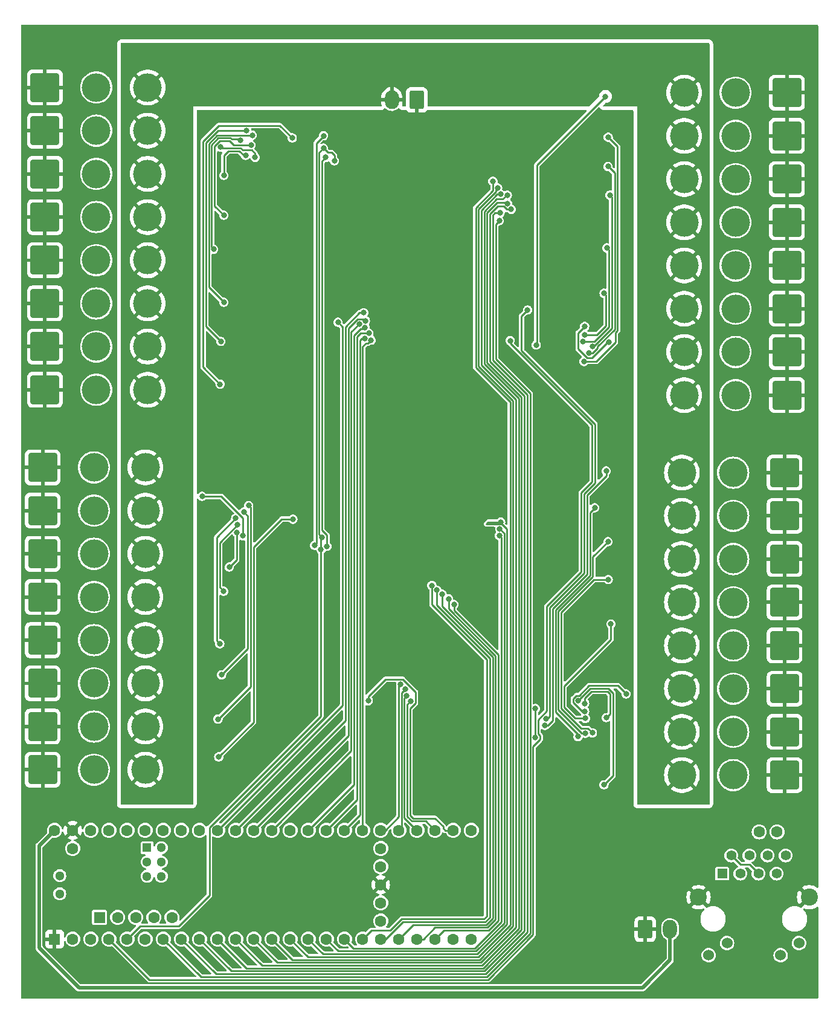
<source format=gbr>
%TF.GenerationSoftware,KiCad,Pcbnew,7.0.10*%
%TF.CreationDate,2024-02-22T16:17:49+01:00*%
%TF.ProjectId,PCB,5043422e-6b69-4636-9164-5f7063625858,rev?*%
%TF.SameCoordinates,Original*%
%TF.FileFunction,Copper,L2,Bot*%
%TF.FilePolarity,Positive*%
%FSLAX46Y46*%
G04 Gerber Fmt 4.6, Leading zero omitted, Abs format (unit mm)*
G04 Created by KiCad (PCBNEW 7.0.10) date 2024-02-22 16:17:49*
%MOMM*%
%LPD*%
G01*
G04 APERTURE LIST*
G04 Aperture macros list*
%AMRoundRect*
0 Rectangle with rounded corners*
0 $1 Rounding radius*
0 $2 $3 $4 $5 $6 $7 $8 $9 X,Y pos of 4 corners*
0 Add a 4 corners polygon primitive as box body*
4,1,4,$2,$3,$4,$5,$6,$7,$8,$9,$2,$3,0*
0 Add four circle primitives for the rounded corners*
1,1,$1+$1,$2,$3*
1,1,$1+$1,$4,$5*
1,1,$1+$1,$6,$7*
1,1,$1+$1,$8,$9*
0 Add four rect primitives between the rounded corners*
20,1,$1+$1,$2,$3,$4,$5,0*
20,1,$1+$1,$4,$5,$6,$7,0*
20,1,$1+$1,$6,$7,$8,$9,0*
20,1,$1+$1,$8,$9,$2,$3,0*%
G04 Aperture macros list end*
%TA.AperFunction,ComponentPad*%
%ADD10RoundRect,0.250000X1.750000X1.750000X-1.750000X1.750000X-1.750000X-1.750000X1.750000X-1.750000X0*%
%TD*%
%TA.AperFunction,ComponentPad*%
%ADD11C,4.000000*%
%TD*%
%TA.AperFunction,ComponentPad*%
%ADD12RoundRect,0.250000X-0.750000X-1.050000X0.750000X-1.050000X0.750000X1.050000X-0.750000X1.050000X0*%
%TD*%
%TA.AperFunction,ComponentPad*%
%ADD13O,2.000000X2.600000*%
%TD*%
%TA.AperFunction,ComponentPad*%
%ADD14RoundRect,0.250000X-1.750000X-1.750000X1.750000X-1.750000X1.750000X1.750000X-1.750000X1.750000X0*%
%TD*%
%TA.AperFunction,ComponentPad*%
%ADD15C,1.600000*%
%TD*%
%TA.AperFunction,ComponentPad*%
%ADD16RoundRect,0.250000X0.750000X1.050000X-0.750000X1.050000X-0.750000X-1.050000X0.750000X-1.050000X0*%
%TD*%
%TA.AperFunction,ComponentPad*%
%ADD17R,1.408000X1.408000*%
%TD*%
%TA.AperFunction,ComponentPad*%
%ADD18C,1.408000*%
%TD*%
%TA.AperFunction,ComponentPad*%
%ADD19C,1.530000*%
%TD*%
%TA.AperFunction,ComponentPad*%
%ADD20C,2.400000*%
%TD*%
%TA.AperFunction,ComponentPad*%
%ADD21R,1.600000X1.600000*%
%TD*%
%TA.AperFunction,ComponentPad*%
%ADD22R,1.300000X1.300000*%
%TD*%
%TA.AperFunction,ComponentPad*%
%ADD23C,1.300000*%
%TD*%
%TA.AperFunction,ViaPad*%
%ADD24C,0.800000*%
%TD*%
%TA.AperFunction,Conductor*%
%ADD25C,0.500000*%
%TD*%
%TA.AperFunction,Conductor*%
%ADD26C,0.250000*%
%TD*%
G04 APERTURE END LIST*
D10*
%TO.P,J9,1,Pin_1*%
%TO.N,GND*%
X121021000Y-76690900D03*
D11*
%TO.P,J9,2,Pin_2*%
%TO.N,Net-(J9-Pin_2)*%
X113821000Y-76690900D03*
%TO.P,J9,3,Pin_3*%
%TO.N,+12V*%
X106621000Y-76690900D03*
%TD*%
D12*
%TO.P,+5V1,1,Pin_1*%
%TO.N,GND*%
X101478000Y-140630000D03*
D13*
%TO.P,+5V1,2,Pin_2*%
%TO.N,+5V*%
X104978000Y-140630000D03*
%TD*%
D14*
%TO.P,J29,1,Pin_1*%
%TO.N,GND*%
X17340500Y-40882100D03*
D11*
%TO.P,J29,2,Pin_2*%
%TO.N,Net-(J29-Pin_2)*%
X24540500Y-40882100D03*
%TO.P,J29,3,Pin_3*%
%TO.N,+12V*%
X31740500Y-40882100D03*
%TD*%
D15*
%TO.P,C1,1*%
%TO.N,Net-(P1-RCT)*%
X117459000Y-127000000D03*
%TO.P,C1,2*%
%TO.N,Net-(P1-GH_GND@1)*%
X119959000Y-127000000D03*
%TD*%
D10*
%TO.P,J7,1,Pin_1*%
%TO.N,GND*%
X121343500Y-59775500D03*
D11*
%TO.P,J7,2,Pin_2*%
%TO.N,Net-(J7-Pin_2)*%
X114143500Y-59775500D03*
%TO.P,J7,3,Pin_3*%
%TO.N,+12V*%
X106943500Y-59775500D03*
%TD*%
D14*
%TO.P,J18,1,Pin_1*%
%TO.N,GND*%
X17018000Y-112247500D03*
D11*
%TO.P,J18,2,Pin_2*%
%TO.N,Net-(J18-Pin_2)*%
X24218000Y-112247500D03*
%TO.P,J18,3,Pin_3*%
%TO.N,+12V*%
X31418000Y-112247500D03*
%TD*%
D14*
%TO.P,J31,1,Pin_1*%
%TO.N,GND*%
X17340500Y-28782100D03*
D11*
%TO.P,J31,2,Pin_2*%
%TO.N,Net-(J31-Pin_2)*%
X24540500Y-28782100D03*
%TO.P,J31,3,Pin_3*%
%TO.N,+12V*%
X31740500Y-28782100D03*
%TD*%
D10*
%TO.P,J3,1,Pin_1*%
%TO.N,GND*%
X121343500Y-35575500D03*
D11*
%TO.P,J3,2,Pin_2*%
%TO.N,Net-(J3-Pin_2)*%
X114143500Y-35575500D03*
%TO.P,J3,3,Pin_3*%
%TO.N,+12V*%
X106943500Y-35575500D03*
%TD*%
D10*
%TO.P,J5,1,Pin_1*%
%TO.N,GND*%
X121343500Y-47675500D03*
D11*
%TO.P,J5,2,Pin_2*%
%TO.N,Net-(J5-Pin_2)*%
X114143500Y-47675500D03*
%TO.P,J5,3,Pin_3*%
%TO.N,+12V*%
X106943500Y-47675500D03*
%TD*%
D14*
%TO.P,J19,1,Pin_1*%
%TO.N,GND*%
X17018000Y-106197500D03*
D11*
%TO.P,J19,2,Pin_2*%
%TO.N,Net-(J19-Pin_2)*%
X24218000Y-106197500D03*
%TO.P,J19,3,Pin_3*%
%TO.N,+12V*%
X31418000Y-106197500D03*
%TD*%
D10*
%TO.P,J10,1,Pin_1*%
%TO.N,GND*%
X121021000Y-82740900D03*
D11*
%TO.P,J10,2,Pin_2*%
%TO.N,Net-(J10-Pin_2)*%
X113821000Y-82740900D03*
%TO.P,J10,3,Pin_3*%
%TO.N,+12V*%
X106621000Y-82740900D03*
%TD*%
D16*
%TO.P,LED_PWR_IN1,1,Pin_1*%
%TO.N,GND*%
X69464000Y-24470000D03*
D13*
%TO.P,LED_PWR_IN1,2,Pin_2*%
%TO.N,+12V*%
X65964000Y-24470000D03*
%TD*%
D10*
%TO.P,J2,1,Pin_1*%
%TO.N,GND*%
X121343500Y-29525500D03*
D11*
%TO.P,J2,2,Pin_2*%
%TO.N,Net-(J2-Pin_2)*%
X114143500Y-29525500D03*
%TO.P,J2,3,Pin_3*%
%TO.N,+12V*%
X106943500Y-29525500D03*
%TD*%
D14*
%TO.P,J20,1,Pin_1*%
%TO.N,GND*%
X17018000Y-100147500D03*
D11*
%TO.P,J20,2,Pin_2*%
%TO.N,Net-(J20-Pin_2)*%
X24218000Y-100147500D03*
%TO.P,J20,3,Pin_3*%
%TO.N,+12V*%
X31418000Y-100147500D03*
%TD*%
D10*
%TO.P,J4,1,Pin_1*%
%TO.N,GND*%
X121343500Y-41625500D03*
D11*
%TO.P,J4,2,Pin_2*%
%TO.N,Net-(J4-Pin_2)*%
X114143500Y-41625500D03*
%TO.P,J4,3,Pin_3*%
%TO.N,+12V*%
X106943500Y-41625500D03*
%TD*%
D10*
%TO.P,J6,1,Pin_1*%
%TO.N,GND*%
X121343500Y-53725500D03*
D11*
%TO.P,J6,2,Pin_2*%
%TO.N,Net-(J6-Pin_2)*%
X114143500Y-53725500D03*
%TO.P,J6,3,Pin_3*%
%TO.N,+12V*%
X106943500Y-53725500D03*
%TD*%
D10*
%TO.P,J13,1,Pin_1*%
%TO.N,GND*%
X121021000Y-100890900D03*
D11*
%TO.P,J13,2,Pin_2*%
%TO.N,Net-(J13-Pin_2)*%
X113821000Y-100890900D03*
%TO.P,J13,3,Pin_3*%
%TO.N,+12V*%
X106621000Y-100890900D03*
%TD*%
D10*
%TO.P,J14,1,Pin_1*%
%TO.N,GND*%
X121021000Y-106940900D03*
D11*
%TO.P,J14,2,Pin_2*%
%TO.N,Net-(J14-Pin_2)*%
X113821000Y-106940900D03*
%TO.P,J14,3,Pin_3*%
%TO.N,+12V*%
X106621000Y-106940900D03*
%TD*%
D14*
%TO.P,J24,1,Pin_1*%
%TO.N,GND*%
X17018000Y-75947500D03*
D11*
%TO.P,J24,2,Pin_2*%
%TO.N,Net-(J24-Pin_2)*%
X24218000Y-75947500D03*
%TO.P,J24,3,Pin_3*%
%TO.N,+12V*%
X31418000Y-75947500D03*
%TD*%
D17*
%TO.P,P1,1,TD+*%
%TO.N,Net-(P1-TD+)*%
X112265000Y-132844000D03*
D18*
%TO.P,P1,2,TCT*%
%TO.N,Net-(P1-RCT)*%
X113535000Y-130304000D03*
%TO.P,P1,3,TD-*%
%TO.N,Net-(P1-TD-)*%
X114805000Y-132844000D03*
%TO.P,P1,4,RD+*%
%TO.N,Net-(P1-RD+)*%
X116075000Y-130304000D03*
%TO.P,P1,5,RCT*%
%TO.N,Net-(P1-RCT)*%
X117345000Y-132844000D03*
%TO.P,P1,6,RD-*%
%TO.N,Net-(P1-RD-)*%
X118615000Y-130304000D03*
%TO.P,P1,7,NC*%
%TO.N,unconnected-(P1-NC-Pad7)*%
X119885000Y-132844000D03*
%TO.P,P1,8,GH_GND@1*%
%TO.N,Net-(P1-GH_GND@1)*%
X121155000Y-130304000D03*
D19*
%TO.P,P1,9,GRN-*%
X110385000Y-144274000D03*
%TO.P,P1,10,GRN+*%
%TO.N,Net-(P1-GRN+)*%
X112952000Y-142574000D03*
%TO.P,P1,11,YLW-*%
%TO.N,unconnected-(P1-YLW--Pad11)*%
X120468000Y-144274000D03*
%TO.P,P1,12,YLW+*%
%TO.N,unconnected-(P1-YLW+-Pad12)*%
X123035000Y-142574000D03*
D20*
%TO.P,P1,13,CH_GND@2*%
%TO.N,GND*%
X108960000Y-136144000D03*
%TO.P,P1,14,CH_GND@3*%
X124460000Y-136144000D03*
%TD*%
D10*
%TO.P,J1,1,Pin_1*%
%TO.N,GND*%
X121343500Y-23475500D03*
D11*
%TO.P,J1,2,Pin_2*%
%TO.N,Net-(J1-Pin_2)*%
X114143500Y-23475500D03*
%TO.P,J1,3,Pin_3*%
%TO.N,+12V*%
X106943500Y-23475500D03*
%TD*%
D14*
%TO.P,J22,1,Pin_1*%
%TO.N,GND*%
X17018000Y-88047500D03*
D11*
%TO.P,J22,2,Pin_2*%
%TO.N,Net-(J22-Pin_2)*%
X24218000Y-88047500D03*
%TO.P,J22,3,Pin_3*%
%TO.N,+12V*%
X31418000Y-88047500D03*
%TD*%
D14*
%TO.P,J21,1,Pin_1*%
%TO.N,GND*%
X17018000Y-94097500D03*
D11*
%TO.P,J21,2,Pin_2*%
%TO.N,Net-(J21-Pin_2)*%
X24218000Y-94097500D03*
%TO.P,J21,3,Pin_3*%
%TO.N,+12V*%
X31418000Y-94097500D03*
%TD*%
D14*
%TO.P,J26,1,Pin_1*%
%TO.N,GND*%
X17340500Y-59032100D03*
D11*
%TO.P,J26,2,Pin_2*%
%TO.N,Net-(J26-Pin_2)*%
X24540500Y-59032100D03*
%TO.P,J26,3,Pin_3*%
%TO.N,+12V*%
X31740500Y-59032100D03*
%TD*%
D10*
%TO.P,J8,1,Pin_1*%
%TO.N,GND*%
X121343500Y-65825500D03*
D11*
%TO.P,J8,2,Pin_2*%
%TO.N,Net-(J8-Pin_2)*%
X114143500Y-65825500D03*
%TO.P,J8,3,Pin_3*%
%TO.N,+12V*%
X106943500Y-65825500D03*
%TD*%
D10*
%TO.P,J12,1,Pin_1*%
%TO.N,GND*%
X121021000Y-94840900D03*
D11*
%TO.P,J12,2,Pin_2*%
%TO.N,Net-(J12-Pin_2)*%
X113821000Y-94840900D03*
%TO.P,J12,3,Pin_3*%
%TO.N,+12V*%
X106621000Y-94840900D03*
%TD*%
D14*
%TO.P,J25,1,Pin_1*%
%TO.N,GND*%
X17340500Y-65082100D03*
D11*
%TO.P,J25,2,Pin_2*%
%TO.N,Net-(J25-Pin_2)*%
X24540500Y-65082100D03*
%TO.P,J25,3,Pin_3*%
%TO.N,+12V*%
X31740500Y-65082100D03*
%TD*%
D14*
%TO.P,J27,1,Pin_1*%
%TO.N,GND*%
X17340500Y-52982100D03*
D11*
%TO.P,J27,2,Pin_2*%
%TO.N,Net-(J27-Pin_2)*%
X24540500Y-52982100D03*
%TO.P,J27,3,Pin_3*%
%TO.N,+12V*%
X31740500Y-52982100D03*
%TD*%
D14*
%TO.P,J17,1,Pin_1*%
%TO.N,GND*%
X17018000Y-118297500D03*
D11*
%TO.P,J17,2,Pin_2*%
%TO.N,Net-(J17-Pin_2)*%
X24218000Y-118297500D03*
%TO.P,J17,3,Pin_3*%
%TO.N,+12V*%
X31418000Y-118297500D03*
%TD*%
D14*
%TO.P,J23,1,Pin_1*%
%TO.N,GND*%
X17018000Y-81997500D03*
D11*
%TO.P,J23,2,Pin_2*%
%TO.N,Net-(J23-Pin_2)*%
X24218000Y-81997500D03*
%TO.P,J23,3,Pin_3*%
%TO.N,+12V*%
X31418000Y-81997500D03*
%TD*%
D21*
%TO.P,U1,1,GND*%
%TO.N,GND*%
X18690000Y-142020000D03*
D15*
%TO.P,U1,2,0_RX1_CRX2_CS1*%
%TO.N,unconnected-(U1-0_RX1_CRX2_CS1-Pad2)*%
X21230000Y-142020000D03*
%TO.P,U1,3,1_TX1_CTX2_MISO1*%
%TO.N,unconnected-(U1-1_TX1_CTX2_MISO1-Pad3)*%
X23770000Y-142020000D03*
%TO.P,U1,4,2_OUT2*%
%TO.N,/SRCLK*%
X26310000Y-142020000D03*
%TO.P,U1,5,3_LRCLK2*%
%TO.N,/RCLK*%
X28850000Y-142020000D03*
%TO.P,U1,6,4_BCLK2*%
%TO.N,/SER_OUT*%
X31390000Y-142020000D03*
%TO.P,U1,7,5_IN2*%
%TO.N,/LED_GPIO_1*%
X33930000Y-142020000D03*
%TO.P,U1,8,6_OUT1D*%
%TO.N,/LED_GPIO_2*%
X36470000Y-142020000D03*
%TO.P,U1,9,7_RX2_OUT1A*%
%TO.N,/LED_GPIO_3*%
X39010000Y-142020000D03*
%TO.P,U1,10,8_TX2_IN1*%
%TO.N,/LED_GPIO_4*%
X41550000Y-142020000D03*
%TO.P,U1,11,9_OUT1C*%
%TO.N,/LED_GPIO_5*%
X44090000Y-142020000D03*
%TO.P,U1,12,10_CS_MQSR*%
%TO.N,/LED_GPIO_6*%
X46630000Y-142020000D03*
%TO.P,U1,13,11_MOSI_CTX1*%
%TO.N,/LED_GPIO_7*%
X49170000Y-142020000D03*
%TO.P,U1,14,12_MISO_MQSL*%
%TO.N,/LED_GPIO_8*%
X51710000Y-142020000D03*
%TO.P,U1,15,3V3*%
%TO.N,/LED_GPIO_9*%
X54250000Y-142020000D03*
%TO.P,U1,16,24_A10_TX6_SCL2*%
%TO.N,/LED_GPIO_10*%
X56790000Y-142020000D03*
%TO.P,U1,17,25_A11_RX6_SDA2*%
%TO.N,/LED_GPIO_11*%
X59330000Y-142020000D03*
%TO.P,U1,18,26_A12_MOSI1*%
%TO.N,/LED_GPIO_12*%
X61870000Y-142020000D03*
%TO.P,U1,19,27_A13_SCK1*%
%TO.N,/LED_GPIO_13*%
X64410000Y-142020000D03*
%TO.P,U1,20,28_RX7*%
%TO.N,/LED_GPIO_14*%
X66950000Y-142020000D03*
%TO.P,U1,21,29_TX7*%
%TO.N,/LED_GPIO_15*%
X69490000Y-142020000D03*
%TO.P,U1,22,30_CRX3*%
%TO.N,/LED_GPIO_16*%
X72030000Y-142020000D03*
%TO.P,U1,23,31_CTX3*%
%TO.N,/LED_GPIO_17*%
X74570000Y-142020000D03*
%TO.P,U1,24,32_OUT1B*%
%TO.N,/LED_GPIO_18*%
X77110000Y-142020000D03*
%TO.P,U1,25,33_MCLK2*%
%TO.N,/LED_GPIO_19*%
X77110000Y-126780000D03*
%TO.P,U1,26,34_RX8*%
%TO.N,/LED_GPIO_20*%
X74570000Y-126780000D03*
%TO.P,U1,27,35_TX8*%
%TO.N,/LED_GPIO_21*%
X72030000Y-126780000D03*
%TO.P,U1,28,36_CS*%
%TO.N,/LED_GPIO_22*%
X69490000Y-126780000D03*
%TO.P,U1,29,37_CS*%
%TO.N,/LED_GPIO_23*%
X66950000Y-126780000D03*
%TO.P,U1,30,38_CS1_IN1*%
%TO.N,/LED_GPIO_24*%
X64410000Y-126780000D03*
%TO.P,U1,31,39_MISO1_OUT1A*%
%TO.N,/LED_GPIO_25*%
X61870000Y-126780000D03*
%TO.P,U1,32,40_A16*%
%TO.N,/LED_GPIO_26*%
X59330000Y-126780000D03*
%TO.P,U1,33,41_A17*%
%TO.N,/LED_GPIO_27*%
X56790000Y-126780000D03*
%TO.P,U1,34,GND*%
%TO.N,/LED_GPIO_28*%
X54250000Y-126780000D03*
%TO.P,U1,35,13_SCK_LED*%
%TO.N,unconnected-(U1-13_SCK_LED-Pad35)*%
X51710000Y-126780000D03*
%TO.P,U1,36,14_A0_TX3_SPDIF_OUT*%
%TO.N,/LED_GPIO_29*%
X49170000Y-126780000D03*
%TO.P,U1,37,15_A1_RX3_SPDIF_IN*%
%TO.N,/LED_GPIO_30*%
X46630000Y-126780000D03*
%TO.P,U1,38,16_A2_RX4_SCL1*%
%TO.N,/LED_GPIO_31*%
X44090000Y-126780000D03*
%TO.P,U1,39,17_A3_TX4_SDA1*%
%TO.N,/LED_GPIO_32*%
X41550000Y-126780000D03*
%TO.P,U1,40,18_A4_SDA*%
%TO.N,unconnected-(U1-18_A4_SDA-Pad40)*%
X39010000Y-126780000D03*
%TO.P,U1,41,19_A5_SCL*%
%TO.N,unconnected-(U1-19_A5_SCL-Pad41)*%
X36470000Y-126780000D03*
%TO.P,U1,42,20_A6_TX5_LRCLK1*%
%TO.N,unconnected-(U1-20_A6_TX5_LRCLK1-Pad42)*%
X33930000Y-126780000D03*
%TO.P,U1,43,21_A7_RX5_BCLK1*%
%TO.N,unconnected-(U1-21_A7_RX5_BCLK1-Pad43)*%
X31390000Y-126780000D03*
%TO.P,U1,44,22_A8_CTX1*%
%TO.N,unconnected-(U1-22_A8_CTX1-Pad44)*%
X28850000Y-126780000D03*
%TO.P,U1,45,23_A9_CRX1_MCLK1*%
%TO.N,unconnected-(U1-23_A9_CRX1_MCLK1-Pad45)*%
X26310000Y-126780000D03*
%TO.P,U1,46,3V3*%
%TO.N,unconnected-(U1-3V3-Pad46)*%
X23770000Y-126780000D03*
%TO.P,U1,47,GND*%
%TO.N,GND*%
X21230000Y-126780000D03*
%TO.P,U1,48,VIN*%
%TO.N,+5V*%
X18690000Y-126780000D03*
%TO.P,U1,49,VUSB*%
%TO.N,unconnected-(U1-VUSB-Pad49)*%
X21230000Y-129320000D03*
%TO.P,U1,50,VBAT*%
%TO.N,unconnected-(U1-VBAT-Pad50)*%
X64410000Y-139480000D03*
%TO.P,U1,51,3V3*%
%TO.N,unconnected-(U1-3V3-Pad51)*%
X64410000Y-136940000D03*
%TO.P,U1,52,GND*%
%TO.N,GND*%
X64410000Y-134400000D03*
%TO.P,U1,53,PROGRAM*%
%TO.N,unconnected-(U1-PROGRAM-Pad53)*%
X64410000Y-131860000D03*
%TO.P,U1,54,ON_OFF*%
%TO.N,unconnected-(U1-ON_OFF-Pad54)*%
X64410000Y-129320000D03*
D21*
%TO.P,U1,55,5V*%
%TO.N,unconnected-(U1-5V-Pad55)*%
X24989200Y-138969200D03*
D15*
%TO.P,U1,56,D-*%
%TO.N,unconnected-(U1-D--Pad56)*%
X27529200Y-138969200D03*
%TO.P,U1,57,D+*%
%TO.N,unconnected-(U1-D+-Pad57)*%
X30069200Y-138969200D03*
%TO.P,U1,58,GND*%
%TO.N,unconnected-(U1-GND-Pad58)*%
X32609200Y-138969200D03*
%TO.P,U1,59,GND*%
%TO.N,unconnected-(U1-GND-Pad59)*%
X35149200Y-138969200D03*
D22*
%TO.P,U1,60,R+*%
%TO.N,Net-(P1-RD+)*%
X31660000Y-129218400D03*
D23*
%TO.P,U1,61,LED*%
%TO.N,Net-(P1-GRN+)*%
X31660000Y-131218400D03*
%TO.P,U1,62,T-*%
%TO.N,Net-(P1-TD-)*%
X31660000Y-133218400D03*
%TO.P,U1,63,T+*%
%TO.N,Net-(P1-TD+)*%
X33660000Y-133218400D03*
%TO.P,U1,64,GND*%
%TO.N,Net-(P1-GH_GND@1)*%
X33660000Y-131218400D03*
%TO.P,U1,65,R-*%
%TO.N,Net-(P1-RD-)*%
X33660000Y-129218400D03*
%TO.P,U1,66,D-*%
%TO.N,unconnected-(U1-D--Pad66)*%
X19420000Y-133130000D03*
%TO.P,U1,67,D+*%
%TO.N,unconnected-(U1-D+-Pad67)*%
X19420000Y-135670000D03*
%TD*%
D10*
%TO.P,J15,1,Pin_1*%
%TO.N,GND*%
X121021000Y-112990900D03*
D11*
%TO.P,J15,2,Pin_2*%
%TO.N,Net-(J15-Pin_2)*%
X113821000Y-112990900D03*
%TO.P,J15,3,Pin_3*%
%TO.N,+12V*%
X106621000Y-112990900D03*
%TD*%
D14*
%TO.P,J32,1,Pin_1*%
%TO.N,GND*%
X17340500Y-22732100D03*
D11*
%TO.P,J32,2,Pin_2*%
%TO.N,Net-(J32-Pin_2)*%
X24540500Y-22732100D03*
%TO.P,J32,3,Pin_3*%
%TO.N,+12V*%
X31740500Y-22732100D03*
%TD*%
D10*
%TO.P,J16,1,Pin_1*%
%TO.N,GND*%
X121021000Y-119040900D03*
D11*
%TO.P,J16,2,Pin_2*%
%TO.N,Net-(J16-Pin_2)*%
X113821000Y-119040900D03*
%TO.P,J16,3,Pin_3*%
%TO.N,+12V*%
X106621000Y-119040900D03*
%TD*%
D14*
%TO.P,J30,1,Pin_1*%
%TO.N,GND*%
X17340500Y-34832100D03*
D11*
%TO.P,J30,2,Pin_2*%
%TO.N,Net-(J30-Pin_2)*%
X24540500Y-34832100D03*
%TO.P,J30,3,Pin_3*%
%TO.N,+12V*%
X31740500Y-34832100D03*
%TD*%
D10*
%TO.P,J11,1,Pin_1*%
%TO.N,GND*%
X121021000Y-88790900D03*
D11*
%TO.P,J11,2,Pin_2*%
%TO.N,Net-(J11-Pin_2)*%
X113821000Y-88790900D03*
%TO.P,J11,3,Pin_3*%
%TO.N,+12V*%
X106621000Y-88790900D03*
%TD*%
D14*
%TO.P,J28,1,Pin_1*%
%TO.N,GND*%
X17340500Y-46932100D03*
D11*
%TO.P,J28,2,Pin_2*%
%TO.N,Net-(J28-Pin_2)*%
X24540500Y-46932100D03*
%TO.P,J28,3,Pin_3*%
%TO.N,+12V*%
X31740500Y-46932100D03*
%TD*%
D24*
%TO.N,GND*%
X81534000Y-57404000D03*
X77978000Y-137922000D03*
X89408000Y-115570000D03*
X74168000Y-35306000D03*
X58166000Y-87122000D03*
X78740000Y-36576000D03*
X94996000Y-64262000D03*
%TO.N,/LED_R 1 to 8/LED_R_1*%
X86200000Y-58800000D03*
X95900000Y-24000000D03*
%TO.N,/LED_R 1 to 9/LED_R_1*%
X96012000Y-76454000D03*
X87426314Y-112081000D03*
%TO.N,/LED_R 1 to 11/LED_R_1*%
X41700000Y-116500000D03*
X52100000Y-83200000D03*
%TO.N,/LED_R 1 to 10/LED_R_1*%
X41900000Y-64300000D03*
X52000000Y-29800000D03*
%TO.N,/LED_R 1 to 8/LED_R_5*%
X96125000Y-45212000D03*
X92777200Y-58306000D03*
%TO.N,/LED_R 1 to 9/LED_R_5*%
X96677702Y-97886298D03*
X93100000Y-111100000D03*
%TO.N,/LED_R 1 to 11/LED_R_5*%
X44300000Y-84000000D03*
X42400000Y-93300000D03*
%TO.N,/LED_R 1 to 10/LED_R_5*%
X42418000Y-40640000D03*
X46228000Y-30812100D03*
%TO.N,/LED_R 1 to 8/LED_R_2*%
X92895400Y-61104600D03*
X96300000Y-29700000D03*
%TO.N,/LED_R 1 to 8/LED_R_6*%
X92977300Y-57377300D03*
X95725000Y-51562000D03*
%TO.N,/LED_R 1 to 9/LED_R_2*%
X94400000Y-81600000D03*
X92055500Y-113644000D03*
%TO.N,/LED_R 1 to 9/LED_R_6*%
X98806000Y-107696000D03*
X93000000Y-110100000D03*
%TO.N,/LED_R 1 to 11/LED_R_2*%
X41600000Y-111200000D03*
X45900000Y-81300000D03*
%TO.N,/LED_R 1 to 11/LED_R_6*%
X43180000Y-89916000D03*
X44238400Y-85061600D03*
%TO.N,/LED_R 1 to 10/LED_R_2*%
X42000000Y-58300000D03*
X45600000Y-28750000D03*
%TO.N,/LED_R 1 to 10/LED_R_6*%
X45466000Y-32258000D03*
X42418000Y-35052000D03*
%TO.N,/LED_R 1 to 8/LED_R_3*%
X93600000Y-59900000D03*
X96266000Y-33806300D03*
%TO.N,/LED_R 1 to 8/LED_R_4*%
X94100000Y-58981000D03*
X96525000Y-37815298D03*
%TO.N,/LED_R 1 to 8/LED_R_7*%
X93000000Y-56200000D03*
X96352909Y-58398696D03*
%TO.N,/LED_R 1 to 9/LED_R_3*%
X96266000Y-86360000D03*
X93077300Y-113177000D03*
%TO.N,/LED_R 1 to 9/LED_R_4*%
X94077300Y-113132000D03*
X96296702Y-91663298D03*
%TO.N,/LED_R 1 to 9/LED_R_7*%
X96007552Y-111002448D03*
X93000000Y-109000000D03*
%TO.N,/LED_R 1 to 9/LED_R_8*%
X95700000Y-120400000D03*
X92100000Y-108600000D03*
%TO.N,/LED_R 1 to 11/LED_R_3*%
X45208900Y-82191100D03*
X42100000Y-105000000D03*
%TO.N,/LED_R 1 to 11/LED_R_4*%
X44075000Y-83077500D03*
X41847000Y-100647000D03*
%TO.N,/LED_R 1 to 11/LED_R_7*%
X45100000Y-85532000D03*
X39370000Y-80010000D03*
%TO.N,/LED_R 1 to 10/LED_R_3*%
X46400000Y-29425000D03*
X42418000Y-52832000D03*
%TO.N,/LED_R 1 to 10/LED_R_4*%
X40975000Y-45400000D03*
X44704000Y-30167000D03*
%TO.N,/LED_R 1 to 10/LED_R_7*%
X46800000Y-32525000D03*
X41957508Y-31097088D03*
%TO.N,/SRCLK*%
X82550000Y-58200000D03*
%TO.N,/RCLK*%
X57912000Y-33020000D03*
X56186798Y-85712202D03*
X56388000Y-31242000D03*
X56037702Y-87472298D03*
%TO.N,/SER_OUT*%
X86075000Y-109728000D03*
X56721175Y-32535963D03*
X86075000Y-113792000D03*
X56859598Y-86995863D03*
%TO.N,/LED_GPIO_1*%
X81026000Y-41402000D03*
%TO.N,/LED_GPIO_2*%
X81128888Y-40283483D03*
%TO.N,/LED_GPIO_3*%
X82703500Y-39805600D03*
%TO.N,/LED_GPIO_4*%
X82200000Y-39000000D03*
%TO.N,/LED_GPIO_5*%
X82147983Y-37821222D03*
%TO.N,/LED_GPIO_6*%
X81207602Y-37686361D03*
%TO.N,/LED_GPIO_7*%
X80807602Y-36812054D03*
%TO.N,/LED_GPIO_8*%
X80132602Y-35867398D03*
%TO.N,/LED_GPIO_9*%
X81226511Y-83611792D03*
%TO.N,/LED_GPIO_10*%
X81094000Y-84552507D03*
%TO.N,/LED_GPIO_11*%
X81025000Y-85500000D03*
%TO.N,/LED_GPIO_12*%
X71575572Y-92485585D03*
%TO.N,/LED_GPIO_13*%
X72265815Y-93138325D03*
%TO.N,/LED_GPIO_14*%
X73014959Y-93726000D03*
%TO.N,/LED_GPIO_15*%
X73914000Y-94355817D03*
%TO.N,/LED_GPIO_16*%
X74676000Y-95154587D03*
%TO.N,/LED_GPIO_20*%
X62664327Y-108638327D03*
%TO.N,/LED_GPIO_21*%
X68607154Y-108680805D03*
%TO.N,/LED_GPIO_22*%
X68062556Y-107902398D03*
%TO.N,/LED_GPIO_23*%
X67871753Y-106971753D03*
%TO.N,/LED_GPIO_24*%
X67200000Y-106300000D03*
%TO.N,/LED_GPIO_25*%
X63066000Y-58125663D03*
%TO.N,/LED_GPIO_26*%
X62146047Y-57888617D03*
%TO.N,/LED_GPIO_27*%
X62740157Y-57147309D03*
%TO.N,/LED_GPIO_28*%
X62210353Y-56358758D03*
%TO.N,/LED_GPIO_29*%
X61411981Y-55843872D03*
%TO.N,/LED_GPIO_30*%
X62252160Y-55400472D03*
%TO.N,/LED_GPIO_31*%
X62014489Y-54292525D03*
%TO.N,/LED_GPIO_32*%
X58420000Y-55626000D03*
%TO.N,/LED_R 1 to 8/SER_OUT*%
X85000000Y-53900000D03*
X87592000Y-111145836D03*
%TO.N,/LED_R 1 to 10/SER_IN*%
X55118000Y-86868000D03*
X56388000Y-29502000D03*
%TD*%
D25*
%TO.N,+5V*%
X18690000Y-126780000D02*
X16510000Y-128960000D01*
X16510000Y-128960000D02*
X16510000Y-143256000D01*
X16510000Y-143256000D02*
X22098000Y-148844000D01*
X22098000Y-148844000D02*
X101092000Y-148844000D01*
X101092000Y-148844000D02*
X104978000Y-144958000D01*
X104978000Y-144958000D02*
X104978000Y-140630000D01*
D26*
%TO.N,/RCLK*%
X57514963Y-31860963D02*
X57006963Y-31860963D01*
X57912000Y-32258000D02*
X57514963Y-31860963D01*
X57912000Y-33020000D02*
X57912000Y-32258000D01*
X57006963Y-31860963D02*
X56388000Y-31242000D01*
%TO.N,/LED_GPIO_20*%
X73152000Y-126238000D02*
X73152000Y-126492000D01*
X72014000Y-125100000D02*
X73152000Y-126238000D01*
X62664327Y-108638327D02*
X62664327Y-108023673D01*
X62664327Y-108023673D02*
X65063000Y-105625000D01*
X68528034Y-109714520D02*
X68528034Y-124662034D01*
X67479595Y-105625000D02*
X69282154Y-107427559D01*
X65063000Y-105625000D02*
X67479595Y-105625000D01*
X69282154Y-107427559D02*
X69282154Y-108960400D01*
X69282154Y-108960400D02*
X68528034Y-109714520D01*
X68966000Y-125100000D02*
X72014000Y-125100000D01*
X73152000Y-126492000D02*
X73440000Y-126780000D01*
X68528034Y-124662034D02*
X68966000Y-125100000D01*
X73440000Y-126780000D02*
X74570000Y-126780000D01*
%TO.N,Net-(P1-RCT)*%
X116075000Y-131574000D02*
X117345000Y-132844000D01*
X114805000Y-131574000D02*
X116075000Y-131574000D01*
X113535000Y-130304000D02*
X114805000Y-131574000D01*
%TO.N,/LED_R 1 to 8/LED_R_1*%
X86300000Y-33600000D02*
X86300000Y-58700000D01*
X86300000Y-58700000D02*
X86200000Y-58800000D01*
X95900000Y-24000000D02*
X86300000Y-33600000D01*
%TO.N,/LED_R 1 to 9/LED_R_1*%
X88500000Y-111398000D02*
X87817000Y-112081000D01*
X96012000Y-77153091D02*
X93325000Y-79840091D01*
X96012000Y-76454000D02*
X96012000Y-77153091D01*
X93325000Y-90905942D02*
X88500000Y-95730942D01*
X93325000Y-79840091D02*
X93325000Y-90905942D01*
X87817000Y-112081000D02*
X87426314Y-112081000D01*
X88500000Y-95730942D02*
X88500000Y-111398000D01*
%TO.N,/LED_R 1 to 11/LED_R_1*%
X52100000Y-83200000D02*
X50500000Y-83200000D01*
X46575000Y-87125000D02*
X46575000Y-111625000D01*
X46575000Y-111625000D02*
X41700000Y-116500000D01*
X50500000Y-83200000D02*
X46575000Y-87125000D01*
%TO.N,/LED_R 1 to 10/LED_R_1*%
X39500000Y-61900000D02*
X39500000Y-30268600D01*
X39500000Y-30268600D02*
X41693600Y-28075000D01*
X41693600Y-28075000D02*
X50275000Y-28075000D01*
X50275000Y-28075000D02*
X52000000Y-29800000D01*
X41900000Y-64300000D02*
X39500000Y-61900000D01*
%TO.N,/LED_R 1 to 8/LED_R_5*%
X96125000Y-45212000D02*
X96400000Y-45487000D01*
X96400000Y-56265700D02*
X94359700Y-58306000D01*
X94359700Y-58306000D02*
X92777200Y-58306000D01*
X96400000Y-45487000D02*
X96400000Y-56265700D01*
%TO.N,/LED_R 1 to 9/LED_R_5*%
X91657372Y-111100000D02*
X93100000Y-111100000D01*
X96677702Y-100022298D02*
X90100000Y-106600000D01*
X96677702Y-97886298D02*
X96677702Y-100022298D01*
X90100000Y-106600000D02*
X90100000Y-109542628D01*
X90100000Y-109542628D02*
X91657372Y-111100000D01*
%TO.N,/LED_R 1 to 11/LED_R_5*%
X41825000Y-92725000D02*
X42400000Y-93300000D01*
X41825000Y-86475000D02*
X41825000Y-92725000D01*
X44300000Y-84000000D02*
X41825000Y-86475000D01*
%TO.N,/LED_R 1 to 10/LED_R_5*%
X43796000Y-30842000D02*
X46198100Y-30842000D01*
X46198100Y-30842000D02*
X46228000Y-30812100D01*
X42418000Y-40640000D02*
X41100000Y-39322000D01*
X43179000Y-30225000D02*
X43796000Y-30842000D01*
X41100000Y-31000000D02*
X41875000Y-30225000D01*
X41100000Y-39322000D02*
X41100000Y-31000000D01*
X41875000Y-30225000D02*
X43179000Y-30225000D01*
%TO.N,/LED_R 1 to 8/LED_R_2*%
X94601600Y-61104600D02*
X97282000Y-58424200D01*
X97282000Y-57080700D02*
X97600000Y-56762700D01*
X97282000Y-58424200D02*
X97282000Y-57080700D01*
X97600000Y-31000000D02*
X96300000Y-29700000D01*
X92895400Y-61104600D02*
X94601600Y-61104600D01*
X97600000Y-56762700D02*
X97600000Y-31000000D01*
%TO.N,/LED_R 1 to 8/LED_R_6*%
X96000000Y-56100000D02*
X94722700Y-57377300D01*
X96000000Y-51837000D02*
X96000000Y-56100000D01*
X94722700Y-57377300D02*
X92977300Y-57377300D01*
X95725000Y-51562000D02*
X96000000Y-51837000D01*
%TO.N,/LED_R 1 to 9/LED_R_2*%
X93725000Y-82275000D02*
X94400000Y-81600000D01*
X88900000Y-95896628D02*
X93725000Y-91071628D01*
X92055500Y-113390839D02*
X88900000Y-110235339D01*
X92055500Y-113644000D02*
X92055500Y-113390839D01*
X93725000Y-91071628D02*
X93725000Y-82275000D01*
X88900000Y-110235339D02*
X88900000Y-95896628D01*
%TO.N,/LED_R 1 to 9/LED_R_6*%
X91425000Y-108320405D02*
X91425000Y-108879595D01*
X92645405Y-110100000D02*
X93000000Y-110100000D01*
X93609314Y-106525000D02*
X92209314Y-107925000D01*
X92209314Y-107925000D02*
X91820405Y-107925000D01*
X98806000Y-107696000D02*
X97635000Y-106525000D01*
X91820405Y-107925000D02*
X91425000Y-108320405D01*
X97635000Y-106525000D02*
X93609314Y-106525000D01*
X91425000Y-108879595D02*
X92645405Y-110100000D01*
%TO.N,/LED_R 1 to 11/LED_R_2*%
X46175000Y-81575000D02*
X45900000Y-81300000D01*
X46175000Y-106625000D02*
X46175000Y-81575000D01*
X41600000Y-111200000D02*
X46175000Y-106625000D01*
%TO.N,/LED_R 1 to 11/LED_R_6*%
X43180000Y-89916000D02*
X44238400Y-88857600D01*
X44238400Y-88857600D02*
X44238400Y-85061600D01*
%TO.N,/LED_R 1 to 10/LED_R_2*%
X39900000Y-30434300D02*
X39900000Y-56200000D01*
X39900000Y-56200000D02*
X42000000Y-58300000D01*
X45600000Y-28750000D02*
X41584300Y-28750000D01*
X41584300Y-28750000D02*
X39900000Y-30434300D01*
%TO.N,/LED_R 1 to 10/LED_R_6*%
X44595999Y-31642000D02*
X43037600Y-31642000D01*
X45466000Y-32258000D02*
X45211999Y-32258000D01*
X42418000Y-32261600D02*
X42418000Y-35052000D01*
X43037600Y-31642000D02*
X42418000Y-32261600D01*
X45211999Y-32258000D02*
X44595999Y-31642000D01*
%TO.N,/LED_R 1 to 8/LED_R_3*%
X96266000Y-33806300D02*
X97200000Y-34740300D01*
X94775000Y-59022100D02*
X94775000Y-59260600D01*
X94135600Y-59900000D02*
X93600000Y-59900000D01*
X94775000Y-59260600D02*
X94135600Y-59900000D01*
X97200000Y-34740300D02*
X97200000Y-56597100D01*
X97200000Y-56597100D02*
X94775000Y-59022100D01*
%TO.N,/LED_R 1 to 8/LED_R_4*%
X96525000Y-37815298D02*
X96800000Y-38090298D01*
X96800000Y-56431400D02*
X94250400Y-58981000D01*
X96800000Y-38090298D02*
X96800000Y-56431400D01*
X94250400Y-58981000D02*
X94100000Y-58981000D01*
%TO.N,/LED_R 1 to 8/LED_R_7*%
X96202604Y-58398696D02*
X94026300Y-60575000D01*
X93320400Y-60575000D02*
X92102200Y-59356800D01*
X94026300Y-60575000D02*
X93320400Y-60575000D01*
X92102200Y-57097800D02*
X93000000Y-56200000D01*
X96352909Y-58398696D02*
X96202604Y-58398696D01*
X92102200Y-59356800D02*
X92102200Y-57097800D01*
%TO.N,/LED_R 1 to 9/LED_R_3*%
X92603000Y-113177000D02*
X93077300Y-113177000D01*
X89300000Y-109874000D02*
X92603000Y-113177000D01*
X94125000Y-88501000D02*
X94125000Y-91237314D01*
X94125000Y-91237314D02*
X89300000Y-96062314D01*
X96266000Y-86360000D02*
X94125000Y-88501000D01*
X89300000Y-96062314D02*
X89300000Y-109874000D01*
%TO.N,/LED_R 1 to 9/LED_R_4*%
X94264702Y-91663298D02*
X89700000Y-96228000D01*
X89700000Y-109708314D02*
X92493686Y-112502000D01*
X89700000Y-96228000D02*
X89700000Y-109708314D01*
X92493686Y-112502000D02*
X93447300Y-112502000D01*
X93447300Y-112502000D02*
X94077300Y-113132000D01*
X96296702Y-91663298D02*
X94264702Y-91663298D01*
%TO.N,/LED_R 1 to 9/LED_R_7*%
X93940686Y-107325000D02*
X93000000Y-108265686D01*
X96575000Y-107720000D02*
X96179600Y-107325000D01*
X96007552Y-111002448D02*
X96575000Y-110435000D01*
X96575000Y-110435000D02*
X96575000Y-107720000D01*
X93000000Y-108265686D02*
X93000000Y-109000000D01*
X96179600Y-107325000D02*
X93940686Y-107325000D01*
%TO.N,/LED_R 1 to 9/LED_R_8*%
X92100000Y-108600000D02*
X93775000Y-106925000D01*
X96975000Y-119125000D02*
X95700000Y-120400000D01*
X96975000Y-107555000D02*
X96975000Y-119125000D01*
X93775000Y-106925000D02*
X96345300Y-106925000D01*
X96345300Y-106925000D02*
X96975000Y-107555000D01*
%TO.N,/LED_R 1 to 11/LED_R_3*%
X45775000Y-82757200D02*
X45775000Y-101325000D01*
X45775000Y-101325000D02*
X42100000Y-105000000D01*
X45208900Y-82191100D02*
X45775000Y-82757200D01*
%TO.N,/LED_R 1 to 11/LED_R_4*%
X41425000Y-100225000D02*
X41425000Y-85727500D01*
X41847000Y-100647000D02*
X41425000Y-100225000D01*
X41425000Y-85727500D02*
X44075000Y-83077500D01*
%TO.N,/LED_R 1 to 11/LED_R_7*%
X45100000Y-83036800D02*
X45100000Y-85532000D01*
X42073200Y-80010000D02*
X45100000Y-83036800D01*
X39370000Y-80010000D02*
X42073200Y-80010000D01*
%TO.N,/LED_R 1 to 10/LED_R_3*%
X41475000Y-29425000D02*
X46400000Y-29425000D01*
X40300000Y-30600000D02*
X41475000Y-29425000D01*
X42418000Y-52832000D02*
X40300000Y-50714000D01*
X40300000Y-50714000D02*
X40300000Y-30600000D01*
%TO.N,/LED_R 1 to 10/LED_R_4*%
X41640700Y-29825000D02*
X43344685Y-29825000D01*
X43491686Y-29972000D02*
X44509000Y-29972000D01*
X44509000Y-29972000D02*
X44704000Y-30167000D01*
X40975000Y-45400000D02*
X40700000Y-45125000D01*
X40700000Y-45125000D02*
X40700000Y-30765700D01*
X43344685Y-29825000D02*
X43491686Y-29972000D01*
X40700000Y-30765700D02*
X41640700Y-29825000D01*
%TO.N,/LED_R 1 to 10/LED_R_7*%
X41957508Y-31097088D02*
X42102420Y-31242000D01*
X46800000Y-32000000D02*
X46800000Y-32525000D01*
X46322200Y-31522200D02*
X46800000Y-32000000D01*
X44761685Y-31242000D02*
X45041885Y-31522200D01*
X45041885Y-31522200D02*
X46322200Y-31522200D01*
X42102420Y-31242000D02*
X44761685Y-31242000D01*
%TO.N,/SRCLK*%
X86475000Y-113237405D02*
X86750000Y-113512405D01*
X82550000Y-58200000D02*
X82550000Y-58565956D01*
X85747702Y-141374837D02*
X79422539Y-147700000D01*
X86750000Y-114071595D02*
X85747702Y-115073893D01*
X31990000Y-147700000D02*
X26310000Y-142020000D01*
X79422539Y-147700000D02*
X31990000Y-147700000D01*
X82550000Y-58565956D02*
X94030400Y-70046356D01*
X87700000Y-110083241D02*
X86475000Y-111308241D01*
X86750000Y-113512405D02*
X86750000Y-114071595D01*
X92525000Y-90574570D02*
X87700000Y-95399570D01*
X94030400Y-70046356D02*
X94030400Y-78003319D01*
X94030400Y-78003319D02*
X92525000Y-79508719D01*
X85747702Y-115073893D02*
X85747702Y-141374837D01*
X86475000Y-111308241D02*
X86475000Y-113237405D01*
X87700000Y-95399570D02*
X87700000Y-110083241D01*
X92525000Y-79508719D02*
X92525000Y-90574570D01*
%TO.N,/RCLK*%
X56037702Y-87472298D02*
X56037702Y-85861298D01*
X36068000Y-140208000D02*
X30662000Y-140208000D01*
X40386000Y-135890000D02*
X36068000Y-140208000D01*
X30662000Y-140208000D02*
X28850000Y-142020000D01*
X55772000Y-85297404D02*
X56186798Y-85712202D01*
X40386000Y-126423720D02*
X40386000Y-135890000D01*
X55772000Y-31858000D02*
X55772000Y-85297404D01*
X56037702Y-85861298D02*
X56186798Y-85712202D01*
X56037702Y-110772018D02*
X40386000Y-126423720D01*
X56037702Y-87472298D02*
X56037702Y-110772018D01*
X56388000Y-31242000D02*
X55772000Y-31858000D01*
%TO.N,/SER_OUT*%
X56172000Y-33085138D02*
X56721175Y-32535963D01*
X56172000Y-84742809D02*
X56172000Y-33085138D01*
X86075000Y-113792000D02*
X86075000Y-109728000D01*
X56859598Y-85993997D02*
X56861798Y-85991797D01*
X56861798Y-85432607D02*
X56172000Y-84742809D01*
X56861798Y-85991797D02*
X56861798Y-85432607D01*
X56859598Y-86995863D02*
X56859598Y-85993997D01*
%TO.N,/LED_GPIO_1*%
X85347702Y-65587905D02*
X85347702Y-141209156D01*
X80524000Y-41904000D02*
X80524000Y-60764200D01*
X85347702Y-141209156D02*
X79256854Y-147300000D01*
X80524000Y-60764200D02*
X85347702Y-65587905D01*
X81026000Y-41402000D02*
X80524000Y-41904000D01*
X79256854Y-147300000D02*
X39210000Y-147300000D01*
X39210000Y-147300000D02*
X33930000Y-142020000D01*
%TO.N,/LED_GPIO_2*%
X80124000Y-40583686D02*
X80124000Y-60929886D01*
X80124000Y-60929886D02*
X84947702Y-65753590D01*
X84947702Y-141043470D02*
X79091169Y-146900000D01*
X80424203Y-40283483D02*
X80124000Y-40583686D01*
X84947702Y-65753590D02*
X84947702Y-141043470D01*
X41350000Y-146900000D02*
X36470000Y-142020000D01*
X79091169Y-146900000D02*
X41350000Y-146900000D01*
X81128888Y-40283483D02*
X80424203Y-40283483D01*
%TO.N,/LED_GPIO_3*%
X82703500Y-39805600D02*
X82051005Y-39805600D01*
X79724000Y-61095572D02*
X84547702Y-65919275D01*
X79724000Y-40418000D02*
X79724000Y-61095572D01*
X43490000Y-146500000D02*
X39010000Y-142020000D01*
X82051005Y-39805600D02*
X81615405Y-39370000D01*
X84547702Y-65919275D02*
X84547702Y-140877784D01*
X84547702Y-140877784D02*
X78925484Y-146500000D01*
X81615405Y-39370000D02*
X80772000Y-39370000D01*
X78925484Y-146500000D02*
X43490000Y-146500000D01*
X80772000Y-39370000D02*
X79724000Y-40418000D01*
%TO.N,/LED_GPIO_4*%
X84147702Y-66084960D02*
X84147702Y-140712098D01*
X78759799Y-146100000D02*
X45630000Y-146100000D01*
X82062000Y-38862000D02*
X80714315Y-38862000D01*
X79324000Y-61261258D02*
X84147702Y-66084960D01*
X79324000Y-40252315D02*
X79324000Y-61261258D01*
X82200000Y-39000000D02*
X82062000Y-38862000D01*
X80714315Y-38862000D02*
X79324000Y-40252315D01*
X84147702Y-140712098D02*
X78759799Y-146100000D01*
X45630000Y-146100000D02*
X41550000Y-142020000D01*
%TO.N,/LED_GPIO_5*%
X80656628Y-38354000D02*
X80772000Y-38354000D01*
X80772000Y-38354000D02*
X80779361Y-38361361D01*
X47770000Y-145700000D02*
X78594114Y-145700000D01*
X78594114Y-145700000D02*
X83747702Y-140546412D01*
X83747702Y-66250645D02*
X78924000Y-61426943D01*
X80779361Y-38361361D02*
X81487197Y-38361361D01*
X78924000Y-61426943D02*
X78924000Y-40086629D01*
X81882602Y-37821222D02*
X82147983Y-37821222D01*
X81882602Y-37965956D02*
X81882602Y-37821222D01*
X44090000Y-142020000D02*
X47770000Y-145700000D01*
X78924000Y-40086629D02*
X80656628Y-38354000D01*
X81487197Y-38361361D02*
X81882602Y-37965956D01*
X83747702Y-140546412D02*
X83747702Y-66250645D01*
%TO.N,/LED_GPIO_6*%
X49910000Y-145300000D02*
X46630000Y-142020000D01*
X80758583Y-37686361D02*
X78524000Y-39920943D01*
X81207602Y-37686361D02*
X80758583Y-37686361D01*
X83347702Y-140380726D02*
X78428428Y-145300000D01*
X78524000Y-61592629D02*
X83347702Y-66416331D01*
X78428428Y-145300000D02*
X49910000Y-145300000D01*
X83347702Y-66416331D02*
X83347702Y-140380726D01*
X78524000Y-39920943D02*
X78524000Y-61592629D01*
%TO.N,/LED_GPIO_7*%
X82947702Y-66582016D02*
X78124000Y-61758314D01*
X78124000Y-61758314D02*
X78124000Y-39755257D01*
X82947702Y-140215040D02*
X82947702Y-66582016D01*
X49170000Y-142020000D02*
X52050000Y-144900000D01*
X78262743Y-144900000D02*
X82947702Y-140215040D01*
X52050000Y-144900000D02*
X78262743Y-144900000D01*
X80532602Y-37346656D02*
X80532602Y-37087054D01*
X78124000Y-39755257D02*
X80532602Y-37346656D01*
X80532602Y-37087054D02*
X80807602Y-36812054D01*
%TO.N,/LED_GPIO_8*%
X80132602Y-37180970D02*
X80132602Y-35867398D01*
X78097057Y-144500000D02*
X82547702Y-140049355D01*
X51710000Y-142020000D02*
X54190000Y-144500000D01*
X54190000Y-144500000D02*
X78097057Y-144500000D01*
X77724000Y-39589571D02*
X80132602Y-37180970D01*
X82547702Y-140049355D02*
X82547702Y-66747702D01*
X77724000Y-61923999D02*
X77724000Y-39589571D01*
X82547702Y-66747702D02*
X77724000Y-61923999D01*
%TO.N,/LED_GPIO_9*%
X79229055Y-83877507D02*
X81373595Y-83877507D01*
X81226511Y-83611792D02*
X79494770Y-83611792D01*
X82100000Y-139931372D02*
X77931371Y-144100000D01*
X82100000Y-84603912D02*
X82100000Y-139931372D01*
X81373595Y-83877507D02*
X82100000Y-84603912D01*
X56330000Y-144100000D02*
X54250000Y-142020000D01*
X79494770Y-83611792D02*
X79229055Y-83877507D01*
X77931371Y-144100000D02*
X56330000Y-144100000D01*
%TO.N,/LED_GPIO_10*%
X58470000Y-143700000D02*
X56790000Y-142020000D01*
X81700000Y-139765686D02*
X77765686Y-143700000D01*
X81094000Y-84552507D02*
X81700000Y-85158507D01*
X81700000Y-85158507D02*
X81700000Y-139765686D01*
X77765686Y-143700000D02*
X58470000Y-143700000D01*
%TO.N,/LED_GPIO_11*%
X81300000Y-85775000D02*
X81300000Y-139600000D01*
X77600000Y-143300000D02*
X60610000Y-143300000D01*
X81300000Y-139600000D02*
X77600000Y-143300000D01*
X81025000Y-85500000D02*
X81300000Y-85775000D01*
X60610000Y-143300000D02*
X59330000Y-142020000D01*
%TO.N,/LED_GPIO_12*%
X67334314Y-139200000D02*
X65734314Y-140800000D01*
X71590815Y-95142468D02*
X79267157Y-102818810D01*
X79267157Y-138804413D02*
X78871570Y-139200000D01*
X71575572Y-92485585D02*
X71590815Y-92470342D01*
X78871570Y-139200000D02*
X67334314Y-139200000D01*
X65734314Y-140800000D02*
X63090000Y-140800000D01*
X79267157Y-102818810D02*
X79267157Y-138804413D01*
X71590815Y-92470342D02*
X71590815Y-95142468D01*
X63090000Y-140800000D02*
X61870000Y-142020000D01*
%TO.N,/LED_GPIO_13*%
X79667157Y-102653124D02*
X79667157Y-138970099D01*
X67500000Y-139600000D02*
X65080000Y-142020000D01*
X79037256Y-139600000D02*
X67500000Y-139600000D01*
X79667157Y-138970099D02*
X79037256Y-139600000D01*
X72265815Y-95251782D02*
X79667157Y-102653124D01*
X72265815Y-93138325D02*
X72265815Y-95251782D01*
%TO.N,/LED_GPIO_14*%
X73014959Y-93726000D02*
X73014959Y-95435240D01*
X79202942Y-140000000D02*
X68970000Y-140000000D01*
X80100000Y-102520281D02*
X80100000Y-139102942D01*
X73014959Y-95435240D02*
X80100000Y-102520281D01*
X80100000Y-139102942D02*
X79202942Y-140000000D01*
X68970000Y-140000000D02*
X66950000Y-142020000D01*
%TO.N,/LED_GPIO_15*%
X80500000Y-139268628D02*
X79368628Y-140400000D01*
X80500000Y-102354595D02*
X80500000Y-139268628D01*
X73914000Y-94355817D02*
X73914000Y-95768595D01*
X79368628Y-140400000D02*
X72000000Y-140400000D01*
X70380000Y-142020000D02*
X69490000Y-142020000D01*
X73914000Y-95768595D02*
X80500000Y-102354595D01*
X72000000Y-140400000D02*
X70380000Y-142020000D01*
%TO.N,/LED_GPIO_16*%
X79534314Y-140800000D02*
X73250000Y-140800000D01*
X74676000Y-95964910D02*
X80900000Y-102188910D01*
X74676000Y-95154587D02*
X74676000Y-95964910D01*
X80900000Y-139434314D02*
X79534314Y-140800000D01*
X80900000Y-102188910D02*
X80900000Y-139434314D01*
X73250000Y-140800000D02*
X72030000Y-142020000D01*
%TO.N,/LED_GPIO_21*%
X68128034Y-124852348D02*
X68775686Y-125500000D01*
X68607154Y-108680805D02*
X68128034Y-109159925D01*
X68775686Y-125500000D02*
X70750000Y-125500000D01*
X68128034Y-109159925D02*
X68128034Y-124852348D01*
X70750000Y-125500000D02*
X72030000Y-126780000D01*
%TO.N,/LED_GPIO_22*%
X67728034Y-125018034D02*
X69490000Y-126780000D01*
X68062556Y-107902398D02*
X67728034Y-108236920D01*
X67728034Y-108236920D02*
X67728034Y-125018034D01*
%TO.N,/LED_GPIO_23*%
X67871753Y-106971753D02*
X67328034Y-107515472D01*
X67328034Y-107515472D02*
X67328034Y-126401966D01*
%TO.N,/LED_GPIO_24*%
X66928034Y-106571966D02*
X66928034Y-124871966D01*
X67200000Y-106300000D02*
X66928034Y-106571966D01*
X66928034Y-124871966D02*
X65020000Y-126780000D01*
%TO.N,/LED_GPIO_25*%
X63066000Y-58125663D02*
X62628046Y-58563617D01*
X61870000Y-59034000D02*
X61870000Y-126780000D01*
X62340383Y-58563617D02*
X61870000Y-59034000D01*
X62628046Y-58563617D02*
X62340383Y-58563617D01*
%TO.N,/LED_GPIO_26*%
X61745383Y-57888617D02*
X61470000Y-58164000D01*
X61470000Y-58164000D02*
X61470000Y-124640000D01*
X61470000Y-124640000D02*
X59330000Y-126780000D01*
X62146047Y-57888617D02*
X61745383Y-57888617D01*
%TO.N,/LED_GPIO_27*%
X61070000Y-57652035D02*
X61070000Y-122500000D01*
X61070000Y-122500000D02*
X56790000Y-126780000D01*
X61574726Y-57147309D02*
X61070000Y-57652035D01*
X62740157Y-57147309D02*
X61574726Y-57147309D01*
%TO.N,/LED_GPIO_28*%
X62050239Y-56518872D02*
X61591128Y-56518872D01*
X62210353Y-56358758D02*
X62050239Y-56518872D01*
X60670000Y-120360000D02*
X54250000Y-126780000D01*
X61591128Y-56518872D02*
X60670000Y-57440000D01*
X60670000Y-57440000D02*
X60670000Y-120360000D01*
%TO.N,/LED_GPIO_29*%
X60270000Y-115680000D02*
X49170000Y-126780000D01*
X61411981Y-55843872D02*
X60270000Y-56985853D01*
X60270000Y-56985853D02*
X60270000Y-115680000D01*
%TO.N,/LED_GPIO_30*%
X61132386Y-55168872D02*
X59870000Y-56431258D01*
X62020560Y-55168872D02*
X61132386Y-55168872D01*
X59870000Y-113540000D02*
X46630000Y-126780000D01*
X59870000Y-56431258D02*
X59870000Y-113540000D01*
X62252160Y-55400472D02*
X62020560Y-55168872D01*
%TO.N,/LED_GPIO_31*%
X61443047Y-54292525D02*
X59470000Y-56265573D01*
X59470000Y-56265573D02*
X59470000Y-111400000D01*
X59470000Y-111400000D02*
X44090000Y-126780000D01*
X62014489Y-54292525D02*
X61443047Y-54292525D01*
%TO.N,/LED_GPIO_32*%
X59047700Y-109282300D02*
X41550000Y-126780000D01*
X58420000Y-55626000D02*
X59047700Y-56253700D01*
X59047700Y-56253700D02*
X59047700Y-109282300D01*
%TO.N,/LED_R 1 to 8/SER_OUT*%
X94430400Y-69880670D02*
X84146900Y-59597170D01*
X92925000Y-79674405D02*
X94430400Y-78169005D01*
X88100000Y-110782000D02*
X88100000Y-95565256D01*
X92925000Y-90740256D02*
X92925000Y-79674405D01*
X84146900Y-54753100D02*
X85000000Y-53900000D01*
X84146900Y-59597170D02*
X84146900Y-54753100D01*
X88100000Y-95565256D02*
X92925000Y-90740256D01*
X87736164Y-111145836D02*
X88100000Y-110782000D01*
X94430400Y-78169005D02*
X94430400Y-69880670D01*
X87592000Y-111145836D02*
X87736164Y-111145836D01*
%TO.N,/LED_R 1 to 10/SER_IN*%
X55372000Y-30518000D02*
X55372000Y-86614000D01*
X56388000Y-29502000D02*
X55372000Y-30518000D01*
X55372000Y-86614000D02*
X55118000Y-86868000D01*
%TD*%
%TA.AperFunction,Conductor*%
%TO.N,GND*%
G36*
X125673039Y-13989685D02*
G01*
X125718794Y-14042489D01*
X125730000Y-14094000D01*
X125730000Y-134719104D01*
X125710315Y-134786143D01*
X125657511Y-134831898D01*
X125588353Y-134841842D01*
X125526788Y-134813726D01*
X125526530Y-134814050D01*
X125525234Y-134813016D01*
X125524797Y-134812817D01*
X125523293Y-134811468D01*
X125522911Y-134811163D01*
X125312377Y-134667624D01*
X125312376Y-134667623D01*
X125082823Y-134557078D01*
X125082825Y-134557078D01*
X124839347Y-134481975D01*
X124839341Y-134481973D01*
X124587404Y-134444000D01*
X124332595Y-134444000D01*
X124080658Y-134481973D01*
X124080652Y-134481975D01*
X123837175Y-134557078D01*
X123607622Y-134667625D01*
X123607609Y-134667632D01*
X123446813Y-134777259D01*
X124096891Y-135427338D01*
X123958052Y-135514577D01*
X123830577Y-135642052D01*
X123743338Y-135780892D01*
X123093452Y-135131006D01*
X123051457Y-135183667D01*
X122924058Y-135404328D01*
X122830973Y-135641505D01*
X122830968Y-135641522D01*
X122774273Y-135889920D01*
X122755233Y-136143995D01*
X122755233Y-136144004D01*
X122774273Y-136398079D01*
X122830968Y-136646477D01*
X122830973Y-136646494D01*
X122924058Y-136883671D01*
X122924057Y-136883671D01*
X123051454Y-137104327D01*
X123051461Y-137104338D01*
X123093452Y-137156991D01*
X123093453Y-137156992D01*
X123743338Y-136507107D01*
X123830577Y-136645948D01*
X123958052Y-136773423D01*
X124096890Y-136860660D01*
X123445677Y-137511874D01*
X123433175Y-137576148D01*
X123384873Y-137626632D01*
X123316945Y-137642988D01*
X123261057Y-137626526D01*
X123197521Y-137589844D01*
X123197522Y-137589844D01*
X122949810Y-137492625D01*
X122949805Y-137492623D01*
X122949796Y-137492621D01*
X122949793Y-137492620D01*
X122690358Y-137433405D01*
X122491463Y-137418500D01*
X122491442Y-137418500D01*
X122358558Y-137418500D01*
X122358536Y-137418500D01*
X122159642Y-137433405D01*
X122159640Y-137433405D01*
X121900206Y-137492620D01*
X121900198Y-137492622D01*
X121900195Y-137492623D01*
X121900192Y-137492623D01*
X121900189Y-137492625D01*
X121652478Y-137589844D01*
X121422020Y-137722899D01*
X121213962Y-137888820D01*
X121032965Y-138083889D01*
X120883056Y-138303766D01*
X120883055Y-138303767D01*
X120767600Y-138543514D01*
X120689161Y-138797804D01*
X120689159Y-138797810D01*
X120649500Y-139060937D01*
X120649500Y-139327062D01*
X120689159Y-139590189D01*
X120689161Y-139590195D01*
X120767600Y-139844485D01*
X120883055Y-140084230D01*
X120883057Y-140084233D01*
X120883060Y-140084239D01*
X121032965Y-140304110D01*
X121101410Y-140377876D01*
X121213962Y-140499179D01*
X121213966Y-140499182D01*
X121213967Y-140499183D01*
X121422020Y-140665101D01*
X121652479Y-140798156D01*
X121900195Y-140895377D01*
X122159633Y-140954593D01*
X122159638Y-140954593D01*
X122159641Y-140954594D01*
X122358536Y-140969499D01*
X122358555Y-140969499D01*
X122358558Y-140969500D01*
X122358560Y-140969500D01*
X122491440Y-140969500D01*
X122491442Y-140969500D01*
X122491444Y-140969499D01*
X122491463Y-140969499D01*
X122690357Y-140954594D01*
X122690359Y-140954594D01*
X122690361Y-140954593D01*
X122690367Y-140954593D01*
X122949805Y-140895377D01*
X123197521Y-140798156D01*
X123427980Y-140665101D01*
X123636033Y-140499183D01*
X123817035Y-140304110D01*
X123966940Y-140084240D01*
X124082401Y-139844482D01*
X124160839Y-139590194D01*
X124169908Y-139530028D01*
X124200499Y-139327062D01*
X124200500Y-139327053D01*
X124200500Y-139060946D01*
X124200499Y-139060937D01*
X124160840Y-138797810D01*
X124160838Y-138797804D01*
X124150185Y-138763267D01*
X124082401Y-138543518D01*
X123966940Y-138303761D01*
X123817035Y-138083890D01*
X123677244Y-137933232D01*
X123654458Y-137908674D01*
X123623290Y-137846142D01*
X123630877Y-137776685D01*
X123674810Y-137722357D01*
X123741142Y-137700405D01*
X123799159Y-137712613D01*
X123837178Y-137730922D01*
X124080652Y-137806024D01*
X124080658Y-137806026D01*
X124332595Y-137843999D01*
X124332604Y-137844000D01*
X124587396Y-137844000D01*
X124587404Y-137843999D01*
X124839341Y-137806026D01*
X124839347Y-137806024D01*
X125082824Y-137730921D01*
X125312376Y-137620376D01*
X125312377Y-137620375D01*
X125522911Y-137476836D01*
X125526530Y-137473950D01*
X125527455Y-137475110D01*
X125584177Y-137446830D01*
X125653635Y-137454409D01*
X125707968Y-137498337D01*
X125729928Y-137564666D01*
X125730000Y-137568895D01*
X125730000Y-150243500D01*
X125710315Y-150310539D01*
X125657511Y-150356294D01*
X125606000Y-150367500D01*
X14094000Y-150367500D01*
X14026961Y-150347815D01*
X13981206Y-150295011D01*
X13970000Y-150243500D01*
X13970000Y-143219930D01*
X16005641Y-143219930D01*
X16009184Y-143269461D01*
X16009500Y-143278308D01*
X16009500Y-143291799D01*
X16011371Y-143304815D01*
X16011420Y-143305154D01*
X16012365Y-143313946D01*
X16015909Y-143363486D01*
X16017593Y-143368000D01*
X16024148Y-143393682D01*
X16024834Y-143398455D01*
X16045457Y-143443612D01*
X16048845Y-143451790D01*
X16066203Y-143498329D01*
X16069096Y-143502194D01*
X16082617Y-143524983D01*
X16084619Y-143529367D01*
X16084622Y-143529372D01*
X16084623Y-143529373D01*
X16117144Y-143566904D01*
X16122688Y-143573785D01*
X16130779Y-143584593D01*
X16140333Y-143594147D01*
X16146353Y-143600614D01*
X16178872Y-143638143D01*
X16178874Y-143638145D01*
X16182928Y-143640750D01*
X16203571Y-143657385D01*
X21696614Y-149150428D01*
X21713246Y-149171066D01*
X21715854Y-149175125D01*
X21715858Y-149175129D01*
X21753382Y-149207643D01*
X21759861Y-149213676D01*
X21769395Y-149223210D01*
X21769400Y-149223214D01*
X21769406Y-149223220D01*
X21780206Y-149231304D01*
X21787097Y-149236857D01*
X21824627Y-149269377D01*
X21829012Y-149271379D01*
X21851813Y-149284908D01*
X21855669Y-149287795D01*
X21878737Y-149296399D01*
X21902195Y-149305149D01*
X21910372Y-149308536D01*
X21955543Y-149329165D01*
X21960316Y-149329851D01*
X21986004Y-149336408D01*
X21990517Y-149338091D01*
X22040035Y-149341632D01*
X22048836Y-149342578D01*
X22062201Y-149344500D01*
X22075701Y-149344500D01*
X22084547Y-149344816D01*
X22134073Y-149348358D01*
X22137302Y-149347655D01*
X22138781Y-149347334D01*
X22165138Y-149344500D01*
X101024857Y-149344500D01*
X101051215Y-149347334D01*
X101055927Y-149348359D01*
X101105461Y-149344815D01*
X101114308Y-149344500D01*
X101127799Y-149344500D01*
X101141156Y-149342579D01*
X101149951Y-149341633D01*
X101199483Y-149338091D01*
X101203992Y-149336408D01*
X101229685Y-149329850D01*
X101234457Y-149329165D01*
X101279637Y-149308530D01*
X101287801Y-149305149D01*
X101334331Y-149287796D01*
X101338189Y-149284907D01*
X101360995Y-149271375D01*
X101365373Y-149269377D01*
X101402899Y-149236859D01*
X101409778Y-149231316D01*
X101420593Y-149223221D01*
X101430155Y-149213658D01*
X101436617Y-149207643D01*
X101474143Y-149175128D01*
X101476751Y-149171068D01*
X101493381Y-149150431D01*
X105284431Y-145359381D01*
X105305068Y-145342751D01*
X105309128Y-145340143D01*
X105341653Y-145302605D01*
X105347658Y-145296155D01*
X105357221Y-145286593D01*
X105365316Y-145275778D01*
X105370859Y-145268899D01*
X105403377Y-145231373D01*
X105405375Y-145226995D01*
X105418907Y-145204189D01*
X105421796Y-145200331D01*
X105439149Y-145153801D01*
X105442534Y-145145630D01*
X105463165Y-145100457D01*
X105463850Y-145095685D01*
X105470409Y-145069992D01*
X105472091Y-145065483D01*
X105475633Y-145015951D01*
X105476580Y-145007148D01*
X105478500Y-144993799D01*
X105478500Y-144980308D01*
X105478816Y-144971461D01*
X105482359Y-144921927D01*
X105481332Y-144917206D01*
X105478500Y-144890858D01*
X105478500Y-144274000D01*
X109364586Y-144274000D01*
X109384192Y-144473071D01*
X109399697Y-144524184D01*
X109442260Y-144664496D01*
X109536557Y-144840912D01*
X109663458Y-144995542D01*
X109818088Y-145122443D01*
X109994504Y-145216740D01*
X110185927Y-145274807D01*
X110385000Y-145294414D01*
X110584073Y-145274807D01*
X110775496Y-145216740D01*
X110951912Y-145122443D01*
X111106542Y-144995542D01*
X111233443Y-144840912D01*
X111327740Y-144664496D01*
X111385807Y-144473073D01*
X111405414Y-144274000D01*
X119447586Y-144274000D01*
X119467192Y-144473071D01*
X119482697Y-144524184D01*
X119525260Y-144664496D01*
X119619557Y-144840912D01*
X119746458Y-144995542D01*
X119901088Y-145122443D01*
X120077504Y-145216740D01*
X120268927Y-145274807D01*
X120468000Y-145294414D01*
X120667073Y-145274807D01*
X120858496Y-145216740D01*
X121034912Y-145122443D01*
X121189542Y-144995542D01*
X121316443Y-144840912D01*
X121410740Y-144664496D01*
X121468807Y-144473073D01*
X121488414Y-144274000D01*
X121468807Y-144074927D01*
X121410740Y-143883504D01*
X121316443Y-143707088D01*
X121189542Y-143552458D01*
X121034912Y-143425557D01*
X120975279Y-143393682D01*
X120858498Y-143331261D01*
X120858497Y-143331260D01*
X120858496Y-143331260D01*
X120754677Y-143299767D01*
X120667071Y-143273192D01*
X120468000Y-143253586D01*
X120268928Y-143273192D01*
X120077501Y-143331261D01*
X119901087Y-143425557D01*
X119746458Y-143552458D01*
X119619557Y-143707087D01*
X119525261Y-143883501D01*
X119467192Y-144074928D01*
X119447586Y-144274000D01*
X111405414Y-144274000D01*
X111385807Y-144074927D01*
X111327740Y-143883504D01*
X111233443Y-143707088D01*
X111106542Y-143552458D01*
X110951912Y-143425557D01*
X110892279Y-143393682D01*
X110775498Y-143331261D01*
X110775497Y-143331260D01*
X110775496Y-143331260D01*
X110671677Y-143299767D01*
X110584071Y-143273192D01*
X110385000Y-143253586D01*
X110185928Y-143273192D01*
X109994501Y-143331261D01*
X109818087Y-143425557D01*
X109663458Y-143552458D01*
X109536557Y-143707087D01*
X109442261Y-143883501D01*
X109384192Y-144074928D01*
X109364586Y-144274000D01*
X105478500Y-144274000D01*
X105478500Y-142574000D01*
X111931586Y-142574000D01*
X111951192Y-142773071D01*
X111975138Y-142852011D01*
X111997127Y-142924500D01*
X112009261Y-142964498D01*
X112025688Y-142995230D01*
X112103557Y-143140912D01*
X112230458Y-143295542D01*
X112385088Y-143422443D01*
X112561504Y-143516740D01*
X112752927Y-143574807D01*
X112952000Y-143594414D01*
X113151073Y-143574807D01*
X113342496Y-143516740D01*
X113518912Y-143422443D01*
X113673542Y-143295542D01*
X113800443Y-143140912D01*
X113894740Y-142964496D01*
X113952807Y-142773073D01*
X113972414Y-142574000D01*
X122014586Y-142574000D01*
X122034192Y-142773071D01*
X122058138Y-142852011D01*
X122080127Y-142924500D01*
X122092261Y-142964498D01*
X122108688Y-142995230D01*
X122186557Y-143140912D01*
X122313458Y-143295542D01*
X122468088Y-143422443D01*
X122644504Y-143516740D01*
X122835927Y-143574807D01*
X123035000Y-143594414D01*
X123234073Y-143574807D01*
X123425496Y-143516740D01*
X123601912Y-143422443D01*
X123756542Y-143295542D01*
X123883443Y-143140912D01*
X123977740Y-142964496D01*
X124035807Y-142773073D01*
X124055414Y-142574000D01*
X124035807Y-142374927D01*
X123977740Y-142183504D01*
X123883443Y-142007088D01*
X123756542Y-141852458D01*
X123601912Y-141725557D01*
X123533379Y-141688925D01*
X123425498Y-141631261D01*
X123425497Y-141631260D01*
X123425496Y-141631260D01*
X123320312Y-141599353D01*
X123234071Y-141573192D01*
X123035000Y-141553586D01*
X122835928Y-141573192D01*
X122644501Y-141631261D01*
X122468087Y-141725557D01*
X122313458Y-141852458D01*
X122186557Y-142007087D01*
X122092261Y-142183501D01*
X122034192Y-142374928D01*
X122014586Y-142574000D01*
X113972414Y-142574000D01*
X113952807Y-142374927D01*
X113894740Y-142183504D01*
X113800443Y-142007088D01*
X113673542Y-141852458D01*
X113518912Y-141725557D01*
X113450379Y-141688925D01*
X113342498Y-141631261D01*
X113342497Y-141631260D01*
X113342496Y-141631260D01*
X113237312Y-141599353D01*
X113151071Y-141573192D01*
X112952000Y-141553586D01*
X112752928Y-141573192D01*
X112561501Y-141631261D01*
X112385087Y-141725557D01*
X112230458Y-141852458D01*
X112103557Y-142007087D01*
X112009261Y-142183501D01*
X111951192Y-142374928D01*
X111931586Y-142574000D01*
X105478500Y-142574000D01*
X105478500Y-142154816D01*
X105498185Y-142087777D01*
X105543739Y-142045623D01*
X105669681Y-141977852D01*
X105845666Y-141837508D01*
X105993765Y-141667996D01*
X106109215Y-141474764D01*
X106188307Y-141264024D01*
X106210394Y-141142317D01*
X106228500Y-141042549D01*
X106228500Y-140273852D01*
X106228500Y-140273845D01*
X106213377Y-140105812D01*
X106212945Y-140104245D01*
X106153496Y-139888839D01*
X106153491Y-139888826D01*
X106133293Y-139846885D01*
X106055829Y-139686027D01*
X106055761Y-139685934D01*
X105923526Y-139503927D01*
X105923525Y-139503925D01*
X105898501Y-139480000D01*
X105760825Y-139348368D01*
X105760823Y-139348366D01*
X105572966Y-139224363D01*
X105365995Y-139135899D01*
X105365982Y-139135895D01*
X105146542Y-139085810D01*
X105146538Y-139085809D01*
X105146537Y-139085809D01*
X105146536Y-139085808D01*
X105146531Y-139085808D01*
X104921674Y-139075710D01*
X104921673Y-139075710D01*
X104921670Y-139075710D01*
X104698613Y-139105925D01*
X104698610Y-139105925D01*
X104698609Y-139105926D01*
X104484534Y-139175483D01*
X104286321Y-139282146D01*
X104286318Y-139282148D01*
X104110336Y-139422489D01*
X104039186Y-139503927D01*
X103963816Y-139590195D01*
X103962236Y-139592003D01*
X103860063Y-139763013D01*
X103846785Y-139785236D01*
X103835775Y-139814573D01*
X103767692Y-139995976D01*
X103727500Y-140217450D01*
X103727500Y-140986151D01*
X103742622Y-141154186D01*
X103742623Y-141154192D01*
X103802503Y-141371160D01*
X103802508Y-141371173D01*
X103900167Y-141573966D01*
X103900171Y-141573974D01*
X104032473Y-141756072D01*
X104032474Y-141756074D01*
X104195176Y-141911633D01*
X104339785Y-142007088D01*
X104383032Y-142035635D01*
X104402236Y-142043843D01*
X104456143Y-142088291D01*
X104477463Y-142154828D01*
X104477500Y-142157864D01*
X104477500Y-144699324D01*
X104457815Y-144766363D01*
X104441181Y-144787005D01*
X100921005Y-148307181D01*
X100859682Y-148340666D01*
X100833324Y-148343500D01*
X22356676Y-148343500D01*
X22289637Y-148323815D01*
X22268995Y-148307181D01*
X17046819Y-143085005D01*
X17013334Y-143023682D01*
X17010500Y-142997324D01*
X17010500Y-142867844D01*
X17390000Y-142867844D01*
X17396401Y-142927372D01*
X17396403Y-142927379D01*
X17446645Y-143062086D01*
X17446649Y-143062093D01*
X17532809Y-143177187D01*
X17532812Y-143177190D01*
X17647906Y-143263350D01*
X17647913Y-143263354D01*
X17782620Y-143313596D01*
X17782627Y-143313598D01*
X17842155Y-143319999D01*
X17842172Y-143320000D01*
X18440000Y-143320000D01*
X18440000Y-142511683D01*
X18468819Y-142529209D01*
X18614404Y-142570000D01*
X18727622Y-142570000D01*
X18839783Y-142554584D01*
X18940000Y-142511053D01*
X18940000Y-143320000D01*
X19537828Y-143320000D01*
X19537844Y-143319999D01*
X19597372Y-143313598D01*
X19597379Y-143313596D01*
X19732086Y-143263354D01*
X19732093Y-143263350D01*
X19847187Y-143177190D01*
X19847190Y-143177187D01*
X19933350Y-143062093D01*
X19933354Y-143062086D01*
X19983596Y-142927379D01*
X19983598Y-142927372D01*
X19989999Y-142867844D01*
X19990000Y-142867827D01*
X19990000Y-142387069D01*
X20009685Y-142320030D01*
X20062489Y-142274275D01*
X20131647Y-142264331D01*
X20195203Y-142293356D01*
X20232659Y-142351072D01*
X20254768Y-142423954D01*
X20352315Y-142606450D01*
X20352316Y-142606451D01*
X20352317Y-142606452D01*
X20483589Y-142766410D01*
X20580209Y-142845702D01*
X20643550Y-142897685D01*
X20826046Y-142995232D01*
X21024066Y-143055300D01*
X21024065Y-143055300D01*
X21042529Y-143057118D01*
X21230000Y-143075583D01*
X21435934Y-143055300D01*
X21633954Y-142995232D01*
X21816450Y-142897685D01*
X21976410Y-142766410D01*
X22107685Y-142606450D01*
X22205232Y-142423954D01*
X22265300Y-142225934D01*
X22285583Y-142020000D01*
X22714417Y-142020000D01*
X22734699Y-142225932D01*
X22734700Y-142225934D01*
X22794768Y-142423954D01*
X22892315Y-142606450D01*
X22892316Y-142606451D01*
X22892317Y-142606452D01*
X23023589Y-142766410D01*
X23120209Y-142845702D01*
X23183550Y-142897685D01*
X23366046Y-142995232D01*
X23564066Y-143055300D01*
X23564065Y-143055300D01*
X23582529Y-143057118D01*
X23770000Y-143075583D01*
X23975934Y-143055300D01*
X24173954Y-142995232D01*
X24356450Y-142897685D01*
X24516410Y-142766410D01*
X24647685Y-142606450D01*
X24745232Y-142423954D01*
X24805300Y-142225934D01*
X24825583Y-142020000D01*
X25254417Y-142020000D01*
X25274699Y-142225932D01*
X25274700Y-142225934D01*
X25334768Y-142423954D01*
X25432315Y-142606450D01*
X25432316Y-142606451D01*
X25432317Y-142606452D01*
X25563589Y-142766410D01*
X25660209Y-142845702D01*
X25723550Y-142897685D01*
X25906046Y-142995232D01*
X26104066Y-143055300D01*
X26104065Y-143055300D01*
X26122529Y-143057118D01*
X26310000Y-143075583D01*
X26515934Y-143055300D01*
X26673709Y-143007439D01*
X26743574Y-143006817D01*
X26797383Y-143038420D01*
X31687849Y-147928886D01*
X31703977Y-147948745D01*
X31709916Y-147957836D01*
X31712732Y-147960028D01*
X31734893Y-147977276D01*
X31746412Y-147987449D01*
X31746482Y-147987519D01*
X31763389Y-147999590D01*
X31767501Y-148002656D01*
X31808810Y-148034809D01*
X31815704Y-148038539D01*
X31822798Y-148042008D01*
X31822801Y-148042010D01*
X31872985Y-148056950D01*
X31877778Y-148058485D01*
X31927340Y-148075500D01*
X31927343Y-148075501D01*
X31935072Y-148076790D01*
X31942910Y-148077767D01*
X31942912Y-148077768D01*
X31942913Y-148077767D01*
X31942914Y-148077768D01*
X31981013Y-148076192D01*
X31995193Y-148075605D01*
X32000316Y-148075500D01*
X79370735Y-148075500D01*
X79396180Y-148078139D01*
X79399263Y-148078785D01*
X79406807Y-148080367D01*
X79438215Y-148076451D01*
X79453553Y-148075500D01*
X79453651Y-148075500D01*
X79453653Y-148075500D01*
X79474182Y-148072073D01*
X79479212Y-148071341D01*
X79531165Y-148064866D01*
X79531167Y-148064864D01*
X79538680Y-148062628D01*
X79546145Y-148060066D01*
X79546145Y-148060065D01*
X79546149Y-148060065D01*
X79585925Y-148038539D01*
X79592175Y-148035157D01*
X79596732Y-148032812D01*
X79611641Y-148025522D01*
X79643750Y-148009826D01*
X79643752Y-148009823D01*
X79650133Y-148005268D01*
X79656359Y-148000421D01*
X79656365Y-148000419D01*
X79691832Y-147961890D01*
X79695334Y-147958240D01*
X85976591Y-141676983D01*
X85996448Y-141660859D01*
X86005538Y-141654921D01*
X86024973Y-141629949D01*
X86035158Y-141618418D01*
X86035158Y-141618417D01*
X86035221Y-141618355D01*
X86047332Y-141601390D01*
X86050329Y-141597371D01*
X86082511Y-141556026D01*
X86082513Y-141556018D01*
X86086249Y-141549115D01*
X86089708Y-141542040D01*
X86089712Y-141542036D01*
X86104644Y-141491878D01*
X86106188Y-141487055D01*
X86123202Y-141437497D01*
X86123202Y-141437495D01*
X86123203Y-141437493D01*
X86124493Y-141429761D01*
X86125470Y-141421923D01*
X86123308Y-141369644D01*
X86123202Y-141364520D01*
X86123202Y-140380000D01*
X99978000Y-140380000D01*
X100717917Y-140380000D01*
X100693123Y-140450857D01*
X100672938Y-140630000D01*
X100693123Y-140809143D01*
X100717917Y-140880000D01*
X99978001Y-140880000D01*
X99978001Y-141729986D01*
X99988494Y-141832697D01*
X100043641Y-141999119D01*
X100043643Y-141999124D01*
X100135684Y-142148345D01*
X100259654Y-142272315D01*
X100408875Y-142364356D01*
X100408880Y-142364358D01*
X100575302Y-142419505D01*
X100575309Y-142419506D01*
X100678019Y-142429999D01*
X101227999Y-142429999D01*
X101228000Y-142429998D01*
X101228000Y-141390083D01*
X101298857Y-141414877D01*
X101433074Y-141430000D01*
X101522926Y-141430000D01*
X101657143Y-141414877D01*
X101728000Y-141390083D01*
X101728000Y-142429999D01*
X102277972Y-142429999D01*
X102277986Y-142429998D01*
X102380697Y-142419505D01*
X102547119Y-142364358D01*
X102547124Y-142364356D01*
X102696345Y-142272315D01*
X102820315Y-142148345D01*
X102912356Y-141999124D01*
X102912358Y-141999119D01*
X102967505Y-141832697D01*
X102967506Y-141832690D01*
X102977999Y-141729986D01*
X102978000Y-141729973D01*
X102978000Y-140880000D01*
X102238083Y-140880000D01*
X102262877Y-140809143D01*
X102283062Y-140630000D01*
X102262877Y-140450857D01*
X102238083Y-140380000D01*
X102977999Y-140380000D01*
X102977999Y-139530028D01*
X102977998Y-139530013D01*
X102967505Y-139427302D01*
X102912358Y-139260880D01*
X102912356Y-139260875D01*
X102820315Y-139111654D01*
X102696345Y-138987684D01*
X102547124Y-138895643D01*
X102547119Y-138895641D01*
X102380697Y-138840494D01*
X102380690Y-138840493D01*
X102277986Y-138830000D01*
X101728000Y-138830000D01*
X101728000Y-139869916D01*
X101657143Y-139845123D01*
X101522926Y-139830000D01*
X101433074Y-139830000D01*
X101298857Y-139845123D01*
X101228000Y-139869916D01*
X101228000Y-138830000D01*
X100678028Y-138830000D01*
X100678012Y-138830001D01*
X100575302Y-138840494D01*
X100408880Y-138895641D01*
X100408875Y-138895643D01*
X100259654Y-138987684D01*
X100135684Y-139111654D01*
X100043643Y-139260875D01*
X100043641Y-139260880D01*
X99988494Y-139427302D01*
X99988493Y-139427309D01*
X99978000Y-139530013D01*
X99978000Y-140380000D01*
X86123202Y-140380000D01*
X86123202Y-136144004D01*
X107255233Y-136144004D01*
X107274273Y-136398079D01*
X107330968Y-136646477D01*
X107330973Y-136646494D01*
X107424058Y-136883671D01*
X107424057Y-136883671D01*
X107551454Y-137104327D01*
X107551461Y-137104338D01*
X107593452Y-137156991D01*
X107593453Y-137156992D01*
X108243338Y-136507107D01*
X108330577Y-136645948D01*
X108458052Y-136773423D01*
X108596891Y-136860661D01*
X107946813Y-137510738D01*
X108107616Y-137620371D01*
X108107624Y-137620376D01*
X108337176Y-137730921D01*
X108337174Y-137730921D01*
X108580652Y-137806024D01*
X108580658Y-137806026D01*
X108832595Y-137843999D01*
X108832604Y-137844000D01*
X109087396Y-137844000D01*
X109087404Y-137843999D01*
X109339341Y-137806026D01*
X109339347Y-137806024D01*
X109582818Y-137730923D01*
X109620839Y-137712613D01*
X109689780Y-137701261D01*
X109753915Y-137728982D01*
X109792881Y-137786977D01*
X109794307Y-137856832D01*
X109765541Y-137908674D01*
X109602965Y-138083889D01*
X109453056Y-138303766D01*
X109453055Y-138303767D01*
X109337600Y-138543514D01*
X109259161Y-138797804D01*
X109259159Y-138797810D01*
X109219500Y-139060937D01*
X109219500Y-139327062D01*
X109259159Y-139590189D01*
X109259161Y-139590195D01*
X109337600Y-139844485D01*
X109453055Y-140084230D01*
X109453057Y-140084233D01*
X109453060Y-140084239D01*
X109602965Y-140304110D01*
X109671410Y-140377876D01*
X109783962Y-140499179D01*
X109783966Y-140499182D01*
X109783967Y-140499183D01*
X109992020Y-140665101D01*
X110222479Y-140798156D01*
X110470195Y-140895377D01*
X110729633Y-140954593D01*
X110729638Y-140954593D01*
X110729641Y-140954594D01*
X110928536Y-140969499D01*
X110928555Y-140969499D01*
X110928558Y-140969500D01*
X110928560Y-140969500D01*
X111061440Y-140969500D01*
X111061442Y-140969500D01*
X111061444Y-140969499D01*
X111061463Y-140969499D01*
X111260357Y-140954594D01*
X111260359Y-140954594D01*
X111260361Y-140954593D01*
X111260367Y-140954593D01*
X111519805Y-140895377D01*
X111767521Y-140798156D01*
X111997980Y-140665101D01*
X112206033Y-140499183D01*
X112387035Y-140304110D01*
X112536940Y-140084240D01*
X112652401Y-139844482D01*
X112730839Y-139590194D01*
X112739908Y-139530028D01*
X112770499Y-139327062D01*
X112770500Y-139327053D01*
X112770500Y-139060946D01*
X112770499Y-139060937D01*
X112730840Y-138797810D01*
X112730838Y-138797804D01*
X112720185Y-138763267D01*
X112652401Y-138543518D01*
X112536940Y-138303761D01*
X112387035Y-138083890D01*
X112286278Y-137975300D01*
X112206037Y-137888820D01*
X112102217Y-137806026D01*
X111997980Y-137722899D01*
X111767521Y-137589844D01*
X111767522Y-137589844D01*
X111519810Y-137492625D01*
X111519805Y-137492623D01*
X111519796Y-137492621D01*
X111519793Y-137492620D01*
X111260358Y-137433405D01*
X111061463Y-137418500D01*
X111061442Y-137418500D01*
X110928558Y-137418500D01*
X110928536Y-137418500D01*
X110729642Y-137433405D01*
X110729640Y-137433405D01*
X110470206Y-137492620D01*
X110470198Y-137492622D01*
X110470195Y-137492623D01*
X110470192Y-137492623D01*
X110470189Y-137492625D01*
X110222477Y-137589844D01*
X110222472Y-137589847D01*
X110158940Y-137626527D01*
X110091040Y-137643000D01*
X110025013Y-137620147D01*
X109981823Y-137565226D01*
X109974070Y-137511623D01*
X109323108Y-136860661D01*
X109461948Y-136773423D01*
X109589423Y-136645948D01*
X109676661Y-136507108D01*
X110326544Y-137156992D01*
X110326546Y-137156991D01*
X110368544Y-137104330D01*
X110495941Y-136883671D01*
X110589026Y-136646494D01*
X110589031Y-136646477D01*
X110645726Y-136398079D01*
X110664767Y-136144004D01*
X110664767Y-136143995D01*
X110645726Y-135889920D01*
X110589031Y-135641522D01*
X110589026Y-135641505D01*
X110495941Y-135404328D01*
X110495942Y-135404328D01*
X110368545Y-135183672D01*
X110326545Y-135131006D01*
X109676660Y-135780890D01*
X109589423Y-135642052D01*
X109461948Y-135514577D01*
X109323108Y-135427338D01*
X109973185Y-134777260D01*
X109812384Y-134667628D01*
X109812376Y-134667623D01*
X109582823Y-134557078D01*
X109582825Y-134557078D01*
X109339347Y-134481975D01*
X109339341Y-134481973D01*
X109087404Y-134444000D01*
X108832595Y-134444000D01*
X108580658Y-134481973D01*
X108580652Y-134481975D01*
X108337175Y-134557078D01*
X108107622Y-134667625D01*
X108107609Y-134667632D01*
X107946813Y-134777259D01*
X108596892Y-135427338D01*
X108458052Y-135514577D01*
X108330577Y-135642052D01*
X108243338Y-135780892D01*
X107593452Y-135131006D01*
X107551457Y-135183667D01*
X107424058Y-135404328D01*
X107330973Y-135641505D01*
X107330968Y-135641522D01*
X107274273Y-135889920D01*
X107255233Y-136143995D01*
X107255233Y-136144004D01*
X86123202Y-136144004D01*
X86123202Y-133572678D01*
X111310500Y-133572678D01*
X111325032Y-133645735D01*
X111325033Y-133645739D01*
X111325034Y-133645740D01*
X111380399Y-133728601D01*
X111463260Y-133783966D01*
X111463264Y-133783967D01*
X111536321Y-133798499D01*
X111536324Y-133798500D01*
X111536326Y-133798500D01*
X112993676Y-133798500D01*
X112993677Y-133798499D01*
X113066740Y-133783966D01*
X113149601Y-133728601D01*
X113204966Y-133645740D01*
X113219500Y-133572674D01*
X113219500Y-132115326D01*
X113219500Y-132115323D01*
X113219499Y-132115321D01*
X113204967Y-132042264D01*
X113204966Y-132042260D01*
X113204616Y-132041736D01*
X113149601Y-131959399D01*
X113066740Y-131904034D01*
X113066739Y-131904033D01*
X113066735Y-131904032D01*
X112993677Y-131889500D01*
X112993674Y-131889500D01*
X111536326Y-131889500D01*
X111536323Y-131889500D01*
X111463264Y-131904032D01*
X111463260Y-131904033D01*
X111380399Y-131959399D01*
X111325033Y-132042260D01*
X111325032Y-132042264D01*
X111310500Y-132115321D01*
X111310500Y-133572678D01*
X86123202Y-133572678D01*
X86123202Y-130304000D01*
X112575882Y-130304000D01*
X112594310Y-130491115D01*
X112594311Y-130491117D01*
X112648891Y-130671040D01*
X112737518Y-130836851D01*
X112737523Y-130836857D01*
X112856800Y-130982199D01*
X113002142Y-131101476D01*
X113002148Y-131101481D01*
X113163804Y-131187887D01*
X113167961Y-131190109D01*
X113347064Y-131244440D01*
X113347882Y-131244688D01*
X113347884Y-131244689D01*
X113355591Y-131245448D01*
X113535000Y-131263118D01*
X113722115Y-131244689D01*
X113821735Y-131214468D01*
X113891600Y-131213844D01*
X113945411Y-131245448D01*
X114463034Y-131763071D01*
X114496519Y-131824394D01*
X114491535Y-131894086D01*
X114449663Y-131950019D01*
X114433807Y-131960110D01*
X114272145Y-132046521D01*
X114272142Y-132046523D01*
X114126800Y-132165800D01*
X114007523Y-132311142D01*
X114007518Y-132311148D01*
X113918891Y-132476959D01*
X113864311Y-132656882D01*
X113864310Y-132656884D01*
X113845882Y-132844000D01*
X113864310Y-133031115D01*
X113864311Y-133031117D01*
X113918891Y-133211040D01*
X114007518Y-133376851D01*
X114007523Y-133376857D01*
X114126800Y-133522199D01*
X114272142Y-133641476D01*
X114272148Y-133641481D01*
X114435138Y-133728600D01*
X114437961Y-133730109D01*
X114615502Y-133783966D01*
X114617882Y-133784688D01*
X114617884Y-133784689D01*
X114634660Y-133786341D01*
X114805000Y-133803118D01*
X114992115Y-133784689D01*
X115172039Y-133730109D01*
X115233373Y-133697324D01*
X115337851Y-133641481D01*
X115337853Y-133641478D01*
X115337857Y-133641477D01*
X115483199Y-133522199D01*
X115602477Y-133376857D01*
X115602478Y-133376853D01*
X115602481Y-133376851D01*
X115691108Y-133211040D01*
X115691109Y-133211039D01*
X115745689Y-133031115D01*
X115764118Y-132844000D01*
X115745689Y-132656885D01*
X115691109Y-132476961D01*
X115691108Y-132476959D01*
X115602481Y-132311148D01*
X115602476Y-132311142D01*
X115483196Y-132165797D01*
X115478892Y-132161493D01*
X115480840Y-132159544D01*
X115448185Y-132111581D01*
X115446330Y-132041736D01*
X115482531Y-131981976D01*
X115545294Y-131951274D01*
X115566193Y-131949500D01*
X115868101Y-131949500D01*
X115935140Y-131969185D01*
X115955782Y-131985819D01*
X116403550Y-132433587D01*
X116437035Y-132494910D01*
X116434530Y-132557262D01*
X116404311Y-132656884D01*
X116385882Y-132844000D01*
X116404310Y-133031115D01*
X116404311Y-133031117D01*
X116458891Y-133211040D01*
X116547518Y-133376851D01*
X116547523Y-133376857D01*
X116666800Y-133522199D01*
X116812142Y-133641476D01*
X116812148Y-133641481D01*
X116975138Y-133728600D01*
X116977961Y-133730109D01*
X117155502Y-133783966D01*
X117157882Y-133784688D01*
X117157884Y-133784689D01*
X117174660Y-133786341D01*
X117345000Y-133803118D01*
X117532115Y-133784689D01*
X117712039Y-133730109D01*
X117773373Y-133697324D01*
X117877851Y-133641481D01*
X117877853Y-133641478D01*
X117877857Y-133641477D01*
X118023199Y-133522199D01*
X118142477Y-133376857D01*
X118142478Y-133376853D01*
X118142481Y-133376851D01*
X118231108Y-133211040D01*
X118231109Y-133211039D01*
X118285689Y-133031115D01*
X118304118Y-132844000D01*
X118925882Y-132844000D01*
X118944310Y-133031115D01*
X118944311Y-133031117D01*
X118998891Y-133211040D01*
X119087518Y-133376851D01*
X119087523Y-133376857D01*
X119206800Y-133522199D01*
X119352142Y-133641476D01*
X119352148Y-133641481D01*
X119515138Y-133728600D01*
X119517961Y-133730109D01*
X119695502Y-133783966D01*
X119697882Y-133784688D01*
X119697884Y-133784689D01*
X119714660Y-133786341D01*
X119885000Y-133803118D01*
X120072115Y-133784689D01*
X120252039Y-133730109D01*
X120313373Y-133697324D01*
X120417851Y-133641481D01*
X120417853Y-133641478D01*
X120417857Y-133641477D01*
X120563199Y-133522199D01*
X120682477Y-133376857D01*
X120682478Y-133376853D01*
X120682481Y-133376851D01*
X120771108Y-133211040D01*
X120771109Y-133211039D01*
X120825689Y-133031115D01*
X120844118Y-132844000D01*
X120825689Y-132656885D01*
X120771109Y-132476961D01*
X120771108Y-132476959D01*
X120682481Y-132311148D01*
X120682476Y-132311142D01*
X120563199Y-132165800D01*
X120417857Y-132046523D01*
X120417851Y-132046518D01*
X120252040Y-131957891D01*
X120072117Y-131903311D01*
X120072115Y-131903310D01*
X119885000Y-131884882D01*
X119697884Y-131903310D01*
X119697882Y-131903311D01*
X119517959Y-131957891D01*
X119352148Y-132046518D01*
X119352142Y-132046523D01*
X119206800Y-132165800D01*
X119087523Y-132311142D01*
X119087518Y-132311148D01*
X118998891Y-132476959D01*
X118944311Y-132656882D01*
X118944310Y-132656884D01*
X118925882Y-132844000D01*
X118304118Y-132844000D01*
X118285689Y-132656885D01*
X118231109Y-132476961D01*
X118231108Y-132476959D01*
X118142481Y-132311148D01*
X118142476Y-132311142D01*
X118023199Y-132165800D01*
X117877857Y-132046523D01*
X117877851Y-132046518D01*
X117712040Y-131957891D01*
X117532117Y-131903311D01*
X117532115Y-131903310D01*
X117345000Y-131884882D01*
X117157884Y-131903311D01*
X117058263Y-131933530D01*
X116988396Y-131934153D01*
X116934588Y-131902550D01*
X116416965Y-131384927D01*
X116383480Y-131323604D01*
X116388464Y-131253912D01*
X116430336Y-131197979D01*
X116446177Y-131187897D01*
X116607857Y-131101477D01*
X116753199Y-130982199D01*
X116872477Y-130836857D01*
X116872478Y-130836853D01*
X116872481Y-130836851D01*
X116928324Y-130732373D01*
X116961109Y-130671039D01*
X117015689Y-130491115D01*
X117034118Y-130304000D01*
X117655882Y-130304000D01*
X117674310Y-130491115D01*
X117674311Y-130491117D01*
X117728891Y-130671040D01*
X117817518Y-130836851D01*
X117817523Y-130836857D01*
X117936800Y-130982199D01*
X118082142Y-131101476D01*
X118082148Y-131101481D01*
X118243804Y-131187887D01*
X118247961Y-131190109D01*
X118427064Y-131244440D01*
X118427882Y-131244688D01*
X118427884Y-131244689D01*
X118435591Y-131245448D01*
X118615000Y-131263118D01*
X118802115Y-131244689D01*
X118982039Y-131190109D01*
X119043373Y-131157324D01*
X119147851Y-131101481D01*
X119147853Y-131101478D01*
X119147857Y-131101477D01*
X119293199Y-130982199D01*
X119412477Y-130836857D01*
X119412478Y-130836853D01*
X119412481Y-130836851D01*
X119468324Y-130732373D01*
X119501109Y-130671039D01*
X119555689Y-130491115D01*
X119574118Y-130304000D01*
X120195882Y-130304000D01*
X120214310Y-130491115D01*
X120214311Y-130491117D01*
X120268891Y-130671040D01*
X120357518Y-130836851D01*
X120357523Y-130836857D01*
X120476800Y-130982199D01*
X120622142Y-131101476D01*
X120622148Y-131101481D01*
X120783804Y-131187887D01*
X120787961Y-131190109D01*
X120967064Y-131244440D01*
X120967882Y-131244688D01*
X120967884Y-131244689D01*
X120975591Y-131245448D01*
X121155000Y-131263118D01*
X121342115Y-131244689D01*
X121522039Y-131190109D01*
X121583373Y-131157324D01*
X121687851Y-131101481D01*
X121687853Y-131101478D01*
X121687857Y-131101477D01*
X121833199Y-130982199D01*
X121952477Y-130836857D01*
X121952478Y-130836853D01*
X121952481Y-130836851D01*
X122008324Y-130732373D01*
X122041109Y-130671039D01*
X122095689Y-130491115D01*
X122114118Y-130304000D01*
X122095945Y-130119488D01*
X122095689Y-130116884D01*
X122095688Y-130116882D01*
X122089690Y-130097110D01*
X122041109Y-129936961D01*
X122024802Y-129906452D01*
X121952481Y-129771148D01*
X121952476Y-129771142D01*
X121833199Y-129625800D01*
X121687857Y-129506523D01*
X121687851Y-129506518D01*
X121522040Y-129417891D01*
X121342117Y-129363311D01*
X121342115Y-129363310D01*
X121155000Y-129344882D01*
X120967884Y-129363310D01*
X120967882Y-129363311D01*
X120787959Y-129417891D01*
X120622148Y-129506518D01*
X120622142Y-129506523D01*
X120476800Y-129625800D01*
X120357523Y-129771142D01*
X120357518Y-129771148D01*
X120268891Y-129936959D01*
X120214311Y-130116882D01*
X120214310Y-130116884D01*
X120195882Y-130304000D01*
X119574118Y-130304000D01*
X119555945Y-130119488D01*
X119555689Y-130116884D01*
X119555688Y-130116882D01*
X119549690Y-130097110D01*
X119501109Y-129936961D01*
X119484802Y-129906452D01*
X119412481Y-129771148D01*
X119412476Y-129771142D01*
X119293199Y-129625800D01*
X119147857Y-129506523D01*
X119147851Y-129506518D01*
X118982040Y-129417891D01*
X118802117Y-129363311D01*
X118802115Y-129363310D01*
X118615000Y-129344882D01*
X118427884Y-129363310D01*
X118427882Y-129363311D01*
X118247959Y-129417891D01*
X118082148Y-129506518D01*
X118082142Y-129506523D01*
X117936800Y-129625800D01*
X117817523Y-129771142D01*
X117817518Y-129771148D01*
X117728891Y-129936959D01*
X117674311Y-130116882D01*
X117674310Y-130116884D01*
X117655882Y-130304000D01*
X117034118Y-130304000D01*
X117015945Y-130119488D01*
X117015689Y-130116884D01*
X117015688Y-130116882D01*
X117009690Y-130097110D01*
X116961109Y-129936961D01*
X116944802Y-129906452D01*
X116872481Y-129771148D01*
X116872476Y-129771142D01*
X116753199Y-129625800D01*
X116607857Y-129506523D01*
X116607851Y-129506518D01*
X116442040Y-129417891D01*
X116262117Y-129363311D01*
X116262115Y-129363310D01*
X116075000Y-129344882D01*
X115887884Y-129363310D01*
X115887882Y-129363311D01*
X115707959Y-129417891D01*
X115542148Y-129506518D01*
X115542142Y-129506523D01*
X115396800Y-129625800D01*
X115277523Y-129771142D01*
X115277518Y-129771148D01*
X115188891Y-129936959D01*
X115134311Y-130116882D01*
X115134310Y-130116884D01*
X115115882Y-130304000D01*
X115134310Y-130491115D01*
X115134311Y-130491117D01*
X115188891Y-130671040D01*
X115277518Y-130836851D01*
X115277523Y-130836857D01*
X115396803Y-130982202D01*
X115401108Y-130986507D01*
X115399159Y-130988455D01*
X115431815Y-131036419D01*
X115433670Y-131106264D01*
X115397469Y-131166024D01*
X115334706Y-131196726D01*
X115313807Y-131198500D01*
X115011899Y-131198500D01*
X114944860Y-131178815D01*
X114924218Y-131162181D01*
X114476448Y-130714410D01*
X114442963Y-130653087D01*
X114445468Y-130590734D01*
X114475689Y-130491115D01*
X114494118Y-130304000D01*
X114475945Y-130119488D01*
X114475689Y-130116884D01*
X114475688Y-130116882D01*
X114469690Y-130097110D01*
X114421109Y-129936961D01*
X114404802Y-129906452D01*
X114332481Y-129771148D01*
X114332476Y-129771142D01*
X114213199Y-129625800D01*
X114067857Y-129506523D01*
X114067851Y-129506518D01*
X113902040Y-129417891D01*
X113722117Y-129363311D01*
X113722115Y-129363310D01*
X113535000Y-129344882D01*
X113347884Y-129363310D01*
X113347882Y-129363311D01*
X113167959Y-129417891D01*
X113002148Y-129506518D01*
X113002142Y-129506523D01*
X112856800Y-129625800D01*
X112737523Y-129771142D01*
X112737518Y-129771148D01*
X112648891Y-129936959D01*
X112594311Y-130116882D01*
X112594310Y-130116884D01*
X112575882Y-130304000D01*
X86123202Y-130304000D01*
X86123202Y-127000000D01*
X116403417Y-127000000D01*
X116423699Y-127205932D01*
X116429887Y-127226331D01*
X116483768Y-127403954D01*
X116581315Y-127586450D01*
X116581317Y-127586452D01*
X116712589Y-127746410D01*
X116796533Y-127815300D01*
X116872550Y-127877685D01*
X117055046Y-127975232D01*
X117253066Y-128035300D01*
X117253065Y-128035300D01*
X117271529Y-128037118D01*
X117459000Y-128055583D01*
X117664934Y-128035300D01*
X117862954Y-127975232D01*
X118045450Y-127877685D01*
X118205410Y-127746410D01*
X118336685Y-127586450D01*
X118434232Y-127403954D01*
X118494300Y-127205934D01*
X118514583Y-127000000D01*
X118903417Y-127000000D01*
X118923699Y-127205932D01*
X118929887Y-127226331D01*
X118983768Y-127403954D01*
X119081315Y-127586450D01*
X119081317Y-127586452D01*
X119212589Y-127746410D01*
X119296533Y-127815300D01*
X119372550Y-127877685D01*
X119555046Y-127975232D01*
X119753066Y-128035300D01*
X119753065Y-128035300D01*
X119771529Y-128037118D01*
X119959000Y-128055583D01*
X120164934Y-128035300D01*
X120362954Y-127975232D01*
X120545450Y-127877685D01*
X120705410Y-127746410D01*
X120836685Y-127586450D01*
X120934232Y-127403954D01*
X120994300Y-127205934D01*
X121014583Y-127000000D01*
X120994300Y-126794066D01*
X120934232Y-126596046D01*
X120836685Y-126413550D01*
X120773421Y-126336462D01*
X120705410Y-126253589D01*
X120587677Y-126156969D01*
X120545450Y-126122315D01*
X120362954Y-126024768D01*
X120164934Y-125964700D01*
X120164932Y-125964699D01*
X120164934Y-125964699D01*
X119959000Y-125944417D01*
X119753067Y-125964699D01*
X119555043Y-126024769D01*
X119457404Y-126076959D01*
X119372550Y-126122315D01*
X119372548Y-126122316D01*
X119372547Y-126122317D01*
X119212589Y-126253589D01*
X119091560Y-126401066D01*
X119081315Y-126413550D01*
X119056570Y-126459844D01*
X118983769Y-126596043D01*
X118923699Y-126794067D01*
X118903417Y-127000000D01*
X118514583Y-127000000D01*
X118494300Y-126794066D01*
X118434232Y-126596046D01*
X118336685Y-126413550D01*
X118273421Y-126336462D01*
X118205410Y-126253589D01*
X118087677Y-126156969D01*
X118045450Y-126122315D01*
X117862954Y-126024768D01*
X117664934Y-125964700D01*
X117664932Y-125964699D01*
X117664934Y-125964699D01*
X117459000Y-125944417D01*
X117253067Y-125964699D01*
X117055043Y-126024769D01*
X116957404Y-126076959D01*
X116872550Y-126122315D01*
X116872548Y-126122316D01*
X116872547Y-126122317D01*
X116712589Y-126253589D01*
X116591560Y-126401066D01*
X116581315Y-126413550D01*
X116556570Y-126459844D01*
X116483769Y-126596043D01*
X116423699Y-126794067D01*
X116403417Y-127000000D01*
X86123202Y-127000000D01*
X86123202Y-115280791D01*
X86142887Y-115213752D01*
X86159517Y-115193114D01*
X86978889Y-114373741D01*
X86998746Y-114357617D01*
X87007836Y-114351679D01*
X87027271Y-114326707D01*
X87037456Y-114315176D01*
X87037456Y-114315175D01*
X87037519Y-114315113D01*
X87049630Y-114298148D01*
X87052627Y-114294129D01*
X87084809Y-114252784D01*
X87084811Y-114252776D01*
X87088547Y-114245873D01*
X87092006Y-114238798D01*
X87092010Y-114238794D01*
X87106942Y-114188636D01*
X87108486Y-114183813D01*
X87125500Y-114134255D01*
X87125500Y-114134253D01*
X87125501Y-114134251D01*
X87126791Y-114126519D01*
X87127768Y-114118681D01*
X87125606Y-114066402D01*
X87125500Y-114061278D01*
X87125500Y-113564208D01*
X87128139Y-113538763D01*
X87128177Y-113538580D01*
X87130367Y-113528137D01*
X87126452Y-113496728D01*
X87125500Y-113481390D01*
X87125500Y-113481294D01*
X87125500Y-113481291D01*
X87122075Y-113460774D01*
X87121341Y-113455730D01*
X87114866Y-113403781D01*
X87114866Y-113403779D01*
X87114864Y-113403775D01*
X87112622Y-113396245D01*
X87110065Y-113388800D01*
X87110065Y-113388795D01*
X87085148Y-113342753D01*
X87082828Y-113338245D01*
X87059826Y-113291194D01*
X87059825Y-113291193D01*
X87059825Y-113291192D01*
X87055276Y-113284821D01*
X87050420Y-113278581D01*
X87050419Y-113278579D01*
X87011905Y-113243124D01*
X87008231Y-113239599D01*
X86886818Y-113118185D01*
X86853334Y-113056862D01*
X86850500Y-113030504D01*
X86850500Y-112715448D01*
X86870185Y-112648409D01*
X86922989Y-112602654D01*
X86992147Y-112592710D01*
X87046773Y-112617657D01*
X87047902Y-112616023D01*
X87054075Y-112620284D01*
X87193948Y-112693696D01*
X87347328Y-112731500D01*
X87347329Y-112731500D01*
X87505299Y-112731500D01*
X87658679Y-112693696D01*
X87798554Y-112620283D01*
X87916797Y-112515530D01*
X87966441Y-112443607D01*
X88014028Y-112402648D01*
X88038211Y-112390826D01*
X88038213Y-112390824D01*
X88044594Y-112386268D01*
X88050820Y-112381422D01*
X88050826Y-112381419D01*
X88086316Y-112342865D01*
X88089794Y-112339241D01*
X88728892Y-111700144D01*
X88748741Y-111684025D01*
X88757836Y-111678084D01*
X88777272Y-111653110D01*
X88787450Y-111641587D01*
X88787520Y-111641518D01*
X88799607Y-111624586D01*
X88802666Y-111620485D01*
X88816066Y-111603268D01*
X88834809Y-111579189D01*
X88834811Y-111579182D01*
X88838547Y-111572280D01*
X88842003Y-111565207D01*
X88842010Y-111565199D01*
X88856955Y-111514995D01*
X88858483Y-111510224D01*
X88875500Y-111460660D01*
X88875500Y-111460656D01*
X88876790Y-111452924D01*
X88877768Y-111445085D01*
X88875606Y-111392807D01*
X88875500Y-111387683D01*
X88875500Y-111041238D01*
X88895185Y-110974199D01*
X88947989Y-110928444D01*
X89017147Y-110918500D01*
X89080703Y-110947525D01*
X89087179Y-110953555D01*
X90256829Y-112123206D01*
X91417990Y-113284367D01*
X91451475Y-113345690D01*
X91446491Y-113415382D01*
X91446251Y-113416018D01*
X91419264Y-113487176D01*
X91419262Y-113487185D01*
X91400222Y-113643999D01*
X91400222Y-113644000D01*
X91419262Y-113800818D01*
X91439946Y-113855356D01*
X91475280Y-113948523D01*
X91565017Y-114078530D01*
X91683260Y-114183283D01*
X91683262Y-114183284D01*
X91823134Y-114256696D01*
X91976514Y-114294500D01*
X91976515Y-114294500D01*
X92134485Y-114294500D01*
X92287865Y-114256696D01*
X92295319Y-114252784D01*
X92427740Y-114183283D01*
X92545983Y-114078530D01*
X92635720Y-113948523D01*
X92671054Y-113855354D01*
X92713231Y-113799653D01*
X92778828Y-113775596D01*
X92837544Y-113788034D01*
X92837923Y-113787037D01*
X92844356Y-113789477D01*
X92844627Y-113789534D01*
X92844935Y-113789696D01*
X92844938Y-113789696D01*
X92844939Y-113789697D01*
X92998314Y-113827500D01*
X92998315Y-113827500D01*
X93156285Y-113827500D01*
X93309665Y-113789696D01*
X93449538Y-113716284D01*
X93449537Y-113716284D01*
X93449540Y-113716283D01*
X93520470Y-113653444D01*
X93583703Y-113623723D01*
X93652966Y-113632907D01*
X93684923Y-113653444D01*
X93705059Y-113671282D01*
X93705061Y-113671284D01*
X93844934Y-113744696D01*
X93998314Y-113782500D01*
X93998315Y-113782500D01*
X94156285Y-113782500D01*
X94309665Y-113744696D01*
X94449540Y-113671283D01*
X94567783Y-113566530D01*
X94657520Y-113436523D01*
X94713537Y-113288818D01*
X94732578Y-113132000D01*
X94730538Y-113115194D01*
X94713537Y-112975181D01*
X94692292Y-112919164D01*
X94657520Y-112827477D01*
X94567783Y-112697470D01*
X94449540Y-112592717D01*
X94449538Y-112592716D01*
X94449537Y-112592715D01*
X94309665Y-112519303D01*
X94156286Y-112481500D01*
X94156285Y-112481500D01*
X94009200Y-112481500D01*
X93942161Y-112461815D01*
X93921519Y-112445181D01*
X93749449Y-112273111D01*
X93733322Y-112253252D01*
X93727386Y-112244167D01*
X93727385Y-112244166D01*
X93727384Y-112244164D01*
X93702409Y-112224725D01*
X93690891Y-112214553D01*
X93690815Y-112214477D01*
X93673895Y-112202398D01*
X93669779Y-112199329D01*
X93628489Y-112167190D01*
X93621574Y-112163448D01*
X93614497Y-112159988D01*
X93564343Y-112145056D01*
X93559467Y-112143494D01*
X93509962Y-112126500D01*
X93502223Y-112125208D01*
X93494385Y-112124231D01*
X93443501Y-112126336D01*
X93442106Y-112126394D01*
X93436984Y-112126500D01*
X92700585Y-112126500D01*
X92633546Y-112106815D01*
X92612904Y-112090181D01*
X92209904Y-111687181D01*
X92176419Y-111625858D01*
X92181403Y-111556166D01*
X92223275Y-111500233D01*
X92288739Y-111475816D01*
X92297585Y-111475500D01*
X92503692Y-111475500D01*
X92570731Y-111495185D01*
X92605742Y-111529061D01*
X92606244Y-111529788D01*
X92609515Y-111534528D01*
X92609517Y-111534530D01*
X92727760Y-111639283D01*
X92734636Y-111642892D01*
X92867634Y-111712696D01*
X93021014Y-111750500D01*
X93021015Y-111750500D01*
X93178985Y-111750500D01*
X93332365Y-111712696D01*
X93373600Y-111691054D01*
X93472240Y-111639283D01*
X93590483Y-111534530D01*
X93680220Y-111404523D01*
X93736237Y-111256818D01*
X93755278Y-111100000D01*
X93753846Y-111088202D01*
X93736237Y-110943181D01*
X93692153Y-110826942D01*
X93680220Y-110795477D01*
X93590483Y-110665470D01*
X93590482Y-110665468D01*
X93554572Y-110633656D01*
X93517445Y-110574467D01*
X93518211Y-110504602D01*
X93534746Y-110470402D01*
X93580220Y-110404523D01*
X93636237Y-110256818D01*
X93655278Y-110100000D01*
X93651517Y-110069021D01*
X93636237Y-109943181D01*
X93614992Y-109887164D01*
X93580220Y-109795477D01*
X93490483Y-109665470D01*
X93464910Y-109642814D01*
X93427785Y-109583627D01*
X93428552Y-109513761D01*
X93464910Y-109457185D01*
X93490483Y-109434530D01*
X93580220Y-109304523D01*
X93636237Y-109156818D01*
X93655278Y-109000000D01*
X93644437Y-108910711D01*
X93636237Y-108843181D01*
X93597436Y-108740873D01*
X93580220Y-108695477D01*
X93490483Y-108565470D01*
X93490482Y-108565468D01*
X93451627Y-108531047D01*
X93414500Y-108471858D01*
X93415266Y-108401993D01*
X93446170Y-108350552D01*
X94059905Y-107736819D01*
X94121228Y-107703334D01*
X94147586Y-107700500D01*
X95972848Y-107700500D01*
X96039887Y-107720185D01*
X96060484Y-107736774D01*
X96163136Y-107839321D01*
X96196653Y-107900627D01*
X96199500Y-107927047D01*
X96199500Y-110227948D01*
X96179815Y-110294987D01*
X96127011Y-110340742D01*
X96075500Y-110351948D01*
X95928566Y-110351948D01*
X95775186Y-110389751D01*
X95635314Y-110463163D01*
X95517068Y-110567919D01*
X95427333Y-110697923D01*
X95427332Y-110697924D01*
X95371314Y-110845629D01*
X95352274Y-111002447D01*
X95352274Y-111002448D01*
X95371314Y-111159266D01*
X95415604Y-111276046D01*
X95427332Y-111306971D01*
X95517069Y-111436978D01*
X95635312Y-111541731D01*
X95635314Y-111541732D01*
X95775186Y-111615144D01*
X95928566Y-111652948D01*
X95928567Y-111652948D01*
X96086537Y-111652948D01*
X96239917Y-111615144D01*
X96379789Y-111541733D01*
X96379790Y-111541731D01*
X96379792Y-111541731D01*
X96393274Y-111529786D01*
X96456505Y-111500067D01*
X96525768Y-111509249D01*
X96579072Y-111554421D01*
X96599493Y-111621240D01*
X96599500Y-111622603D01*
X96599500Y-118918099D01*
X96579815Y-118985138D01*
X96563181Y-119005780D01*
X95855780Y-119713181D01*
X95794457Y-119746666D01*
X95768099Y-119749500D01*
X95621014Y-119749500D01*
X95467634Y-119787303D01*
X95327762Y-119860715D01*
X95209516Y-119965471D01*
X95119781Y-120095475D01*
X95119780Y-120095476D01*
X95063762Y-120243181D01*
X95044722Y-120399999D01*
X95044722Y-120400000D01*
X95063762Y-120556818D01*
X95119780Y-120704523D01*
X95209517Y-120834530D01*
X95327760Y-120939283D01*
X95327762Y-120939284D01*
X95467634Y-121012696D01*
X95621014Y-121050500D01*
X95621015Y-121050500D01*
X95778985Y-121050500D01*
X95932365Y-121012696D01*
X95967846Y-120994074D01*
X96072240Y-120939283D01*
X96190483Y-120834530D01*
X96280220Y-120704523D01*
X96336237Y-120556818D01*
X96355278Y-120400000D01*
X96349102Y-120349144D01*
X96360561Y-120280224D01*
X96384514Y-120246521D01*
X97203889Y-119427146D01*
X97223746Y-119411022D01*
X97232836Y-119405084D01*
X97252271Y-119380112D01*
X97262456Y-119368581D01*
X97262456Y-119368580D01*
X97262519Y-119368518D01*
X97274630Y-119351553D01*
X97277627Y-119347534D01*
X97309809Y-119306189D01*
X97309811Y-119306181D01*
X97313547Y-119299278D01*
X97317006Y-119292203D01*
X97317010Y-119292199D01*
X97331942Y-119242041D01*
X97333486Y-119237218D01*
X97350500Y-119187660D01*
X97350500Y-119187658D01*
X97350501Y-119187656D01*
X97351791Y-119179924D01*
X97352768Y-119172086D01*
X97350606Y-119119807D01*
X97350500Y-119114683D01*
X97350500Y-107606863D01*
X97353145Y-107581387D01*
X97355363Y-107570821D01*
X97355363Y-107570820D01*
X97351449Y-107539362D01*
X97350500Y-107524052D01*
X97350500Y-107523888D01*
X97350499Y-107523876D01*
X97347090Y-107503456D01*
X97346348Y-107498370D01*
X97339891Y-107446461D01*
X97339889Y-107446456D01*
X97337635Y-107438878D01*
X97335065Y-107431391D01*
X97335065Y-107431390D01*
X97310174Y-107385397D01*
X97307832Y-107380844D01*
X97284879Y-107333864D01*
X97280298Y-107327444D01*
X97275417Y-107321172D01*
X97236950Y-107285760D01*
X97233232Y-107282191D01*
X97063282Y-107112160D01*
X97029812Y-107050829D01*
X97034813Y-106981139D01*
X97076697Y-106925215D01*
X97142167Y-106900814D01*
X97150984Y-106900500D01*
X97428101Y-106900500D01*
X97495140Y-106920185D01*
X97515782Y-106936819D01*
X98121481Y-107542518D01*
X98154966Y-107603841D01*
X98156896Y-107645143D01*
X98150722Y-107695997D01*
X98150722Y-107696000D01*
X98169762Y-107852818D01*
X98220565Y-107986773D01*
X98225780Y-108000523D01*
X98315517Y-108130530D01*
X98433760Y-108235283D01*
X98433762Y-108235284D01*
X98573634Y-108308696D01*
X98727014Y-108346500D01*
X98727015Y-108346500D01*
X98884985Y-108346500D01*
X99038365Y-108308696D01*
X99090845Y-108281152D01*
X99178240Y-108235283D01*
X99296483Y-108130530D01*
X99386220Y-108000523D01*
X99442237Y-107852818D01*
X99461278Y-107696000D01*
X99460114Y-107686409D01*
X99442237Y-107539181D01*
X99409900Y-107453917D01*
X99386220Y-107391477D01*
X99296483Y-107261470D01*
X99178240Y-107156717D01*
X99178238Y-107156716D01*
X99178237Y-107156715D01*
X99038365Y-107083303D01*
X98884986Y-107045500D01*
X98884985Y-107045500D01*
X98737900Y-107045500D01*
X98670861Y-107025815D01*
X98650219Y-107009181D01*
X97937149Y-106296111D01*
X97921022Y-106276252D01*
X97915086Y-106267167D01*
X97915085Y-106267166D01*
X97915084Y-106267164D01*
X97890109Y-106247725D01*
X97878591Y-106237553D01*
X97878515Y-106237477D01*
X97861595Y-106225398D01*
X97857479Y-106222329D01*
X97816189Y-106190190D01*
X97809274Y-106186448D01*
X97802197Y-106182988D01*
X97752043Y-106168056D01*
X97747167Y-106166494D01*
X97697662Y-106149500D01*
X97689923Y-106148208D01*
X97682085Y-106147231D01*
X97631201Y-106149336D01*
X97629806Y-106149394D01*
X97624684Y-106149500D01*
X93661118Y-106149500D01*
X93635673Y-106146861D01*
X93625046Y-106144633D01*
X93596366Y-106148208D01*
X93593638Y-106148548D01*
X93578300Y-106149500D01*
X93578200Y-106149500D01*
X93557714Y-106152918D01*
X93552652Y-106153656D01*
X93543013Y-106154857D01*
X93500684Y-106160134D01*
X93493171Y-106162371D01*
X93485700Y-106164936D01*
X93439685Y-106189837D01*
X93435134Y-106192180D01*
X93388106Y-106215171D01*
X93381689Y-106219753D01*
X93375488Y-106224579D01*
X93340032Y-106263094D01*
X93336486Y-106266789D01*
X92090095Y-107513181D01*
X92028772Y-107546666D01*
X92002414Y-107549500D01*
X91872209Y-107549500D01*
X91846764Y-107546861D01*
X91836137Y-107544633D01*
X91804729Y-107548548D01*
X91789391Y-107549500D01*
X91789291Y-107549500D01*
X91768805Y-107552918D01*
X91763743Y-107553656D01*
X91754104Y-107554857D01*
X91711775Y-107560134D01*
X91704262Y-107562371D01*
X91696791Y-107564936D01*
X91650776Y-107589837D01*
X91646225Y-107592180D01*
X91599197Y-107615171D01*
X91592780Y-107619753D01*
X91586580Y-107624579D01*
X91551136Y-107663081D01*
X91547589Y-107666777D01*
X91196108Y-108018257D01*
X91176254Y-108034381D01*
X91167165Y-108040319D01*
X91167164Y-108040320D01*
X91147720Y-108065301D01*
X91137574Y-108076793D01*
X91137483Y-108076884D01*
X91137474Y-108076894D01*
X91125402Y-108093802D01*
X91122341Y-108097908D01*
X91090192Y-108139213D01*
X91086447Y-108146134D01*
X91082988Y-108153210D01*
X91068064Y-108203342D01*
X91066502Y-108208219D01*
X91057212Y-108235283D01*
X91049499Y-108257749D01*
X91048206Y-108265492D01*
X91047231Y-108273316D01*
X91049394Y-108325596D01*
X91049500Y-108330721D01*
X91049500Y-108827791D01*
X91046862Y-108853229D01*
X91044633Y-108863863D01*
X91044633Y-108863865D01*
X91048548Y-108895270D01*
X91049500Y-108910608D01*
X91049500Y-108910711D01*
X91052918Y-108931198D01*
X91053657Y-108936264D01*
X91060134Y-108988222D01*
X91062373Y-108995742D01*
X91064935Y-109003206D01*
X91089827Y-109049203D01*
X91092171Y-109053756D01*
X91115172Y-109100803D01*
X91119742Y-109107204D01*
X91124581Y-109113421D01*
X91163108Y-109148888D01*
X91166780Y-109152412D01*
X92343254Y-110328886D01*
X92359382Y-110348745D01*
X92365321Y-110357836D01*
X92368038Y-110359951D01*
X92390298Y-110377276D01*
X92401817Y-110387449D01*
X92401885Y-110387517D01*
X92404146Y-110389432D01*
X92426054Y-110413613D01*
X92488859Y-110504602D01*
X92506432Y-110530060D01*
X92528315Y-110596415D01*
X92510850Y-110664066D01*
X92459582Y-110711536D01*
X92404382Y-110724500D01*
X91864271Y-110724500D01*
X91797232Y-110704815D01*
X91776590Y-110688181D01*
X90511819Y-109423409D01*
X90478334Y-109362086D01*
X90475500Y-109335728D01*
X90475500Y-106806898D01*
X90495185Y-106739859D01*
X90511814Y-106719222D01*
X96906591Y-100324444D01*
X96926448Y-100308320D01*
X96935538Y-100302382D01*
X96954973Y-100277410D01*
X96965158Y-100265879D01*
X96965158Y-100265878D01*
X96965221Y-100265816D01*
X96977332Y-100248851D01*
X96980329Y-100244832D01*
X97012511Y-100203487D01*
X97012513Y-100203479D01*
X97016249Y-100196576D01*
X97019708Y-100189501D01*
X97019712Y-100189497D01*
X97034644Y-100139339D01*
X97036188Y-100134516D01*
X97053202Y-100084958D01*
X97053202Y-100084956D01*
X97053203Y-100084954D01*
X97054493Y-100077222D01*
X97055470Y-100069384D01*
X97053308Y-100017105D01*
X97053202Y-100011981D01*
X97053202Y-98478500D01*
X97072887Y-98411461D01*
X97094976Y-98385684D01*
X97168184Y-98320829D01*
X97168185Y-98320828D01*
X97257922Y-98190821D01*
X97313939Y-98043116D01*
X97332980Y-97886298D01*
X97313939Y-97729480D01*
X97307742Y-97713141D01*
X97286828Y-97657993D01*
X97257922Y-97581775D01*
X97168185Y-97451768D01*
X97049942Y-97347015D01*
X97049940Y-97347014D01*
X97049939Y-97347013D01*
X96910067Y-97273601D01*
X96756688Y-97235798D01*
X96756687Y-97235798D01*
X96598717Y-97235798D01*
X96598716Y-97235798D01*
X96445336Y-97273601D01*
X96305464Y-97347013D01*
X96187218Y-97451769D01*
X96097483Y-97581773D01*
X96097482Y-97581774D01*
X96041464Y-97729479D01*
X96022424Y-97886297D01*
X96022424Y-97886298D01*
X96041464Y-98043116D01*
X96097482Y-98190821D01*
X96125278Y-98231092D01*
X96187219Y-98320829D01*
X96260428Y-98385684D01*
X96297555Y-98444872D01*
X96302202Y-98478500D01*
X96302202Y-99815398D01*
X96282517Y-99882437D01*
X96265883Y-99903079D01*
X90287181Y-105881781D01*
X90225858Y-105915266D01*
X90156166Y-105910282D01*
X90100233Y-105868410D01*
X90075816Y-105802946D01*
X90075500Y-105794100D01*
X90075500Y-96434899D01*
X90095185Y-96367860D01*
X90111819Y-96347218D01*
X94383920Y-92075117D01*
X94445243Y-92041632D01*
X94471601Y-92038798D01*
X95700394Y-92038798D01*
X95767433Y-92058483D01*
X95802444Y-92092359D01*
X95804865Y-92095867D01*
X95806217Y-92097826D01*
X95806219Y-92097828D01*
X95924462Y-92202581D01*
X95924464Y-92202582D01*
X96064336Y-92275994D01*
X96217716Y-92313798D01*
X96217717Y-92313798D01*
X96375687Y-92313798D01*
X96529067Y-92275994D01*
X96668942Y-92202581D01*
X96787185Y-92097828D01*
X96876922Y-91967821D01*
X96932939Y-91820116D01*
X96951980Y-91663298D01*
X96932939Y-91506480D01*
X96876922Y-91358775D01*
X96787185Y-91228768D01*
X96668942Y-91124015D01*
X96668940Y-91124014D01*
X96668939Y-91124013D01*
X96529067Y-91050601D01*
X96375688Y-91012798D01*
X96375687Y-91012798D01*
X96217717Y-91012798D01*
X96217716Y-91012798D01*
X96064336Y-91050601D01*
X95924464Y-91124013D01*
X95806218Y-91228768D01*
X95803791Y-91232285D01*
X95802444Y-91234236D01*
X95748165Y-91278227D01*
X95700394Y-91287798D01*
X94624500Y-91287798D01*
X94557461Y-91268113D01*
X94511706Y-91215309D01*
X94500500Y-91163798D01*
X94500500Y-88707898D01*
X94520185Y-88640859D01*
X94536814Y-88620222D01*
X96110217Y-87046818D01*
X96171540Y-87013334D01*
X96197898Y-87010500D01*
X96344985Y-87010500D01*
X96498365Y-86972696D01*
X96638240Y-86899283D01*
X96756483Y-86794530D01*
X96846220Y-86664523D01*
X96902237Y-86516818D01*
X96921278Y-86360000D01*
X96902237Y-86203182D01*
X96894393Y-86182500D01*
X96880056Y-86144696D01*
X96846220Y-86055477D01*
X96756483Y-85925470D01*
X96638240Y-85820717D01*
X96638238Y-85820716D01*
X96638237Y-85820715D01*
X96498365Y-85747303D01*
X96344986Y-85709500D01*
X96344985Y-85709500D01*
X96187015Y-85709500D01*
X96187014Y-85709500D01*
X96033634Y-85747303D01*
X95893762Y-85820715D01*
X95775516Y-85925471D01*
X95685781Y-86055475D01*
X95685780Y-86055476D01*
X95629763Y-86203181D01*
X95610722Y-86360000D01*
X95610722Y-86360001D01*
X95616896Y-86410854D01*
X95605435Y-86479777D01*
X95581481Y-86513480D01*
X94312181Y-87782781D01*
X94250858Y-87816266D01*
X94181166Y-87811282D01*
X94125233Y-87769410D01*
X94100816Y-87703946D01*
X94100500Y-87695100D01*
X94100500Y-82481898D01*
X94120185Y-82414859D01*
X94136815Y-82394221D01*
X94244217Y-82286818D01*
X94305540Y-82253334D01*
X94331898Y-82250500D01*
X94478985Y-82250500D01*
X94632365Y-82212696D01*
X94772240Y-82139283D01*
X94890483Y-82034530D01*
X94980220Y-81904523D01*
X95036237Y-81756818D01*
X95055278Y-81600000D01*
X95054153Y-81590730D01*
X95036237Y-81443181D01*
X95007702Y-81367941D01*
X94980220Y-81295477D01*
X94890483Y-81165470D01*
X94772240Y-81060717D01*
X94772238Y-81060716D01*
X94772237Y-81060715D01*
X94632365Y-80987303D01*
X94478986Y-80949500D01*
X94478985Y-80949500D01*
X94321015Y-80949500D01*
X94321014Y-80949500D01*
X94167634Y-80987303D01*
X94027762Y-81060715D01*
X94027760Y-81060717D01*
X93934677Y-81143181D01*
X93906727Y-81167942D01*
X93843493Y-81197663D01*
X93774230Y-81188479D01*
X93720927Y-81143307D01*
X93700507Y-81076487D01*
X93700500Y-81075126D01*
X93700500Y-80046990D01*
X93720185Y-79979951D01*
X93736819Y-79959309D01*
X94936109Y-78760019D01*
X96240892Y-77455235D01*
X96260741Y-77439116D01*
X96269836Y-77433175D01*
X96289272Y-77408201D01*
X96299450Y-77396678D01*
X96299520Y-77396609D01*
X96311607Y-77379677D01*
X96314666Y-77375576D01*
X96328066Y-77358359D01*
X96346809Y-77334280D01*
X96346811Y-77334273D01*
X96350547Y-77327371D01*
X96354003Y-77320298D01*
X96354010Y-77320290D01*
X96368955Y-77270086D01*
X96370483Y-77265315D01*
X96387500Y-77215751D01*
X96387500Y-77215747D01*
X96388790Y-77208015D01*
X96389768Y-77200176D01*
X96387606Y-77147898D01*
X96387500Y-77142774D01*
X96387500Y-77046202D01*
X96407185Y-76979163D01*
X96429274Y-76953386D01*
X96502482Y-76888531D01*
X96502483Y-76888530D01*
X96592220Y-76758523D01*
X96648237Y-76610818D01*
X96667278Y-76454000D01*
X96665688Y-76440900D01*
X96648237Y-76297181D01*
X96626992Y-76241164D01*
X96592220Y-76149477D01*
X96502483Y-76019470D01*
X96384240Y-75914717D01*
X96384238Y-75914716D01*
X96384237Y-75914715D01*
X96244365Y-75841303D01*
X96090986Y-75803500D01*
X96090985Y-75803500D01*
X95933015Y-75803500D01*
X95933014Y-75803500D01*
X95779634Y-75841303D01*
X95639762Y-75914715D01*
X95521516Y-76019471D01*
X95431781Y-76149475D01*
X95431780Y-76149476D01*
X95375762Y-76297181D01*
X95356722Y-76453999D01*
X95356722Y-76454000D01*
X95375762Y-76610818D01*
X95431780Y-76758523D01*
X95431781Y-76758524D01*
X95521516Y-76888529D01*
X95541696Y-76906407D01*
X95578822Y-76965597D01*
X95578054Y-77035462D01*
X95547149Y-77086903D01*
X95017581Y-77616472D01*
X94956258Y-77649957D01*
X94886567Y-77644973D01*
X94830633Y-77603102D01*
X94806216Y-77537637D01*
X94805900Y-77528791D01*
X94805900Y-69932474D01*
X94808539Y-69907029D01*
X94809185Y-69903945D01*
X94810767Y-69896402D01*
X94806852Y-69864992D01*
X94805900Y-69849655D01*
X94805900Y-69849559D01*
X94805900Y-69849556D01*
X94802475Y-69829039D01*
X94801741Y-69823995D01*
X94795266Y-69772046D01*
X94795266Y-69772044D01*
X94795264Y-69772040D01*
X94793022Y-69764510D01*
X94790465Y-69757065D01*
X94790465Y-69757060D01*
X94765548Y-69711018D01*
X94763228Y-69706510D01*
X94740226Y-69659459D01*
X94740225Y-69659458D01*
X94740225Y-69659457D01*
X94735667Y-69653074D01*
X94730818Y-69646843D01*
X94727852Y-69644113D01*
X94692291Y-69611376D01*
X94688617Y-69607850D01*
X84558719Y-59477951D01*
X84525234Y-59416628D01*
X84522400Y-59390270D01*
X84522400Y-54959998D01*
X84542085Y-54892959D01*
X84558715Y-54872321D01*
X84844217Y-54586818D01*
X84905540Y-54553334D01*
X84931898Y-54550500D01*
X85078985Y-54550500D01*
X85232365Y-54512696D01*
X85238477Y-54509488D01*
X85372240Y-54439283D01*
X85490483Y-54334530D01*
X85580220Y-54204523D01*
X85636237Y-54056818D01*
X85655278Y-53900000D01*
X85637459Y-53753242D01*
X85636237Y-53743181D01*
X85597873Y-53642025D01*
X85580220Y-53595477D01*
X85490483Y-53465470D01*
X85372240Y-53360717D01*
X85372238Y-53360716D01*
X85372237Y-53360715D01*
X85232365Y-53287303D01*
X85078986Y-53249500D01*
X85078985Y-53249500D01*
X84921015Y-53249500D01*
X84921014Y-53249500D01*
X84767634Y-53287303D01*
X84627762Y-53360715D01*
X84509516Y-53465471D01*
X84419781Y-53595475D01*
X84419780Y-53595476D01*
X84363763Y-53743181D01*
X84344722Y-53900000D01*
X84344722Y-53900001D01*
X84350896Y-53950854D01*
X84339435Y-54019777D01*
X84315481Y-54053480D01*
X83918008Y-54450952D01*
X83898154Y-54467076D01*
X83889065Y-54473014D01*
X83889064Y-54473015D01*
X83869620Y-54497996D01*
X83859474Y-54509488D01*
X83859383Y-54509579D01*
X83859374Y-54509589D01*
X83847302Y-54526497D01*
X83844241Y-54530603D01*
X83812092Y-54571908D01*
X83808347Y-54578829D01*
X83804888Y-54585904D01*
X83789957Y-54636055D01*
X83788395Y-54640931D01*
X83771400Y-54690438D01*
X83770106Y-54698192D01*
X83769131Y-54706011D01*
X83771294Y-54758291D01*
X83771400Y-54763416D01*
X83771400Y-58956956D01*
X83751715Y-59023995D01*
X83698911Y-59069750D01*
X83629753Y-59079694D01*
X83566197Y-59050669D01*
X83559719Y-59044637D01*
X83156494Y-58641412D01*
X83123009Y-58580089D01*
X83127993Y-58510397D01*
X83128233Y-58509759D01*
X83130217Y-58504526D01*
X83130220Y-58504523D01*
X83186237Y-58356818D01*
X83205278Y-58200000D01*
X83197384Y-58134982D01*
X83186237Y-58043181D01*
X83138224Y-57916583D01*
X83130220Y-57895477D01*
X83040483Y-57765470D01*
X82922240Y-57660717D01*
X82922238Y-57660716D01*
X82922237Y-57660715D01*
X82782365Y-57587303D01*
X82628986Y-57549500D01*
X82628985Y-57549500D01*
X82471015Y-57549500D01*
X82471014Y-57549500D01*
X82317634Y-57587303D01*
X82177762Y-57660715D01*
X82059516Y-57765471D01*
X81969781Y-57895475D01*
X81969780Y-57895476D01*
X81913762Y-58043181D01*
X81894722Y-58199999D01*
X81894722Y-58200000D01*
X81913762Y-58356818D01*
X81966349Y-58495476D01*
X81969780Y-58504523D01*
X82059517Y-58634530D01*
X82177760Y-58739283D01*
X82196764Y-58749257D01*
X82232445Y-58780366D01*
X82232909Y-58779903D01*
X82233022Y-58780016D01*
X82234847Y-58782460D01*
X82240054Y-58787000D01*
X82244728Y-58793547D01*
X82249581Y-58799782D01*
X82288108Y-58835249D01*
X82291780Y-58838773D01*
X93618581Y-70165574D01*
X93652066Y-70226897D01*
X93654900Y-70253255D01*
X93654900Y-77796418D01*
X93635215Y-77863457D01*
X93618581Y-77884099D01*
X92296108Y-79206571D01*
X92276254Y-79222695D01*
X92267165Y-79228633D01*
X92267164Y-79228634D01*
X92247720Y-79253615D01*
X92237574Y-79265107D01*
X92237483Y-79265198D01*
X92237474Y-79265208D01*
X92225402Y-79282116D01*
X92222341Y-79286222D01*
X92190192Y-79327527D01*
X92186447Y-79334448D01*
X92182988Y-79341523D01*
X92168057Y-79391674D01*
X92166495Y-79396550D01*
X92149500Y-79446057D01*
X92148206Y-79453811D01*
X92147231Y-79461630D01*
X92149394Y-79513910D01*
X92149500Y-79519035D01*
X92149500Y-90367669D01*
X92129815Y-90434708D01*
X92113181Y-90455350D01*
X87471108Y-95097422D01*
X87451254Y-95113546D01*
X87442165Y-95119484D01*
X87442164Y-95119485D01*
X87422720Y-95144466D01*
X87412574Y-95155958D01*
X87412483Y-95156049D01*
X87412474Y-95156059D01*
X87400402Y-95172967D01*
X87397341Y-95177073D01*
X87365192Y-95218378D01*
X87361447Y-95225299D01*
X87357988Y-95232374D01*
X87343057Y-95282525D01*
X87341495Y-95287401D01*
X87324500Y-95336908D01*
X87323206Y-95344662D01*
X87322231Y-95352481D01*
X87324394Y-95404761D01*
X87324500Y-95409886D01*
X87324500Y-109876341D01*
X87304815Y-109943380D01*
X87288181Y-109964022D01*
X86662181Y-110590022D01*
X86600858Y-110623507D01*
X86531166Y-110618523D01*
X86475233Y-110576651D01*
X86450816Y-110511187D01*
X86450500Y-110502341D01*
X86450500Y-110320202D01*
X86470185Y-110253163D01*
X86492274Y-110227386D01*
X86565482Y-110162531D01*
X86565483Y-110162530D01*
X86655220Y-110032523D01*
X86711237Y-109884818D01*
X86730278Y-109728000D01*
X86711237Y-109571182D01*
X86655220Y-109423477D01*
X86565483Y-109293470D01*
X86447240Y-109188717D01*
X86447238Y-109188716D01*
X86447237Y-109188715D01*
X86307365Y-109115303D01*
X86153986Y-109077500D01*
X86153985Y-109077500D01*
X85996015Y-109077500D01*
X85996014Y-109077500D01*
X85876876Y-109106864D01*
X85807074Y-109103795D01*
X85750012Y-109063474D01*
X85723807Y-108998705D01*
X85723202Y-108986467D01*
X85723202Y-65639709D01*
X85725841Y-65614264D01*
X85726487Y-65611180D01*
X85728069Y-65603637D01*
X85724154Y-65572227D01*
X85723202Y-65556890D01*
X85723202Y-65556794D01*
X85723202Y-65556791D01*
X85719777Y-65536274D01*
X85719043Y-65531230D01*
X85712568Y-65479281D01*
X85712568Y-65479279D01*
X85712566Y-65479275D01*
X85710324Y-65471745D01*
X85707767Y-65464300D01*
X85707767Y-65464295D01*
X85682850Y-65418253D01*
X85680530Y-65413745D01*
X85657528Y-65366694D01*
X85657527Y-65366693D01*
X85657527Y-65366692D01*
X85652978Y-65360321D01*
X85648122Y-65354081D01*
X85648121Y-65354079D01*
X85609594Y-65318612D01*
X85605920Y-65315086D01*
X80935819Y-60644982D01*
X80902334Y-60583659D01*
X80899500Y-60557301D01*
X80899500Y-42176500D01*
X80919185Y-42109461D01*
X80971989Y-42063706D01*
X81023500Y-42052500D01*
X81104985Y-42052500D01*
X81258365Y-42014696D01*
X81295911Y-41994990D01*
X81398240Y-41941283D01*
X81516483Y-41836530D01*
X81606220Y-41706523D01*
X81662237Y-41558818D01*
X81681278Y-41402000D01*
X81662237Y-41245182D01*
X81606220Y-41097477D01*
X81516483Y-40967470D01*
X81516482Y-40967469D01*
X81512222Y-40961297D01*
X81514538Y-40959697D01*
X81490408Y-40908331D01*
X81499606Y-40839069D01*
X81530723Y-40796547D01*
X81619370Y-40718014D01*
X81660116Y-40658983D01*
X81709108Y-40588006D01*
X81765125Y-40440301D01*
X81784166Y-40283483D01*
X81785070Y-40276038D01*
X81786646Y-40276229D01*
X81803851Y-40217639D01*
X81856655Y-40171884D01*
X81925813Y-40161940D01*
X81948429Y-40167397D01*
X81988344Y-40181100D01*
X81996084Y-40182391D01*
X82003914Y-40183367D01*
X82003916Y-40183368D01*
X82003917Y-40183367D01*
X82003918Y-40183368D01*
X82042017Y-40181792D01*
X82056197Y-40181205D01*
X82061320Y-40181100D01*
X82107192Y-40181100D01*
X82174231Y-40200785D01*
X82209242Y-40234661D01*
X82211663Y-40238169D01*
X82213015Y-40240128D01*
X82213017Y-40240130D01*
X82331260Y-40344883D01*
X82331262Y-40344884D01*
X82471134Y-40418296D01*
X82624514Y-40456100D01*
X82624515Y-40456100D01*
X82782485Y-40456100D01*
X82935865Y-40418296D01*
X83075740Y-40344883D01*
X83193983Y-40240130D01*
X83283720Y-40110123D01*
X83339737Y-39962418D01*
X83358778Y-39805600D01*
X83348726Y-39722809D01*
X83339737Y-39648781D01*
X83318492Y-39592764D01*
X83283720Y-39501077D01*
X83193983Y-39371070D01*
X83075740Y-39266317D01*
X83075738Y-39266316D01*
X83075737Y-39266315D01*
X82935865Y-39192903D01*
X82928850Y-39190243D01*
X82929882Y-39187521D01*
X82881137Y-39159124D01*
X82849364Y-39096896D01*
X82848118Y-39058965D01*
X82855278Y-39000000D01*
X82836237Y-38843182D01*
X82780220Y-38695477D01*
X82690483Y-38565470D01*
X82681648Y-38557643D01*
X82594441Y-38480384D01*
X82557314Y-38421195D01*
X82558082Y-38351330D01*
X82594439Y-38294755D01*
X82638466Y-38255752D01*
X82728203Y-38125745D01*
X82784220Y-37978040D01*
X82803261Y-37821222D01*
X82784220Y-37664404D01*
X82782228Y-37659152D01*
X82762975Y-37608386D01*
X82728203Y-37516699D01*
X82638466Y-37386692D01*
X82520223Y-37281939D01*
X82520221Y-37281938D01*
X82520220Y-37281937D01*
X82380348Y-37208525D01*
X82226969Y-37170722D01*
X82226968Y-37170722D01*
X82068998Y-37170722D01*
X82068997Y-37170722D01*
X81915617Y-37208525D01*
X81824104Y-37256556D01*
X81755596Y-37270282D01*
X81690542Y-37244789D01*
X81684263Y-37239586D01*
X81579842Y-37147078D01*
X81506543Y-37108607D01*
X81456331Y-37060022D01*
X81440357Y-36992003D01*
X81443777Y-36969120D01*
X81443835Y-36968880D01*
X81443839Y-36968872D01*
X81462880Y-36812054D01*
X81443839Y-36655236D01*
X81435059Y-36632086D01*
X81420958Y-36594904D01*
X81387822Y-36507531D01*
X81298085Y-36377524D01*
X81179842Y-36272771D01*
X81179840Y-36272770D01*
X81179839Y-36272769D01*
X81039967Y-36199357D01*
X80886587Y-36161553D01*
X80879142Y-36160650D01*
X80879483Y-36157840D01*
X80825091Y-36141869D01*
X80779336Y-36089065D01*
X80769034Y-36022607D01*
X80776665Y-35959765D01*
X80787880Y-35867398D01*
X80768839Y-35710580D01*
X80764748Y-35699794D01*
X80723596Y-35591284D01*
X80712822Y-35562875D01*
X80623085Y-35432868D01*
X80504842Y-35328115D01*
X80504840Y-35328114D01*
X80504839Y-35328113D01*
X80364967Y-35254701D01*
X80211588Y-35216898D01*
X80211587Y-35216898D01*
X80053617Y-35216898D01*
X80053616Y-35216898D01*
X79900236Y-35254701D01*
X79760364Y-35328113D01*
X79642118Y-35432869D01*
X79552383Y-35562873D01*
X79552382Y-35562874D01*
X79496364Y-35710579D01*
X79477324Y-35867397D01*
X79477324Y-35867398D01*
X79496364Y-36024216D01*
X79552382Y-36171921D01*
X79552383Y-36171922D01*
X79642119Y-36301929D01*
X79715328Y-36366784D01*
X79752455Y-36425972D01*
X79757102Y-36459600D01*
X79757102Y-36974069D01*
X79737417Y-37041108D01*
X79720783Y-37061750D01*
X77495112Y-39287420D01*
X77475258Y-39303544D01*
X77466166Y-39309484D01*
X77466161Y-39309489D01*
X77446718Y-39334468D01*
X77436573Y-39345960D01*
X77436485Y-39346047D01*
X77436476Y-39346058D01*
X77424407Y-39362962D01*
X77421346Y-39367068D01*
X77389192Y-39408380D01*
X77385447Y-39415300D01*
X77381988Y-39422375D01*
X77367057Y-39472526D01*
X77365495Y-39477402D01*
X77348500Y-39526909D01*
X77347206Y-39534663D01*
X77346231Y-39542482D01*
X77348394Y-39594762D01*
X77348500Y-39599887D01*
X77348500Y-61872195D01*
X77345862Y-61897633D01*
X77343633Y-61908267D01*
X77343633Y-61908269D01*
X77347548Y-61939674D01*
X77348500Y-61955012D01*
X77348500Y-61955115D01*
X77351918Y-61975602D01*
X77352657Y-61980668D01*
X77359134Y-62032626D01*
X77361373Y-62040146D01*
X77363935Y-62047610D01*
X77388827Y-62093607D01*
X77391171Y-62098160D01*
X77414172Y-62145207D01*
X77418742Y-62151608D01*
X77423581Y-62157825D01*
X77462108Y-62193292D01*
X77465780Y-62196816D01*
X82135883Y-66866919D01*
X82169368Y-66928242D01*
X82172202Y-66954600D01*
X82172202Y-83845714D01*
X82152517Y-83912753D01*
X82099713Y-83958508D01*
X82030555Y-83968452D01*
X81966999Y-83939427D01*
X81960521Y-83933396D01*
X81936068Y-83908943D01*
X81898182Y-83871057D01*
X81864699Y-83809737D01*
X81862769Y-83768435D01*
X81881789Y-83611792D01*
X81862748Y-83454974D01*
X81854502Y-83433232D01*
X81824290Y-83353569D01*
X81806731Y-83307269D01*
X81716994Y-83177262D01*
X81598751Y-83072509D01*
X81598749Y-83072508D01*
X81598748Y-83072507D01*
X81458876Y-82999095D01*
X81305497Y-82961292D01*
X81305496Y-82961292D01*
X81147526Y-82961292D01*
X81147525Y-82961292D01*
X80994145Y-82999095D01*
X80854273Y-83072507D01*
X80736027Y-83177262D01*
X80733600Y-83180779D01*
X80732253Y-83182730D01*
X80677974Y-83226721D01*
X80630203Y-83236292D01*
X79546573Y-83236292D01*
X79521128Y-83233653D01*
X79520309Y-83233481D01*
X79510502Y-83231425D01*
X79510501Y-83231425D01*
X79479093Y-83235340D01*
X79463755Y-83236292D01*
X79463656Y-83236292D01*
X79443170Y-83239710D01*
X79438108Y-83240448D01*
X79428469Y-83241649D01*
X79386140Y-83246926D01*
X79378627Y-83249163D01*
X79371156Y-83251728D01*
X79325141Y-83276629D01*
X79320590Y-83278972D01*
X79273562Y-83301963D01*
X79267145Y-83306545D01*
X79260945Y-83311371D01*
X79225501Y-83349873D01*
X79221954Y-83353569D01*
X79014989Y-83560533D01*
X79002587Y-83569822D01*
X79003333Y-83570780D01*
X78995229Y-83577087D01*
X78959794Y-83615579D01*
X78956252Y-83619270D01*
X78941541Y-83633982D01*
X78941518Y-83634008D01*
X78941448Y-83634108D01*
X78931792Y-83645996D01*
X78910351Y-83669288D01*
X78910349Y-83669292D01*
X78905986Y-83679238D01*
X78893355Y-83701468D01*
X78887047Y-83710303D01*
X78887044Y-83710309D01*
X78878013Y-83740642D01*
X78872727Y-83755060D01*
X78860014Y-83784046D01*
X78860010Y-83784058D01*
X78859115Y-83794872D01*
X78854385Y-83820009D01*
X78851286Y-83830419D01*
X78852593Y-83862035D01*
X78852276Y-83877391D01*
X78849662Y-83908943D01*
X78852328Y-83919469D01*
X78856016Y-83944785D01*
X78856464Y-83955628D01*
X78856464Y-83955630D01*
X78856465Y-83955631D01*
X78867970Y-83985116D01*
X78872656Y-83999743D01*
X78880427Y-84030429D01*
X78886367Y-84039521D01*
X78898070Y-84062258D01*
X78899773Y-84066619D01*
X78902020Y-84072379D01*
X78909451Y-84081152D01*
X78922477Y-84096531D01*
X78931660Y-84108847D01*
X78948971Y-84135343D01*
X78957537Y-84142010D01*
X78975998Y-84159723D01*
X78983014Y-84168007D01*
X79010203Y-84184207D01*
X79022887Y-84192874D01*
X79047866Y-84212316D01*
X79058129Y-84215839D01*
X79081342Y-84226598D01*
X79090670Y-84232156D01*
X79121647Y-84238651D01*
X79136459Y-84242730D01*
X79166394Y-84253007D01*
X79166395Y-84253007D01*
X79177251Y-84253007D01*
X79202696Y-84255646D01*
X79205779Y-84256292D01*
X79213323Y-84257874D01*
X79244731Y-84253958D01*
X79260069Y-84253007D01*
X80335121Y-84253007D01*
X80402160Y-84272692D01*
X80447915Y-84325496D01*
X80458217Y-84391954D01*
X80457763Y-84395687D01*
X80457763Y-84395689D01*
X80446675Y-84487006D01*
X80438722Y-84552507D01*
X80457762Y-84709325D01*
X80513780Y-84857030D01*
X80513781Y-84857031D01*
X80548543Y-84907393D01*
X80570426Y-84973747D01*
X80552961Y-85041399D01*
X80539314Y-85060054D01*
X80534519Y-85065467D01*
X80444781Y-85195475D01*
X80444780Y-85195476D01*
X80388762Y-85343181D01*
X80369722Y-85499999D01*
X80369722Y-85500000D01*
X80388762Y-85656818D01*
X80444780Y-85804523D01*
X80534517Y-85934530D01*
X80652760Y-86039283D01*
X80792635Y-86112696D01*
X80830174Y-86121948D01*
X80890555Y-86157103D01*
X80922344Y-86219322D01*
X80924500Y-86242345D01*
X80924500Y-101383010D01*
X80904815Y-101450049D01*
X80852011Y-101495804D01*
X80782853Y-101505748D01*
X80719297Y-101476723D01*
X80712819Y-101470691D01*
X75087819Y-95845691D01*
X75054334Y-95784368D01*
X75051500Y-95758010D01*
X75051500Y-95746789D01*
X75071185Y-95679750D01*
X75093274Y-95653973D01*
X75166482Y-95589118D01*
X75171317Y-95582113D01*
X75256220Y-95459110D01*
X75312237Y-95311405D01*
X75331278Y-95154587D01*
X75326703Y-95116904D01*
X75312237Y-94997768D01*
X75290992Y-94941751D01*
X75256220Y-94850064D01*
X75166483Y-94720057D01*
X75048240Y-94615304D01*
X75048238Y-94615303D01*
X75048237Y-94615302D01*
X74908365Y-94541890D01*
X74754986Y-94504087D01*
X74754985Y-94504087D01*
X74691242Y-94504087D01*
X74624203Y-94484402D01*
X74578448Y-94431598D01*
X74568146Y-94365141D01*
X74569278Y-94355817D01*
X74569278Y-94355816D01*
X74550237Y-94198998D01*
X74511744Y-94097502D01*
X74494220Y-94051294D01*
X74404483Y-93921287D01*
X74286240Y-93816534D01*
X74286238Y-93816533D01*
X74286237Y-93816532D01*
X74146365Y-93743120D01*
X73992986Y-93705317D01*
X73992985Y-93705317D01*
X73835015Y-93705317D01*
X73825154Y-93707747D01*
X73808483Y-93711856D01*
X73738681Y-93708785D01*
X73681620Y-93668464D01*
X73655715Y-93606403D01*
X73651196Y-93569181D01*
X73608582Y-93456818D01*
X73595179Y-93421477D01*
X73505442Y-93291470D01*
X73387199Y-93186717D01*
X73387197Y-93186716D01*
X73387196Y-93186715D01*
X73247324Y-93113303D01*
X73093945Y-93075500D01*
X73093944Y-93075500D01*
X73022367Y-93075500D01*
X72955328Y-93055815D01*
X72909573Y-93003011D01*
X72902463Y-92982590D01*
X72874831Y-92909732D01*
X72846035Y-92833802D01*
X72756298Y-92703795D01*
X72638055Y-92599042D01*
X72638053Y-92599041D01*
X72638052Y-92599040D01*
X72498180Y-92525628D01*
X72344801Y-92487825D01*
X72344800Y-92487825D01*
X72340977Y-92487825D01*
X72338281Y-92487033D01*
X72337355Y-92486921D01*
X72337373Y-92486766D01*
X72273938Y-92468140D01*
X72228183Y-92415336D01*
X72217881Y-92378772D01*
X72213282Y-92340900D01*
X72211809Y-92328767D01*
X72155792Y-92181062D01*
X72066055Y-92051055D01*
X71947812Y-91946302D01*
X71947810Y-91946301D01*
X71947809Y-91946300D01*
X71807937Y-91872888D01*
X71654558Y-91835085D01*
X71654557Y-91835085D01*
X71496587Y-91835085D01*
X71496586Y-91835085D01*
X71343206Y-91872888D01*
X71203334Y-91946300D01*
X71127087Y-92013848D01*
X71095726Y-92041632D01*
X71085088Y-92051056D01*
X70995353Y-92181060D01*
X70995352Y-92181061D01*
X70939334Y-92328766D01*
X70920294Y-92485584D01*
X70920294Y-92485585D01*
X70939334Y-92642403D01*
X70982890Y-92757248D01*
X70995352Y-92790108D01*
X71085089Y-92920115D01*
X71173542Y-92998477D01*
X71210668Y-93057665D01*
X71215315Y-93091292D01*
X71215315Y-95090664D01*
X71212677Y-95116102D01*
X71210448Y-95126736D01*
X71210448Y-95126738D01*
X71214363Y-95158143D01*
X71215315Y-95173481D01*
X71215315Y-95173584D01*
X71218733Y-95194071D01*
X71219472Y-95199137D01*
X71225949Y-95251095D01*
X71228188Y-95258615D01*
X71230750Y-95266079D01*
X71255642Y-95312076D01*
X71257986Y-95316629D01*
X71280987Y-95363676D01*
X71285557Y-95370077D01*
X71290396Y-95376294D01*
X71328923Y-95411761D01*
X71332595Y-95415285D01*
X78855338Y-102938028D01*
X78888823Y-102999351D01*
X78891657Y-103025709D01*
X78891657Y-138597513D01*
X78871972Y-138664552D01*
X78855338Y-138685194D01*
X78752351Y-138788181D01*
X78691028Y-138821666D01*
X78664670Y-138824500D01*
X67386117Y-138824500D01*
X67360672Y-138821861D01*
X67359742Y-138821666D01*
X67350046Y-138819633D01*
X67350045Y-138819633D01*
X67318637Y-138823548D01*
X67303299Y-138824500D01*
X67303200Y-138824500D01*
X67282714Y-138827918D01*
X67277652Y-138828656D01*
X67268013Y-138829857D01*
X67225684Y-138835134D01*
X67218171Y-138837371D01*
X67210700Y-138839936D01*
X67164685Y-138864837D01*
X67160134Y-138867180D01*
X67113106Y-138890171D01*
X67106689Y-138894753D01*
X67100488Y-138899579D01*
X67065032Y-138938094D01*
X67061486Y-138941789D01*
X65615095Y-140388181D01*
X65553772Y-140421666D01*
X65527414Y-140424500D01*
X65256018Y-140424500D01*
X65188979Y-140404815D01*
X65143224Y-140352011D01*
X65133280Y-140282853D01*
X65160164Y-140221836D01*
X65188604Y-140187181D01*
X65287685Y-140066450D01*
X65385232Y-139883954D01*
X65445300Y-139685934D01*
X65465583Y-139480000D01*
X65445300Y-139274066D01*
X65385232Y-139076046D01*
X65287685Y-138893550D01*
X65234429Y-138828657D01*
X65156410Y-138733589D01*
X64996452Y-138602317D01*
X64996453Y-138602317D01*
X64996450Y-138602315D01*
X64813954Y-138504768D01*
X64615934Y-138444700D01*
X64615932Y-138444699D01*
X64615934Y-138444699D01*
X64410000Y-138424417D01*
X64204067Y-138444699D01*
X64006043Y-138504769D01*
X63933558Y-138543514D01*
X63823550Y-138602315D01*
X63823548Y-138602316D01*
X63823547Y-138602317D01*
X63663589Y-138733589D01*
X63532317Y-138893547D01*
X63532315Y-138893550D01*
X63493643Y-138965898D01*
X63434769Y-139076043D01*
X63434768Y-139076045D01*
X63434768Y-139076046D01*
X63431806Y-139085810D01*
X63374699Y-139274067D01*
X63354417Y-139480000D01*
X63374699Y-139685932D01*
X63374728Y-139686027D01*
X63434768Y-139883954D01*
X63532315Y-140066450D01*
X63564619Y-140105813D01*
X63659836Y-140221836D01*
X63687148Y-140286146D01*
X63675357Y-140355013D01*
X63628204Y-140406573D01*
X63563982Y-140424500D01*
X63141803Y-140424500D01*
X63116358Y-140421861D01*
X63115428Y-140421666D01*
X63105732Y-140419633D01*
X63105731Y-140419633D01*
X63074323Y-140423548D01*
X63058985Y-140424500D01*
X63058885Y-140424500D01*
X63038381Y-140427920D01*
X63033321Y-140428657D01*
X62981382Y-140435132D01*
X62973842Y-140437377D01*
X62966393Y-140439934D01*
X62966390Y-140439935D01*
X62966386Y-140439936D01*
X62966383Y-140439938D01*
X62920367Y-140464840D01*
X62915812Y-140467185D01*
X62868791Y-140490172D01*
X62862381Y-140494748D01*
X62856174Y-140499579D01*
X62820718Y-140538094D01*
X62817172Y-140541789D01*
X62357382Y-141001578D01*
X62296059Y-141035063D01*
X62233707Y-141032558D01*
X62075933Y-140984699D01*
X62075934Y-140984699D01*
X61870000Y-140964417D01*
X61664067Y-140984699D01*
X61466043Y-141044769D01*
X61355898Y-141103643D01*
X61283550Y-141142315D01*
X61283548Y-141142316D01*
X61283547Y-141142317D01*
X61123589Y-141273589D01*
X60995228Y-141430000D01*
X60992315Y-141433550D01*
X60970285Y-141474765D01*
X60894769Y-141616043D01*
X60894768Y-141616045D01*
X60894768Y-141616046D01*
X60892395Y-141623870D01*
X60834699Y-141814067D01*
X60814417Y-142020000D01*
X60834699Y-142225932D01*
X60834700Y-142225934D01*
X60894768Y-142423954D01*
X60992315Y-142606450D01*
X60992316Y-142606451D01*
X60992317Y-142606452D01*
X61087009Y-142721836D01*
X61114321Y-142786146D01*
X61102530Y-142855013D01*
X61055377Y-142906573D01*
X60991155Y-142924500D01*
X60816900Y-142924500D01*
X60749861Y-142904815D01*
X60729219Y-142888181D01*
X60348420Y-142507382D01*
X60314935Y-142446059D01*
X60317439Y-142383709D01*
X60365300Y-142225934D01*
X60385583Y-142020000D01*
X60365300Y-141814066D01*
X60305232Y-141616046D01*
X60207685Y-141433550D01*
X60139047Y-141349914D01*
X60076410Y-141273589D01*
X59916452Y-141142317D01*
X59916453Y-141142317D01*
X59916450Y-141142315D01*
X59733954Y-141044768D01*
X59535934Y-140984700D01*
X59535932Y-140984699D01*
X59535934Y-140984699D01*
X59330000Y-140964417D01*
X59124067Y-140984699D01*
X58926043Y-141044769D01*
X58815898Y-141103643D01*
X58743550Y-141142315D01*
X58743548Y-141142316D01*
X58743547Y-141142317D01*
X58583589Y-141273589D01*
X58455228Y-141430000D01*
X58452315Y-141433550D01*
X58430285Y-141474765D01*
X58354769Y-141616043D01*
X58354768Y-141616045D01*
X58354768Y-141616046D01*
X58352395Y-141623870D01*
X58294699Y-141814067D01*
X58274417Y-142020000D01*
X58294699Y-142225932D01*
X58294700Y-142225934D01*
X58354768Y-142423954D01*
X58452315Y-142606450D01*
X58452316Y-142606451D01*
X58452317Y-142606452D01*
X58583589Y-142766410D01*
X58680209Y-142845702D01*
X58743550Y-142897685D01*
X58926046Y-142995232D01*
X59124066Y-143055300D01*
X59124065Y-143055300D01*
X59142529Y-143057118D01*
X59330000Y-143075583D01*
X59535934Y-143055300D01*
X59693709Y-143007439D01*
X59763574Y-143006817D01*
X59817383Y-143038420D01*
X59891782Y-143112819D01*
X59925267Y-143174142D01*
X59920283Y-143243834D01*
X59878411Y-143299767D01*
X59812947Y-143324184D01*
X59804101Y-143324500D01*
X58676899Y-143324500D01*
X58609860Y-143304815D01*
X58589218Y-143288181D01*
X57808420Y-142507382D01*
X57774935Y-142446059D01*
X57777439Y-142383709D01*
X57825300Y-142225934D01*
X57845583Y-142020000D01*
X57825300Y-141814066D01*
X57765232Y-141616046D01*
X57667685Y-141433550D01*
X57599047Y-141349914D01*
X57536410Y-141273589D01*
X57376452Y-141142317D01*
X57376453Y-141142317D01*
X57376450Y-141142315D01*
X57193954Y-141044768D01*
X56995934Y-140984700D01*
X56995932Y-140984699D01*
X56995934Y-140984699D01*
X56790000Y-140964417D01*
X56584067Y-140984699D01*
X56386043Y-141044769D01*
X56275898Y-141103643D01*
X56203550Y-141142315D01*
X56203548Y-141142316D01*
X56203547Y-141142317D01*
X56043589Y-141273589D01*
X55915228Y-141430000D01*
X55912315Y-141433550D01*
X55890285Y-141474765D01*
X55814769Y-141616043D01*
X55814768Y-141616045D01*
X55814768Y-141616046D01*
X55812395Y-141623870D01*
X55754699Y-141814067D01*
X55734417Y-142020000D01*
X55754699Y-142225932D01*
X55754700Y-142225934D01*
X55814768Y-142423954D01*
X55912315Y-142606450D01*
X55912316Y-142606451D01*
X55912317Y-142606452D01*
X56043589Y-142766410D01*
X56140209Y-142845702D01*
X56203550Y-142897685D01*
X56386046Y-142995232D01*
X56584066Y-143055300D01*
X56584065Y-143055300D01*
X56602529Y-143057118D01*
X56790000Y-143075583D01*
X56995934Y-143055300D01*
X57153709Y-143007439D01*
X57223572Y-143006817D01*
X57277382Y-143038420D01*
X57751781Y-143512819D01*
X57785266Y-143574142D01*
X57780282Y-143643834D01*
X57738410Y-143699767D01*
X57672946Y-143724184D01*
X57664100Y-143724500D01*
X56536899Y-143724500D01*
X56469860Y-143704815D01*
X56449218Y-143688181D01*
X55268420Y-142507382D01*
X55234935Y-142446059D01*
X55237439Y-142383709D01*
X55285300Y-142225934D01*
X55305583Y-142020000D01*
X55285300Y-141814066D01*
X55225232Y-141616046D01*
X55127685Y-141433550D01*
X55059047Y-141349914D01*
X54996410Y-141273589D01*
X54836452Y-141142317D01*
X54836453Y-141142317D01*
X54836450Y-141142315D01*
X54653954Y-141044768D01*
X54455934Y-140984700D01*
X54455932Y-140984699D01*
X54455934Y-140984699D01*
X54250000Y-140964417D01*
X54044067Y-140984699D01*
X53846043Y-141044769D01*
X53735898Y-141103643D01*
X53663550Y-141142315D01*
X53663548Y-141142316D01*
X53663547Y-141142317D01*
X53503589Y-141273589D01*
X53375228Y-141430000D01*
X53372315Y-141433550D01*
X53350285Y-141474765D01*
X53274769Y-141616043D01*
X53274768Y-141616045D01*
X53274768Y-141616046D01*
X53272395Y-141623870D01*
X53214699Y-141814067D01*
X53194417Y-142020000D01*
X53214699Y-142225932D01*
X53214700Y-142225934D01*
X53274768Y-142423954D01*
X53372315Y-142606450D01*
X53372316Y-142606451D01*
X53372317Y-142606452D01*
X53503589Y-142766410D01*
X53600209Y-142845702D01*
X53663550Y-142897685D01*
X53846046Y-142995232D01*
X54044066Y-143055300D01*
X54044065Y-143055300D01*
X54062529Y-143057118D01*
X54250000Y-143075583D01*
X54455934Y-143055300D01*
X54613709Y-143007439D01*
X54683574Y-143006817D01*
X54737383Y-143038420D01*
X55611782Y-143912819D01*
X55645267Y-143974142D01*
X55640283Y-144043834D01*
X55598411Y-144099767D01*
X55532947Y-144124184D01*
X55524101Y-144124500D01*
X54396899Y-144124500D01*
X54329860Y-144104815D01*
X54309218Y-144088181D01*
X52728420Y-142507382D01*
X52694935Y-142446059D01*
X52697439Y-142383709D01*
X52745300Y-142225934D01*
X52765583Y-142020000D01*
X52745300Y-141814066D01*
X52685232Y-141616046D01*
X52587685Y-141433550D01*
X52519047Y-141349914D01*
X52456410Y-141273589D01*
X52296452Y-141142317D01*
X52296453Y-141142317D01*
X52296450Y-141142315D01*
X52113954Y-141044768D01*
X51915934Y-140984700D01*
X51915932Y-140984699D01*
X51915934Y-140984699D01*
X51710000Y-140964417D01*
X51504067Y-140984699D01*
X51306043Y-141044769D01*
X51195898Y-141103643D01*
X51123550Y-141142315D01*
X51123548Y-141142316D01*
X51123547Y-141142317D01*
X50963589Y-141273589D01*
X50835228Y-141430000D01*
X50832315Y-141433550D01*
X50810285Y-141474765D01*
X50734769Y-141616043D01*
X50734768Y-141616045D01*
X50734768Y-141616046D01*
X50732395Y-141623870D01*
X50674699Y-141814067D01*
X50654417Y-142020000D01*
X50674699Y-142225932D01*
X50674700Y-142225934D01*
X50734768Y-142423954D01*
X50832315Y-142606450D01*
X50832316Y-142606451D01*
X50832317Y-142606452D01*
X50963589Y-142766410D01*
X51060209Y-142845702D01*
X51123550Y-142897685D01*
X51306046Y-142995232D01*
X51504066Y-143055300D01*
X51504065Y-143055300D01*
X51522529Y-143057118D01*
X51710000Y-143075583D01*
X51915934Y-143055300D01*
X52073709Y-143007439D01*
X52143574Y-143006817D01*
X52197383Y-143038420D01*
X53471782Y-144312819D01*
X53505267Y-144374142D01*
X53500283Y-144443834D01*
X53458411Y-144499767D01*
X53392947Y-144524184D01*
X53384101Y-144524500D01*
X52256899Y-144524500D01*
X52189860Y-144504815D01*
X52169218Y-144488181D01*
X50188420Y-142507382D01*
X50154935Y-142446059D01*
X50157439Y-142383709D01*
X50205300Y-142225934D01*
X50225583Y-142020000D01*
X50205300Y-141814066D01*
X50145232Y-141616046D01*
X50047685Y-141433550D01*
X49979047Y-141349914D01*
X49916410Y-141273589D01*
X49756452Y-141142317D01*
X49756453Y-141142317D01*
X49756450Y-141142315D01*
X49573954Y-141044768D01*
X49375934Y-140984700D01*
X49375932Y-140984699D01*
X49375934Y-140984699D01*
X49170000Y-140964417D01*
X48964067Y-140984699D01*
X48766043Y-141044769D01*
X48655898Y-141103643D01*
X48583550Y-141142315D01*
X48583548Y-141142316D01*
X48583547Y-141142317D01*
X48423589Y-141273589D01*
X48295228Y-141430000D01*
X48292315Y-141433550D01*
X48270285Y-141474765D01*
X48194769Y-141616043D01*
X48194768Y-141616045D01*
X48194768Y-141616046D01*
X48192395Y-141623870D01*
X48134699Y-141814067D01*
X48114417Y-142020000D01*
X48134699Y-142225932D01*
X48134700Y-142225934D01*
X48194768Y-142423954D01*
X48292315Y-142606450D01*
X48292316Y-142606451D01*
X48292317Y-142606452D01*
X48423589Y-142766410D01*
X48520209Y-142845702D01*
X48583550Y-142897685D01*
X48766046Y-142995232D01*
X48964066Y-143055300D01*
X48964065Y-143055300D01*
X48982529Y-143057118D01*
X49170000Y-143075583D01*
X49375934Y-143055300D01*
X49533709Y-143007439D01*
X49603574Y-143006817D01*
X49657383Y-143038420D01*
X51331782Y-144712819D01*
X51365267Y-144774142D01*
X51360283Y-144843834D01*
X51318411Y-144899767D01*
X51252947Y-144924184D01*
X51244101Y-144924500D01*
X50116900Y-144924500D01*
X50049861Y-144904815D01*
X50029219Y-144888181D01*
X47648420Y-142507382D01*
X47614935Y-142446059D01*
X47617439Y-142383709D01*
X47665300Y-142225934D01*
X47685583Y-142020000D01*
X47665300Y-141814066D01*
X47605232Y-141616046D01*
X47507685Y-141433550D01*
X47439047Y-141349914D01*
X47376410Y-141273589D01*
X47216452Y-141142317D01*
X47216453Y-141142317D01*
X47216450Y-141142315D01*
X47033954Y-141044768D01*
X46835934Y-140984700D01*
X46835932Y-140984699D01*
X46835934Y-140984699D01*
X46630000Y-140964417D01*
X46424067Y-140984699D01*
X46226043Y-141044769D01*
X46115898Y-141103643D01*
X46043550Y-141142315D01*
X46043548Y-141142316D01*
X46043547Y-141142317D01*
X45883589Y-141273589D01*
X45755228Y-141430000D01*
X45752315Y-141433550D01*
X45730285Y-141474765D01*
X45654769Y-141616043D01*
X45654768Y-141616045D01*
X45654768Y-141616046D01*
X45652395Y-141623870D01*
X45594699Y-141814067D01*
X45574417Y-142020000D01*
X45594699Y-142225932D01*
X45594700Y-142225934D01*
X45654768Y-142423954D01*
X45752315Y-142606450D01*
X45752316Y-142606451D01*
X45752317Y-142606452D01*
X45883589Y-142766410D01*
X45980209Y-142845702D01*
X46043550Y-142897685D01*
X46226046Y-142995232D01*
X46424066Y-143055300D01*
X46424065Y-143055300D01*
X46442529Y-143057118D01*
X46630000Y-143075583D01*
X46835934Y-143055300D01*
X46993709Y-143007439D01*
X47063574Y-143006817D01*
X47117383Y-143038420D01*
X49191782Y-145112819D01*
X49225267Y-145174142D01*
X49220283Y-145243834D01*
X49178411Y-145299767D01*
X49112947Y-145324184D01*
X49104101Y-145324500D01*
X47976899Y-145324500D01*
X47909860Y-145304815D01*
X47889218Y-145288181D01*
X45108420Y-142507382D01*
X45074935Y-142446059D01*
X45077439Y-142383709D01*
X45125300Y-142225934D01*
X45145583Y-142020000D01*
X45125300Y-141814066D01*
X45065232Y-141616046D01*
X44967685Y-141433550D01*
X44899047Y-141349914D01*
X44836410Y-141273589D01*
X44676452Y-141142317D01*
X44676453Y-141142317D01*
X44676450Y-141142315D01*
X44493954Y-141044768D01*
X44295934Y-140984700D01*
X44295932Y-140984699D01*
X44295934Y-140984699D01*
X44090000Y-140964417D01*
X43884067Y-140984699D01*
X43686043Y-141044769D01*
X43575898Y-141103643D01*
X43503550Y-141142315D01*
X43503548Y-141142316D01*
X43503547Y-141142317D01*
X43343589Y-141273589D01*
X43215228Y-141430000D01*
X43212315Y-141433550D01*
X43190285Y-141474765D01*
X43114769Y-141616043D01*
X43114768Y-141616045D01*
X43114768Y-141616046D01*
X43112395Y-141623870D01*
X43054699Y-141814067D01*
X43034417Y-142020000D01*
X43054699Y-142225932D01*
X43054700Y-142225934D01*
X43114768Y-142423954D01*
X43212315Y-142606450D01*
X43212316Y-142606451D01*
X43212317Y-142606452D01*
X43343589Y-142766410D01*
X43440209Y-142845702D01*
X43503550Y-142897685D01*
X43686046Y-142995232D01*
X43884066Y-143055300D01*
X43884065Y-143055300D01*
X43902529Y-143057118D01*
X44090000Y-143075583D01*
X44295934Y-143055300D01*
X44453709Y-143007439D01*
X44523574Y-143006817D01*
X44577383Y-143038420D01*
X47051781Y-145512819D01*
X47085266Y-145574142D01*
X47080282Y-145643834D01*
X47038410Y-145699767D01*
X46972946Y-145724184D01*
X46964100Y-145724500D01*
X45836900Y-145724500D01*
X45769861Y-145704815D01*
X45749219Y-145688181D01*
X42568420Y-142507382D01*
X42534935Y-142446059D01*
X42537439Y-142383709D01*
X42585300Y-142225934D01*
X42605583Y-142020000D01*
X42585300Y-141814066D01*
X42525232Y-141616046D01*
X42427685Y-141433550D01*
X42359047Y-141349914D01*
X42296410Y-141273589D01*
X42136452Y-141142317D01*
X42136453Y-141142317D01*
X42136450Y-141142315D01*
X41953954Y-141044768D01*
X41755934Y-140984700D01*
X41755932Y-140984699D01*
X41755934Y-140984699D01*
X41550000Y-140964417D01*
X41344067Y-140984699D01*
X41146043Y-141044769D01*
X41035898Y-141103643D01*
X40963550Y-141142315D01*
X40963548Y-141142316D01*
X40963547Y-141142317D01*
X40803589Y-141273589D01*
X40675228Y-141430000D01*
X40672315Y-141433550D01*
X40650285Y-141474765D01*
X40574769Y-141616043D01*
X40574768Y-141616045D01*
X40574768Y-141616046D01*
X40572395Y-141623870D01*
X40514699Y-141814067D01*
X40494417Y-142020000D01*
X40514699Y-142225932D01*
X40514700Y-142225934D01*
X40574768Y-142423954D01*
X40672315Y-142606450D01*
X40672316Y-142606451D01*
X40672317Y-142606452D01*
X40803589Y-142766410D01*
X40900209Y-142845702D01*
X40963550Y-142897685D01*
X41146046Y-142995232D01*
X41344066Y-143055300D01*
X41344065Y-143055300D01*
X41362529Y-143057118D01*
X41550000Y-143075583D01*
X41755934Y-143055300D01*
X41913709Y-143007439D01*
X41983574Y-143006817D01*
X42037383Y-143038420D01*
X44911782Y-145912819D01*
X44945267Y-145974142D01*
X44940283Y-146043834D01*
X44898411Y-146099767D01*
X44832947Y-146124184D01*
X44824101Y-146124500D01*
X43696899Y-146124500D01*
X43629860Y-146104815D01*
X43609218Y-146088181D01*
X40028420Y-142507382D01*
X39994935Y-142446059D01*
X39997439Y-142383709D01*
X40045300Y-142225934D01*
X40065583Y-142020000D01*
X40045300Y-141814066D01*
X39985232Y-141616046D01*
X39887685Y-141433550D01*
X39819047Y-141349914D01*
X39756410Y-141273589D01*
X39596452Y-141142317D01*
X39596453Y-141142317D01*
X39596450Y-141142315D01*
X39413954Y-141044768D01*
X39215934Y-140984700D01*
X39215932Y-140984699D01*
X39215934Y-140984699D01*
X39010000Y-140964417D01*
X38804067Y-140984699D01*
X38606043Y-141044769D01*
X38495898Y-141103643D01*
X38423550Y-141142315D01*
X38423548Y-141142316D01*
X38423547Y-141142317D01*
X38263589Y-141273589D01*
X38135228Y-141430000D01*
X38132315Y-141433550D01*
X38110285Y-141474765D01*
X38034769Y-141616043D01*
X38034768Y-141616045D01*
X38034768Y-141616046D01*
X38032395Y-141623870D01*
X37974699Y-141814067D01*
X37954417Y-142020000D01*
X37974699Y-142225932D01*
X37974700Y-142225934D01*
X38034768Y-142423954D01*
X38132315Y-142606450D01*
X38132316Y-142606451D01*
X38132317Y-142606452D01*
X38263589Y-142766410D01*
X38360209Y-142845702D01*
X38423550Y-142897685D01*
X38606046Y-142995232D01*
X38804066Y-143055300D01*
X38804065Y-143055300D01*
X38822529Y-143057118D01*
X39010000Y-143075583D01*
X39215934Y-143055300D01*
X39373709Y-143007439D01*
X39443574Y-143006817D01*
X39497383Y-143038420D01*
X42771781Y-146312819D01*
X42805266Y-146374142D01*
X42800282Y-146443834D01*
X42758410Y-146499767D01*
X42692946Y-146524184D01*
X42684100Y-146524500D01*
X41556899Y-146524500D01*
X41489860Y-146504815D01*
X41469218Y-146488181D01*
X37488420Y-142507382D01*
X37454935Y-142446059D01*
X37457439Y-142383709D01*
X37505300Y-142225934D01*
X37525583Y-142020000D01*
X37505300Y-141814066D01*
X37445232Y-141616046D01*
X37347685Y-141433550D01*
X37279047Y-141349914D01*
X37216410Y-141273589D01*
X37056452Y-141142317D01*
X37056453Y-141142317D01*
X37056450Y-141142315D01*
X36873954Y-141044768D01*
X36675934Y-140984700D01*
X36675932Y-140984699D01*
X36675934Y-140984699D01*
X36470000Y-140964417D01*
X36264067Y-140984699D01*
X36066043Y-141044769D01*
X35955898Y-141103643D01*
X35883550Y-141142315D01*
X35883548Y-141142316D01*
X35883547Y-141142317D01*
X35723589Y-141273589D01*
X35595228Y-141430000D01*
X35592315Y-141433550D01*
X35570285Y-141474765D01*
X35494769Y-141616043D01*
X35494768Y-141616045D01*
X35494768Y-141616046D01*
X35492395Y-141623870D01*
X35434699Y-141814067D01*
X35414417Y-142020000D01*
X35434699Y-142225932D01*
X35434700Y-142225934D01*
X35494768Y-142423954D01*
X35592315Y-142606450D01*
X35592316Y-142606451D01*
X35592317Y-142606452D01*
X35723589Y-142766410D01*
X35820209Y-142845702D01*
X35883550Y-142897685D01*
X36066046Y-142995232D01*
X36264066Y-143055300D01*
X36264065Y-143055300D01*
X36282529Y-143057118D01*
X36470000Y-143075583D01*
X36675934Y-143055300D01*
X36833709Y-143007439D01*
X36903574Y-143006817D01*
X36957383Y-143038420D01*
X40631782Y-146712819D01*
X40665267Y-146774142D01*
X40660283Y-146843834D01*
X40618411Y-146899767D01*
X40552947Y-146924184D01*
X40544101Y-146924500D01*
X39416899Y-146924500D01*
X39349860Y-146904815D01*
X39329218Y-146888181D01*
X34948420Y-142507382D01*
X34914935Y-142446059D01*
X34917439Y-142383709D01*
X34965300Y-142225934D01*
X34985583Y-142020000D01*
X34965300Y-141814066D01*
X34905232Y-141616046D01*
X34807685Y-141433550D01*
X34739047Y-141349914D01*
X34676410Y-141273589D01*
X34516452Y-141142317D01*
X34516453Y-141142317D01*
X34516450Y-141142315D01*
X34333954Y-141044768D01*
X34135934Y-140984700D01*
X34135932Y-140984699D01*
X34135934Y-140984699D01*
X33930000Y-140964417D01*
X33724067Y-140984699D01*
X33526043Y-141044769D01*
X33415898Y-141103643D01*
X33343550Y-141142315D01*
X33343548Y-141142316D01*
X33343547Y-141142317D01*
X33183589Y-141273589D01*
X33055228Y-141430000D01*
X33052315Y-141433550D01*
X33030285Y-141474765D01*
X32954769Y-141616043D01*
X32954768Y-141616045D01*
X32954768Y-141616046D01*
X32952395Y-141623870D01*
X32894699Y-141814067D01*
X32874417Y-142020000D01*
X32894699Y-142225932D01*
X32894700Y-142225934D01*
X32954768Y-142423954D01*
X33052315Y-142606450D01*
X33052316Y-142606451D01*
X33052317Y-142606452D01*
X33183589Y-142766410D01*
X33280209Y-142845702D01*
X33343550Y-142897685D01*
X33526046Y-142995232D01*
X33724066Y-143055300D01*
X33724065Y-143055300D01*
X33742529Y-143057118D01*
X33930000Y-143075583D01*
X34135934Y-143055300D01*
X34293709Y-143007439D01*
X34363574Y-143006817D01*
X34417383Y-143038420D01*
X38491782Y-147112819D01*
X38525267Y-147174142D01*
X38520283Y-147243834D01*
X38478411Y-147299767D01*
X38412947Y-147324184D01*
X38404101Y-147324500D01*
X32196899Y-147324500D01*
X32129860Y-147304815D01*
X32109218Y-147288181D01*
X27328420Y-142507382D01*
X27294935Y-142446059D01*
X27297439Y-142383709D01*
X27345300Y-142225934D01*
X27365583Y-142020000D01*
X27794417Y-142020000D01*
X27814699Y-142225932D01*
X27814700Y-142225934D01*
X27874768Y-142423954D01*
X27972315Y-142606450D01*
X27972316Y-142606451D01*
X27972317Y-142606452D01*
X28103589Y-142766410D01*
X28200209Y-142845702D01*
X28263550Y-142897685D01*
X28446046Y-142995232D01*
X28644066Y-143055300D01*
X28644065Y-143055300D01*
X28662529Y-143057118D01*
X28850000Y-143075583D01*
X29055934Y-143055300D01*
X29253954Y-142995232D01*
X29436450Y-142897685D01*
X29596410Y-142766410D01*
X29727685Y-142606450D01*
X29825232Y-142423954D01*
X29885300Y-142225934D01*
X29905583Y-142020000D01*
X30334417Y-142020000D01*
X30354699Y-142225932D01*
X30354700Y-142225934D01*
X30414768Y-142423954D01*
X30512315Y-142606450D01*
X30512316Y-142606451D01*
X30512317Y-142606452D01*
X30643589Y-142766410D01*
X30740209Y-142845702D01*
X30803550Y-142897685D01*
X30986046Y-142995232D01*
X31184066Y-143055300D01*
X31184065Y-143055300D01*
X31202529Y-143057118D01*
X31390000Y-143075583D01*
X31595934Y-143055300D01*
X31793954Y-142995232D01*
X31976450Y-142897685D01*
X32136410Y-142766410D01*
X32267685Y-142606450D01*
X32365232Y-142423954D01*
X32425300Y-142225934D01*
X32445583Y-142020000D01*
X32425300Y-141814066D01*
X32365232Y-141616046D01*
X32267685Y-141433550D01*
X32199047Y-141349914D01*
X32136410Y-141273589D01*
X31976452Y-141142317D01*
X31976453Y-141142317D01*
X31976450Y-141142315D01*
X31793954Y-141044768D01*
X31595934Y-140984700D01*
X31595932Y-140984699D01*
X31595934Y-140984699D01*
X31390000Y-140964417D01*
X31184067Y-140984699D01*
X30986043Y-141044769D01*
X30875898Y-141103643D01*
X30803550Y-141142315D01*
X30803548Y-141142316D01*
X30803547Y-141142317D01*
X30643589Y-141273589D01*
X30515228Y-141430000D01*
X30512315Y-141433550D01*
X30490285Y-141474765D01*
X30414769Y-141616043D01*
X30414768Y-141616045D01*
X30414768Y-141616046D01*
X30412395Y-141623870D01*
X30354699Y-141814067D01*
X30334417Y-142020000D01*
X29905583Y-142020000D01*
X29885300Y-141814066D01*
X29837439Y-141656290D01*
X29836816Y-141586427D01*
X29868417Y-141532619D01*
X30781219Y-140619819D01*
X30842542Y-140586334D01*
X30868900Y-140583500D01*
X36016196Y-140583500D01*
X36041641Y-140586139D01*
X36044724Y-140586785D01*
X36052268Y-140588367D01*
X36083676Y-140584451D01*
X36099014Y-140583500D01*
X36099112Y-140583500D01*
X36099114Y-140583500D01*
X36119643Y-140580073D01*
X36124673Y-140579341D01*
X36176626Y-140572866D01*
X36176628Y-140572864D01*
X36184141Y-140570628D01*
X36191606Y-140568066D01*
X36191606Y-140568065D01*
X36191610Y-140568065D01*
X36237636Y-140543157D01*
X36242193Y-140540812D01*
X36257102Y-140533522D01*
X36289211Y-140517826D01*
X36289213Y-140517823D01*
X36295594Y-140513268D01*
X36301820Y-140508421D01*
X36301826Y-140508419D01*
X36337293Y-140469890D01*
X36340795Y-140466240D01*
X40614889Y-136192146D01*
X40634746Y-136176022D01*
X40643836Y-136170084D01*
X40663271Y-136145112D01*
X40673456Y-136133581D01*
X40673456Y-136133580D01*
X40673519Y-136133518D01*
X40685630Y-136116553D01*
X40688627Y-136112534D01*
X40720809Y-136071189D01*
X40720811Y-136071181D01*
X40724547Y-136064280D01*
X40728003Y-136057207D01*
X40728010Y-136057199D01*
X40742955Y-136006995D01*
X40744483Y-136002224D01*
X40761500Y-135952660D01*
X40761500Y-135952656D01*
X40762790Y-135944924D01*
X40763768Y-135937085D01*
X40761606Y-135884807D01*
X40761500Y-135879683D01*
X40761500Y-134400002D01*
X63105034Y-134400002D01*
X63124858Y-134626599D01*
X63124860Y-134626610D01*
X63183730Y-134846317D01*
X63183735Y-134846331D01*
X63279863Y-135052478D01*
X63330974Y-135125472D01*
X63884070Y-134572376D01*
X63886884Y-134585915D01*
X63956442Y-134720156D01*
X64059638Y-134830652D01*
X64188819Y-134909209D01*
X64240002Y-134923549D01*
X63684526Y-135479025D01*
X63757513Y-135530132D01*
X63757521Y-135530136D01*
X63963668Y-135626264D01*
X63963682Y-135626269D01*
X64159256Y-135678673D01*
X64218917Y-135715038D01*
X64249446Y-135777885D01*
X64241151Y-135847261D01*
X64196666Y-135901138D01*
X64163158Y-135917109D01*
X64006043Y-135964769D01*
X63926924Y-136007060D01*
X63823550Y-136062315D01*
X63823548Y-136062316D01*
X63823547Y-136062317D01*
X63663589Y-136193589D01*
X63532317Y-136353547D01*
X63434769Y-136536043D01*
X63374699Y-136734067D01*
X63354417Y-136940000D01*
X63374699Y-137145932D01*
X63374700Y-137145934D01*
X63434768Y-137343954D01*
X63532315Y-137526450D01*
X63532317Y-137526452D01*
X63663589Y-137686410D01*
X63760209Y-137765702D01*
X63823550Y-137817685D01*
X64006046Y-137915232D01*
X64204066Y-137975300D01*
X64204065Y-137975300D01*
X64222529Y-137977118D01*
X64410000Y-137995583D01*
X64615934Y-137975300D01*
X64813954Y-137915232D01*
X64996450Y-137817685D01*
X65156410Y-137686410D01*
X65287685Y-137526450D01*
X65385232Y-137343954D01*
X65445300Y-137145934D01*
X65465583Y-136940000D01*
X65445300Y-136734066D01*
X65385232Y-136536046D01*
X65287685Y-136353550D01*
X65235702Y-136290209D01*
X65156410Y-136193589D01*
X64998844Y-136064280D01*
X64996450Y-136062315D01*
X64813954Y-135964768D01*
X64656840Y-135917108D01*
X64598402Y-135878811D01*
X64569946Y-135814999D01*
X64580506Y-135745932D01*
X64626730Y-135693538D01*
X64660743Y-135678673D01*
X64856317Y-135626269D01*
X64856331Y-135626264D01*
X65062478Y-135530136D01*
X65135471Y-135479024D01*
X64581568Y-134925121D01*
X64698458Y-134874349D01*
X64815739Y-134778934D01*
X64902928Y-134655415D01*
X64933354Y-134569801D01*
X65489024Y-135125471D01*
X65540136Y-135052478D01*
X65636264Y-134846331D01*
X65636269Y-134846317D01*
X65695139Y-134626610D01*
X65695141Y-134626599D01*
X65714966Y-134400002D01*
X65714966Y-134399997D01*
X65695141Y-134173400D01*
X65695139Y-134173389D01*
X65636269Y-133953682D01*
X65636264Y-133953668D01*
X65540136Y-133747521D01*
X65540132Y-133747513D01*
X65489025Y-133674526D01*
X64935929Y-134227622D01*
X64933116Y-134214085D01*
X64863558Y-134079844D01*
X64760362Y-133969348D01*
X64631181Y-133890791D01*
X64579997Y-133876450D01*
X65135472Y-133320974D01*
X65062478Y-133269863D01*
X64856331Y-133173735D01*
X64856319Y-133173731D01*
X64660742Y-133121326D01*
X64601082Y-133084961D01*
X64570553Y-133022114D01*
X64578848Y-132952738D01*
X64623333Y-132898860D01*
X64656837Y-132882892D01*
X64813954Y-132835232D01*
X64996450Y-132737685D01*
X65156410Y-132606410D01*
X65287685Y-132446450D01*
X65385232Y-132263954D01*
X65445300Y-132065934D01*
X65465583Y-131860000D01*
X65445300Y-131654066D01*
X65385232Y-131456046D01*
X65287685Y-131273550D01*
X65235702Y-131210209D01*
X65156410Y-131113589D01*
X65038677Y-131016969D01*
X64996450Y-130982315D01*
X64813954Y-130884768D01*
X64615934Y-130824700D01*
X64615932Y-130824699D01*
X64615934Y-130824699D01*
X64410000Y-130804417D01*
X64204067Y-130824699D01*
X64006043Y-130884769D01*
X63895898Y-130943643D01*
X63823550Y-130982315D01*
X63823548Y-130982316D01*
X63823547Y-130982317D01*
X63663589Y-131113589D01*
X63532317Y-131273547D01*
X63434769Y-131456043D01*
X63374699Y-131654067D01*
X63354417Y-131860000D01*
X63374699Y-132065932D01*
X63403096Y-132159544D01*
X63434768Y-132263954D01*
X63532315Y-132446450D01*
X63532317Y-132446452D01*
X63663589Y-132606410D01*
X63725093Y-132656884D01*
X63823550Y-132737685D01*
X64006046Y-132835232D01*
X64163160Y-132882891D01*
X64221597Y-132921187D01*
X64250053Y-132984999D01*
X64239493Y-133054067D01*
X64193269Y-133106460D01*
X64159257Y-133121326D01*
X63963680Y-133173731D01*
X63963673Y-133173734D01*
X63757516Y-133269866D01*
X63757512Y-133269868D01*
X63684526Y-133320973D01*
X63684526Y-133320974D01*
X64238431Y-133874878D01*
X64121542Y-133925651D01*
X64004261Y-134021066D01*
X63917072Y-134144585D01*
X63886645Y-134230197D01*
X63330974Y-133674526D01*
X63330973Y-133674526D01*
X63279868Y-133747512D01*
X63279866Y-133747516D01*
X63183734Y-133953673D01*
X63183730Y-133953682D01*
X63124860Y-134173389D01*
X63124858Y-134173400D01*
X63105034Y-134399997D01*
X63105034Y-134400002D01*
X40761500Y-134400002D01*
X40761500Y-129320000D01*
X63354417Y-129320000D01*
X63374699Y-129525932D01*
X63374700Y-129525934D01*
X63434768Y-129723954D01*
X63532315Y-129906450D01*
X63532317Y-129906452D01*
X63663589Y-130066410D01*
X63728266Y-130119488D01*
X63823550Y-130197685D01*
X64006046Y-130295232D01*
X64204066Y-130355300D01*
X64204065Y-130355300D01*
X64222529Y-130357118D01*
X64410000Y-130375583D01*
X64615934Y-130355300D01*
X64813954Y-130295232D01*
X64996450Y-130197685D01*
X65156410Y-130066410D01*
X65287685Y-129906450D01*
X65385232Y-129723954D01*
X65445300Y-129525934D01*
X65465583Y-129320000D01*
X65445300Y-129114066D01*
X65385232Y-128916046D01*
X65287685Y-128733550D01*
X65193457Y-128618732D01*
X65156410Y-128573589D01*
X65038677Y-128476969D01*
X64996450Y-128442315D01*
X64813954Y-128344768D01*
X64615934Y-128284700D01*
X64615932Y-128284699D01*
X64615934Y-128284699D01*
X64410000Y-128264417D01*
X64204067Y-128284699D01*
X64006043Y-128344769D01*
X63925541Y-128387799D01*
X63823550Y-128442315D01*
X63823548Y-128442316D01*
X63823547Y-128442317D01*
X63663589Y-128573589D01*
X63532317Y-128733547D01*
X63434769Y-128916043D01*
X63374699Y-129114067D01*
X63354417Y-129320000D01*
X40761500Y-129320000D01*
X40761500Y-127754043D01*
X40781185Y-127687004D01*
X40833989Y-127641249D01*
X40903147Y-127631305D01*
X40957763Y-127655369D01*
X40958480Y-127654298D01*
X40963543Y-127657680D01*
X40963545Y-127657681D01*
X40963550Y-127657685D01*
X41146046Y-127755232D01*
X41344066Y-127815300D01*
X41344065Y-127815300D01*
X41362529Y-127817118D01*
X41550000Y-127835583D01*
X41755934Y-127815300D01*
X41953954Y-127755232D01*
X42136450Y-127657685D01*
X42296410Y-127526410D01*
X42427685Y-127366450D01*
X42525232Y-127183954D01*
X42585300Y-126985934D01*
X42605583Y-126780000D01*
X42585300Y-126574066D01*
X42537439Y-126416290D01*
X42536816Y-126346426D01*
X42568417Y-126292618D01*
X58882821Y-109978215D01*
X58944142Y-109944732D01*
X59013834Y-109949716D01*
X59069767Y-109991588D01*
X59094184Y-110057052D01*
X59094500Y-110065898D01*
X59094500Y-111193099D01*
X59074815Y-111260138D01*
X59058181Y-111280780D01*
X44577382Y-125761578D01*
X44516059Y-125795063D01*
X44453707Y-125792558D01*
X44295933Y-125744699D01*
X44295934Y-125744699D01*
X44090000Y-125724417D01*
X43884067Y-125744699D01*
X43686043Y-125804769D01*
X43575898Y-125863643D01*
X43503550Y-125902315D01*
X43503548Y-125902316D01*
X43503547Y-125902317D01*
X43343589Y-126033589D01*
X43212317Y-126193547D01*
X43212315Y-126193550D01*
X43184592Y-126245416D01*
X43114769Y-126376043D01*
X43054699Y-126574067D01*
X43034417Y-126780000D01*
X43054699Y-126985932D01*
X43082136Y-127076380D01*
X43114768Y-127183954D01*
X43212315Y-127366450D01*
X43212317Y-127366452D01*
X43343589Y-127526410D01*
X43363109Y-127542429D01*
X43503550Y-127657685D01*
X43686046Y-127755232D01*
X43884066Y-127815300D01*
X43884065Y-127815300D01*
X43902529Y-127817118D01*
X44090000Y-127835583D01*
X44295934Y-127815300D01*
X44493954Y-127755232D01*
X44676450Y-127657685D01*
X44836410Y-127526410D01*
X44967685Y-127366450D01*
X45065232Y-127183954D01*
X45125300Y-126985934D01*
X45145583Y-126780000D01*
X45125300Y-126574066D01*
X45077439Y-126416290D01*
X45076816Y-126346426D01*
X45108417Y-126292618D01*
X59282821Y-112118215D01*
X59344142Y-112084732D01*
X59413834Y-112089716D01*
X59469767Y-112131588D01*
X59494184Y-112197052D01*
X59494500Y-112205898D01*
X59494500Y-113333099D01*
X59474815Y-113400138D01*
X59458181Y-113420780D01*
X47117382Y-125761578D01*
X47056059Y-125795063D01*
X46993707Y-125792558D01*
X46835933Y-125744699D01*
X46835934Y-125744699D01*
X46630000Y-125724417D01*
X46424067Y-125744699D01*
X46226043Y-125804769D01*
X46115898Y-125863643D01*
X46043550Y-125902315D01*
X46043548Y-125902316D01*
X46043547Y-125902317D01*
X45883589Y-126033589D01*
X45752317Y-126193547D01*
X45752315Y-126193550D01*
X45724592Y-126245416D01*
X45654769Y-126376043D01*
X45594699Y-126574067D01*
X45574417Y-126780000D01*
X45594699Y-126985932D01*
X45622136Y-127076380D01*
X45654768Y-127183954D01*
X45752315Y-127366450D01*
X45752317Y-127366452D01*
X45883589Y-127526410D01*
X45903109Y-127542429D01*
X46043550Y-127657685D01*
X46226046Y-127755232D01*
X46424066Y-127815300D01*
X46424065Y-127815300D01*
X46442529Y-127817118D01*
X46630000Y-127835583D01*
X46835934Y-127815300D01*
X47033954Y-127755232D01*
X47216450Y-127657685D01*
X47376410Y-127526410D01*
X47507685Y-127366450D01*
X47605232Y-127183954D01*
X47665300Y-126985934D01*
X47685583Y-126780000D01*
X47665300Y-126574066D01*
X47617439Y-126416290D01*
X47616816Y-126346426D01*
X47648417Y-126292618D01*
X59682821Y-114258215D01*
X59744142Y-114224732D01*
X59813834Y-114229716D01*
X59869767Y-114271588D01*
X59894184Y-114337052D01*
X59894500Y-114345898D01*
X59894500Y-115473099D01*
X59874815Y-115540138D01*
X59858181Y-115560780D01*
X49657382Y-125761578D01*
X49596059Y-125795063D01*
X49533707Y-125792558D01*
X49375933Y-125744699D01*
X49375934Y-125744699D01*
X49170000Y-125724417D01*
X48964067Y-125744699D01*
X48766043Y-125804769D01*
X48655898Y-125863643D01*
X48583550Y-125902315D01*
X48583548Y-125902316D01*
X48583547Y-125902317D01*
X48423589Y-126033589D01*
X48292317Y-126193547D01*
X48292315Y-126193550D01*
X48264592Y-126245416D01*
X48194769Y-126376043D01*
X48134699Y-126574067D01*
X48114417Y-126780000D01*
X48134699Y-126985932D01*
X48162136Y-127076380D01*
X48194768Y-127183954D01*
X48292315Y-127366450D01*
X48292317Y-127366452D01*
X48423589Y-127526410D01*
X48443109Y-127542429D01*
X48583550Y-127657685D01*
X48766046Y-127755232D01*
X48964066Y-127815300D01*
X48964065Y-127815300D01*
X48982529Y-127817118D01*
X49170000Y-127835583D01*
X49375934Y-127815300D01*
X49573954Y-127755232D01*
X49756450Y-127657685D01*
X49916410Y-127526410D01*
X50047685Y-127366450D01*
X50145232Y-127183954D01*
X50205300Y-126985934D01*
X50225583Y-126780000D01*
X50654417Y-126780000D01*
X50674699Y-126985932D01*
X50702136Y-127076380D01*
X50734768Y-127183954D01*
X50832315Y-127366450D01*
X50832317Y-127366452D01*
X50963589Y-127526410D01*
X50983109Y-127542429D01*
X51123550Y-127657685D01*
X51306046Y-127755232D01*
X51504066Y-127815300D01*
X51504065Y-127815300D01*
X51522529Y-127817118D01*
X51710000Y-127835583D01*
X51915934Y-127815300D01*
X52113954Y-127755232D01*
X52296450Y-127657685D01*
X52456410Y-127526410D01*
X52587685Y-127366450D01*
X52685232Y-127183954D01*
X52745300Y-126985934D01*
X52765583Y-126780000D01*
X52745300Y-126574066D01*
X52685232Y-126376046D01*
X52587685Y-126193550D01*
X52523115Y-126114871D01*
X52456410Y-126033589D01*
X52338677Y-125936969D01*
X52296450Y-125902315D01*
X52113954Y-125804768D01*
X51915934Y-125744700D01*
X51915932Y-125744699D01*
X51915934Y-125744699D01*
X51710000Y-125724417D01*
X51504067Y-125744699D01*
X51306043Y-125804769D01*
X51195898Y-125863643D01*
X51123550Y-125902315D01*
X51123548Y-125902316D01*
X51123547Y-125902317D01*
X50963589Y-126033589D01*
X50832317Y-126193547D01*
X50832315Y-126193550D01*
X50804592Y-126245416D01*
X50734769Y-126376043D01*
X50674699Y-126574067D01*
X50654417Y-126780000D01*
X50225583Y-126780000D01*
X50205300Y-126574066D01*
X50157439Y-126416290D01*
X50156816Y-126346426D01*
X50188417Y-126292618D01*
X60082821Y-116398215D01*
X60144142Y-116364732D01*
X60213834Y-116369716D01*
X60269767Y-116411588D01*
X60294184Y-116477052D01*
X60294500Y-116485898D01*
X60294500Y-120153099D01*
X60274815Y-120220138D01*
X60258181Y-120240780D01*
X54737382Y-125761578D01*
X54676059Y-125795063D01*
X54613707Y-125792558D01*
X54455933Y-125744699D01*
X54455934Y-125744699D01*
X54250000Y-125724417D01*
X54044067Y-125744699D01*
X53846043Y-125804769D01*
X53735898Y-125863643D01*
X53663550Y-125902315D01*
X53663548Y-125902316D01*
X53663547Y-125902317D01*
X53503589Y-126033589D01*
X53372317Y-126193547D01*
X53372315Y-126193550D01*
X53344592Y-126245416D01*
X53274769Y-126376043D01*
X53214699Y-126574067D01*
X53194417Y-126780000D01*
X53214699Y-126985932D01*
X53242136Y-127076380D01*
X53274768Y-127183954D01*
X53372315Y-127366450D01*
X53372317Y-127366452D01*
X53503589Y-127526410D01*
X53523109Y-127542429D01*
X53663550Y-127657685D01*
X53846046Y-127755232D01*
X54044066Y-127815300D01*
X54044065Y-127815300D01*
X54062529Y-127817118D01*
X54250000Y-127835583D01*
X54455934Y-127815300D01*
X54653954Y-127755232D01*
X54836450Y-127657685D01*
X54996410Y-127526410D01*
X55127685Y-127366450D01*
X55225232Y-127183954D01*
X55285300Y-126985934D01*
X55305583Y-126780000D01*
X55285300Y-126574066D01*
X55237439Y-126416290D01*
X55236816Y-126346426D01*
X55268417Y-126292618D01*
X60482821Y-121078215D01*
X60544142Y-121044732D01*
X60613834Y-121049716D01*
X60669767Y-121091588D01*
X60694184Y-121157052D01*
X60694500Y-121165898D01*
X60694500Y-122293099D01*
X60674815Y-122360138D01*
X60658181Y-122380780D01*
X57277382Y-125761578D01*
X57216059Y-125795063D01*
X57153707Y-125792558D01*
X56995933Y-125744699D01*
X56995934Y-125744699D01*
X56790000Y-125724417D01*
X56584067Y-125744699D01*
X56386043Y-125804769D01*
X56275898Y-125863643D01*
X56203550Y-125902315D01*
X56203548Y-125902316D01*
X56203547Y-125902317D01*
X56043589Y-126033589D01*
X55912317Y-126193547D01*
X55912315Y-126193550D01*
X55884592Y-126245416D01*
X55814769Y-126376043D01*
X55754699Y-126574067D01*
X55734417Y-126780000D01*
X55754699Y-126985932D01*
X55782136Y-127076380D01*
X55814768Y-127183954D01*
X55912315Y-127366450D01*
X55912317Y-127366452D01*
X56043589Y-127526410D01*
X56063109Y-127542429D01*
X56203550Y-127657685D01*
X56386046Y-127755232D01*
X56584066Y-127815300D01*
X56584065Y-127815300D01*
X56602529Y-127817118D01*
X56790000Y-127835583D01*
X56995934Y-127815300D01*
X57193954Y-127755232D01*
X57376450Y-127657685D01*
X57536410Y-127526410D01*
X57667685Y-127366450D01*
X57765232Y-127183954D01*
X57825300Y-126985934D01*
X57845583Y-126780000D01*
X57825300Y-126574066D01*
X57777439Y-126416290D01*
X57776816Y-126346426D01*
X57808417Y-126292618D01*
X60882821Y-123218215D01*
X60944142Y-123184732D01*
X61013834Y-123189716D01*
X61069767Y-123231588D01*
X61094184Y-123297052D01*
X61094500Y-123305898D01*
X61094500Y-124433099D01*
X61074815Y-124500138D01*
X61058181Y-124520780D01*
X59817382Y-125761578D01*
X59756059Y-125795063D01*
X59693707Y-125792558D01*
X59535933Y-125744699D01*
X59535934Y-125744699D01*
X59330000Y-125724417D01*
X59124067Y-125744699D01*
X58926043Y-125804769D01*
X58815898Y-125863643D01*
X58743550Y-125902315D01*
X58743548Y-125902316D01*
X58743547Y-125902317D01*
X58583589Y-126033589D01*
X58452317Y-126193547D01*
X58452315Y-126193550D01*
X58424592Y-126245416D01*
X58354769Y-126376043D01*
X58294699Y-126574067D01*
X58274417Y-126780000D01*
X58294699Y-126985932D01*
X58322136Y-127076380D01*
X58354768Y-127183954D01*
X58452315Y-127366450D01*
X58452317Y-127366452D01*
X58583589Y-127526410D01*
X58603109Y-127542429D01*
X58743550Y-127657685D01*
X58926046Y-127755232D01*
X59124066Y-127815300D01*
X59124065Y-127815300D01*
X59142529Y-127817118D01*
X59330000Y-127835583D01*
X59535934Y-127815300D01*
X59733954Y-127755232D01*
X59916450Y-127657685D01*
X60076410Y-127526410D01*
X60207685Y-127366450D01*
X60305232Y-127183954D01*
X60365300Y-126985934D01*
X60385583Y-126780000D01*
X60365300Y-126574066D01*
X60317439Y-126416290D01*
X60316816Y-126346427D01*
X60348417Y-126292619D01*
X61282819Y-125358218D01*
X61344142Y-125324733D01*
X61413834Y-125329717D01*
X61469767Y-125371589D01*
X61494184Y-125437053D01*
X61494500Y-125445899D01*
X61494500Y-125715236D01*
X61474815Y-125782275D01*
X61428954Y-125824594D01*
X61371231Y-125855447D01*
X61283550Y-125902315D01*
X61283548Y-125902316D01*
X61283547Y-125902317D01*
X61123589Y-126033589D01*
X60992317Y-126193547D01*
X60992315Y-126193550D01*
X60964592Y-126245416D01*
X60894769Y-126376043D01*
X60834699Y-126574067D01*
X60814417Y-126780000D01*
X60834699Y-126985932D01*
X60862136Y-127076380D01*
X60894768Y-127183954D01*
X60992315Y-127366450D01*
X60992317Y-127366452D01*
X61123589Y-127526410D01*
X61143109Y-127542429D01*
X61283550Y-127657685D01*
X61466046Y-127755232D01*
X61664066Y-127815300D01*
X61664065Y-127815300D01*
X61682529Y-127817118D01*
X61870000Y-127835583D01*
X62075934Y-127815300D01*
X62273954Y-127755232D01*
X62456450Y-127657685D01*
X62616410Y-127526410D01*
X62747685Y-127366450D01*
X62845232Y-127183954D01*
X62905300Y-126985934D01*
X62925583Y-126780000D01*
X62905300Y-126574066D01*
X62845232Y-126376046D01*
X62747685Y-126193550D01*
X62683115Y-126114871D01*
X62616410Y-126033589D01*
X62498677Y-125936969D01*
X62456450Y-125902315D01*
X62342883Y-125841611D01*
X62311046Y-125824594D01*
X62261202Y-125775631D01*
X62245500Y-125715236D01*
X62245500Y-109358281D01*
X62265185Y-109291242D01*
X62317989Y-109245487D01*
X62387147Y-109235543D01*
X62427126Y-109248485D01*
X62431962Y-109251023D01*
X62534215Y-109276225D01*
X62585341Y-109288827D01*
X62585342Y-109288827D01*
X62743312Y-109288827D01*
X62896692Y-109251023D01*
X62964340Y-109215518D01*
X63036567Y-109177610D01*
X63154810Y-109072857D01*
X63244547Y-108942850D01*
X63300564Y-108795145D01*
X63319605Y-108638327D01*
X63310759Y-108565468D01*
X63300564Y-108481508D01*
X63275661Y-108415845D01*
X63244547Y-108333804D01*
X63156517Y-108206270D01*
X63134634Y-108139915D01*
X63152099Y-108072264D01*
X63170882Y-108048153D01*
X65182219Y-106036819D01*
X65243542Y-106003334D01*
X65269900Y-106000500D01*
X66441121Y-106000500D01*
X66508160Y-106020185D01*
X66553915Y-106072989D01*
X66564217Y-106139447D01*
X66563763Y-106143180D01*
X66563763Y-106143182D01*
X66551643Y-106242999D01*
X66544722Y-106300000D01*
X66562104Y-106443157D01*
X66556291Y-106498361D01*
X66552534Y-106509305D01*
X66551239Y-106517063D01*
X66550265Y-106524877D01*
X66552428Y-106577157D01*
X66552534Y-106582282D01*
X66552534Y-124665065D01*
X66532849Y-124732104D01*
X66516215Y-124752746D01*
X65279248Y-125989712D01*
X65217925Y-126023197D01*
X65148233Y-126018213D01*
X65112902Y-125997884D01*
X64996453Y-125902317D01*
X64996451Y-125902316D01*
X64996450Y-125902315D01*
X64813954Y-125804768D01*
X64615934Y-125744700D01*
X64615932Y-125744699D01*
X64615934Y-125744699D01*
X64410000Y-125724417D01*
X64204067Y-125744699D01*
X64006043Y-125804769D01*
X63895898Y-125863643D01*
X63823550Y-125902315D01*
X63823548Y-125902316D01*
X63823547Y-125902317D01*
X63663589Y-126033589D01*
X63532317Y-126193547D01*
X63532315Y-126193550D01*
X63504592Y-126245416D01*
X63434769Y-126376043D01*
X63374699Y-126574067D01*
X63354417Y-126780000D01*
X63374699Y-126985932D01*
X63402136Y-127076380D01*
X63434768Y-127183954D01*
X63532315Y-127366450D01*
X63532317Y-127366452D01*
X63663589Y-127526410D01*
X63683109Y-127542429D01*
X63823550Y-127657685D01*
X64006046Y-127755232D01*
X64204066Y-127815300D01*
X64204065Y-127815300D01*
X64222529Y-127817118D01*
X64410000Y-127835583D01*
X64615934Y-127815300D01*
X64813954Y-127755232D01*
X64996450Y-127657685D01*
X65156410Y-127526410D01*
X65287685Y-127366450D01*
X65385232Y-127183954D01*
X65445300Y-126985934D01*
X65451897Y-126918943D01*
X65478057Y-126854157D01*
X65487610Y-126843425D01*
X65686881Y-126644154D01*
X65748202Y-126610671D01*
X65817894Y-126615655D01*
X65873827Y-126657527D01*
X65898244Y-126722991D01*
X65897963Y-126743989D01*
X65894417Y-126779997D01*
X65894417Y-126780000D01*
X65896632Y-126802497D01*
X65914699Y-126985932D01*
X65942136Y-127076380D01*
X65974768Y-127183954D01*
X66072315Y-127366450D01*
X66072317Y-127366452D01*
X66203589Y-127526410D01*
X66223109Y-127542429D01*
X66363550Y-127657685D01*
X66546046Y-127755232D01*
X66744066Y-127815300D01*
X66744065Y-127815300D01*
X66762529Y-127817118D01*
X66950000Y-127835583D01*
X67155934Y-127815300D01*
X67353954Y-127755232D01*
X67536450Y-127657685D01*
X67696410Y-127526410D01*
X67827685Y-127366450D01*
X67925232Y-127183954D01*
X67985300Y-126985934D01*
X68005583Y-126780000D01*
X67985300Y-126574066D01*
X67925232Y-126376046D01*
X67925230Y-126376043D01*
X67925230Y-126376041D01*
X67827688Y-126193555D01*
X67827687Y-126193553D01*
X67827685Y-126193550D01*
X67732991Y-126078164D01*
X67731680Y-126076566D01*
X67704368Y-126012256D01*
X67703534Y-125997902D01*
X67703534Y-125823933D01*
X67723219Y-125756894D01*
X67776023Y-125711139D01*
X67845181Y-125701195D01*
X67908737Y-125730220D01*
X67915215Y-125736252D01*
X68471580Y-126292617D01*
X68505065Y-126353940D01*
X68502560Y-126416290D01*
X68479465Y-126492423D01*
X68454699Y-126574067D01*
X68434417Y-126780000D01*
X68454699Y-126985932D01*
X68482136Y-127076380D01*
X68514768Y-127183954D01*
X68612315Y-127366450D01*
X68612317Y-127366452D01*
X68743589Y-127526410D01*
X68763109Y-127542429D01*
X68903550Y-127657685D01*
X69086046Y-127755232D01*
X69284066Y-127815300D01*
X69284065Y-127815300D01*
X69302529Y-127817118D01*
X69490000Y-127835583D01*
X69695934Y-127815300D01*
X69893954Y-127755232D01*
X70076450Y-127657685D01*
X70236410Y-127526410D01*
X70367685Y-127366450D01*
X70465232Y-127183954D01*
X70525300Y-126985934D01*
X70545583Y-126780000D01*
X70525300Y-126574066D01*
X70465232Y-126376046D01*
X70367685Y-126193550D01*
X70272991Y-126078164D01*
X70245679Y-126013854D01*
X70257470Y-125944987D01*
X70304623Y-125893427D01*
X70368845Y-125875500D01*
X70543101Y-125875500D01*
X70610140Y-125895185D01*
X70630782Y-125911819D01*
X71011580Y-126292617D01*
X71045065Y-126353940D01*
X71042560Y-126416290D01*
X71019465Y-126492423D01*
X70994699Y-126574067D01*
X70974417Y-126780000D01*
X70994699Y-126985932D01*
X71022136Y-127076380D01*
X71054768Y-127183954D01*
X71152315Y-127366450D01*
X71152317Y-127366452D01*
X71283589Y-127526410D01*
X71303109Y-127542429D01*
X71443550Y-127657685D01*
X71626046Y-127755232D01*
X71824066Y-127815300D01*
X71824065Y-127815300D01*
X71842529Y-127817118D01*
X72030000Y-127835583D01*
X72235934Y-127815300D01*
X72433954Y-127755232D01*
X72616450Y-127657685D01*
X72776410Y-127526410D01*
X72907685Y-127366450D01*
X73005232Y-127183954D01*
X73018172Y-127141294D01*
X73056465Y-127082860D01*
X73120277Y-127054402D01*
X73189344Y-127064960D01*
X73208892Y-127076380D01*
X73213404Y-127079602D01*
X73217504Y-127082660D01*
X73258806Y-127114806D01*
X73258809Y-127114808D01*
X73258811Y-127114809D01*
X73258812Y-127114809D01*
X73265735Y-127118555D01*
X73272802Y-127122011D01*
X73322960Y-127136943D01*
X73327833Y-127138504D01*
X73335977Y-127141300D01*
X73377337Y-127155500D01*
X73385101Y-127156795D01*
X73392911Y-127157768D01*
X73392912Y-127157769D01*
X73392912Y-127157768D01*
X73392913Y-127157769D01*
X73445207Y-127155606D01*
X73450332Y-127155500D01*
X73505236Y-127155500D01*
X73572275Y-127175185D01*
X73614594Y-127221046D01*
X73617413Y-127226319D01*
X73692315Y-127366450D01*
X73692317Y-127366452D01*
X73823589Y-127526410D01*
X73843109Y-127542429D01*
X73983550Y-127657685D01*
X74166046Y-127755232D01*
X74364066Y-127815300D01*
X74364065Y-127815300D01*
X74382529Y-127817118D01*
X74570000Y-127835583D01*
X74775934Y-127815300D01*
X74973954Y-127755232D01*
X75156450Y-127657685D01*
X75316410Y-127526410D01*
X75447685Y-127366450D01*
X75545232Y-127183954D01*
X75605300Y-126985934D01*
X75625583Y-126780000D01*
X76054417Y-126780000D01*
X76074699Y-126985932D01*
X76102136Y-127076380D01*
X76134768Y-127183954D01*
X76232315Y-127366450D01*
X76232317Y-127366452D01*
X76363589Y-127526410D01*
X76383109Y-127542429D01*
X76523550Y-127657685D01*
X76706046Y-127755232D01*
X76904066Y-127815300D01*
X76904065Y-127815300D01*
X76922529Y-127817118D01*
X77110000Y-127835583D01*
X77315934Y-127815300D01*
X77513954Y-127755232D01*
X77696450Y-127657685D01*
X77856410Y-127526410D01*
X77987685Y-127366450D01*
X78085232Y-127183954D01*
X78145300Y-126985934D01*
X78165583Y-126780000D01*
X78145300Y-126574066D01*
X78085232Y-126376046D01*
X77987685Y-126193550D01*
X77923115Y-126114871D01*
X77856410Y-126033589D01*
X77738677Y-125936969D01*
X77696450Y-125902315D01*
X77513954Y-125804768D01*
X77315934Y-125744700D01*
X77315932Y-125744699D01*
X77315934Y-125744699D01*
X77110000Y-125724417D01*
X76904067Y-125744699D01*
X76706043Y-125804769D01*
X76595898Y-125863643D01*
X76523550Y-125902315D01*
X76523548Y-125902316D01*
X76523547Y-125902317D01*
X76363589Y-126033589D01*
X76232317Y-126193547D01*
X76232315Y-126193550D01*
X76204592Y-126245416D01*
X76134769Y-126376043D01*
X76074699Y-126574067D01*
X76054417Y-126780000D01*
X75625583Y-126780000D01*
X75605300Y-126574066D01*
X75545232Y-126376046D01*
X75447685Y-126193550D01*
X75383115Y-126114871D01*
X75316410Y-126033589D01*
X75198677Y-125936969D01*
X75156450Y-125902315D01*
X74973954Y-125804768D01*
X74775934Y-125744700D01*
X74775932Y-125744699D01*
X74775934Y-125744699D01*
X74570000Y-125724417D01*
X74364067Y-125744699D01*
X74166043Y-125804769D01*
X74055898Y-125863643D01*
X73983550Y-125902315D01*
X73983548Y-125902316D01*
X73983547Y-125902317D01*
X73823589Y-126033590D01*
X73725365Y-126153277D01*
X73667620Y-126192611D01*
X73597775Y-126194482D01*
X73538007Y-126158295D01*
X73517222Y-126123282D01*
X73516955Y-126123427D01*
X73513312Y-126116696D01*
X73512229Y-126114871D01*
X73512066Y-126114401D01*
X73512065Y-126114390D01*
X73487148Y-126068348D01*
X73484828Y-126063840D01*
X73461826Y-126016789D01*
X73461825Y-126016788D01*
X73461825Y-126016787D01*
X73457276Y-126010416D01*
X73452420Y-126004176D01*
X73452419Y-126004174D01*
X73413892Y-125968707D01*
X73410218Y-125965181D01*
X72316149Y-124871111D01*
X72300022Y-124851252D01*
X72294086Y-124842167D01*
X72294085Y-124842166D01*
X72294084Y-124842164D01*
X72269109Y-124822725D01*
X72257591Y-124812553D01*
X72257515Y-124812477D01*
X72240595Y-124800398D01*
X72236479Y-124797329D01*
X72195189Y-124765190D01*
X72188274Y-124761448D01*
X72181197Y-124757988D01*
X72131043Y-124743056D01*
X72126167Y-124741494D01*
X72076662Y-124724500D01*
X72068923Y-124723208D01*
X72061085Y-124722231D01*
X72010201Y-124724336D01*
X72008806Y-124724394D01*
X72003684Y-124724500D01*
X69172900Y-124724500D01*
X69105861Y-124704815D01*
X69085219Y-124688181D01*
X68939853Y-124542815D01*
X68906368Y-124481492D01*
X68903534Y-124455134D01*
X68903534Y-109921418D01*
X68923219Y-109854379D01*
X68939849Y-109833741D01*
X69511043Y-109262546D01*
X69530900Y-109246422D01*
X69539990Y-109240484D01*
X69559436Y-109215498D01*
X69569614Y-109203976D01*
X69569674Y-109203917D01*
X69581751Y-109187000D01*
X69584817Y-109182889D01*
X69588926Y-109177610D01*
X69616963Y-109141589D01*
X69616964Y-109141583D01*
X69620696Y-109134689D01*
X69624157Y-109127607D01*
X69624164Y-109127599D01*
X69639109Y-109077395D01*
X69640637Y-109072624D01*
X69657654Y-109023060D01*
X69657654Y-109023056D01*
X69658944Y-109015324D01*
X69659922Y-109007485D01*
X69657760Y-108955207D01*
X69657654Y-108950083D01*
X69657654Y-107479362D01*
X69660293Y-107453917D01*
X69661857Y-107446456D01*
X69662521Y-107443290D01*
X69658606Y-107411883D01*
X69657654Y-107396545D01*
X69657654Y-107396448D01*
X69657653Y-107396436D01*
X69655050Y-107380844D01*
X69654230Y-107375928D01*
X69653493Y-107370874D01*
X69651712Y-107356588D01*
X69647019Y-107318933D01*
X69644771Y-107311386D01*
X69642219Y-107303949D01*
X69617314Y-107257928D01*
X69614968Y-107253371D01*
X69606124Y-107235280D01*
X69591980Y-107206347D01*
X69591977Y-107206344D01*
X69591977Y-107206343D01*
X69587421Y-107199961D01*
X69582577Y-107193737D01*
X69582573Y-107193733D01*
X69544058Y-107158277D01*
X69540385Y-107154752D01*
X67781744Y-105396111D01*
X67765617Y-105376252D01*
X67759681Y-105367167D01*
X67759680Y-105367166D01*
X67759679Y-105367164D01*
X67734704Y-105347725D01*
X67723186Y-105337553D01*
X67723110Y-105337477D01*
X67706190Y-105325398D01*
X67702074Y-105322329D01*
X67660784Y-105290190D01*
X67653869Y-105286448D01*
X67646792Y-105282988D01*
X67596638Y-105268056D01*
X67591762Y-105266494D01*
X67542257Y-105249500D01*
X67534518Y-105248208D01*
X67526680Y-105247231D01*
X67475796Y-105249336D01*
X67474401Y-105249394D01*
X67469279Y-105249500D01*
X65114804Y-105249500D01*
X65089359Y-105246861D01*
X65078732Y-105244633D01*
X65050052Y-105248208D01*
X65047324Y-105248548D01*
X65031986Y-105249500D01*
X65031886Y-105249500D01*
X65011400Y-105252918D01*
X65006338Y-105253656D01*
X64996699Y-105254857D01*
X64954370Y-105260134D01*
X64946857Y-105262371D01*
X64939386Y-105264936D01*
X64893371Y-105289837D01*
X64888820Y-105292180D01*
X64841792Y-105315171D01*
X64835375Y-105319753D01*
X64829174Y-105324579D01*
X64793718Y-105363094D01*
X64790172Y-105366789D01*
X62457181Y-107699780D01*
X62395858Y-107733265D01*
X62326166Y-107728281D01*
X62270233Y-107686409D01*
X62245816Y-107620945D01*
X62245500Y-107612099D01*
X62245500Y-59240899D01*
X62265185Y-59173860D01*
X62281819Y-59153218D01*
X62459602Y-58975436D01*
X62520925Y-58941951D01*
X62547283Y-58939117D01*
X62576242Y-58939117D01*
X62601687Y-58941756D01*
X62604770Y-58942402D01*
X62612314Y-58943984D01*
X62643722Y-58940068D01*
X62659060Y-58939117D01*
X62659158Y-58939117D01*
X62659160Y-58939117D01*
X62679689Y-58935690D01*
X62684719Y-58934958D01*
X62736672Y-58928483D01*
X62736674Y-58928481D01*
X62744187Y-58926245D01*
X62751652Y-58923683D01*
X62751652Y-58923682D01*
X62751656Y-58923682D01*
X62797682Y-58898774D01*
X62802239Y-58896429D01*
X62828767Y-58883460D01*
X62849257Y-58873443D01*
X62849259Y-58873440D01*
X62855640Y-58868885D01*
X62861866Y-58864038D01*
X62861872Y-58864036D01*
X62897339Y-58825507D01*
X62900821Y-58821877D01*
X62910223Y-58812475D01*
X62971546Y-58778995D01*
X62997898Y-58776163D01*
X63144985Y-58776163D01*
X63298365Y-58738359D01*
X63327838Y-58722890D01*
X63438240Y-58664946D01*
X63556483Y-58560193D01*
X63646220Y-58430186D01*
X63702237Y-58282481D01*
X63721278Y-58125663D01*
X63707562Y-58012696D01*
X63702237Y-57968844D01*
X63660735Y-57859413D01*
X63646220Y-57821140D01*
X63556483Y-57691133D01*
X63438240Y-57586380D01*
X63394656Y-57563505D01*
X63344444Y-57514921D01*
X63328469Y-57446902D01*
X63336338Y-57409745D01*
X63376394Y-57304127D01*
X63395435Y-57147309D01*
X63382744Y-57042784D01*
X63376394Y-56990490D01*
X63350999Y-56923529D01*
X63320377Y-56842786D01*
X63230640Y-56712779D01*
X63112397Y-56608026D01*
X63112395Y-56608025D01*
X63112394Y-56608024D01*
X62972523Y-56534613D01*
X62954667Y-56530212D01*
X62894286Y-56495055D01*
X62862498Y-56432836D01*
X62861246Y-56394867D01*
X62865631Y-56358758D01*
X62846590Y-56201940D01*
X62790573Y-56054235D01*
X62739565Y-55980337D01*
X62717683Y-55913985D01*
X62735148Y-55846333D01*
X62739566Y-55839459D01*
X62742641Y-55835003D01*
X62742643Y-55835002D01*
X62832380Y-55704995D01*
X62888397Y-55557290D01*
X62907438Y-55400472D01*
X62888397Y-55243654D01*
X62886036Y-55237429D01*
X62867152Y-55187636D01*
X62832380Y-55095949D01*
X62742643Y-54965942D01*
X62624400Y-54861189D01*
X62609102Y-54853160D01*
X62592700Y-54844551D01*
X62542488Y-54795966D01*
X62526514Y-54727946D01*
X62548277Y-54664316D01*
X62594709Y-54597048D01*
X62650726Y-54449343D01*
X62669767Y-54292525D01*
X62650726Y-54135707D01*
X62594709Y-53988002D01*
X62504972Y-53857995D01*
X62386729Y-53753242D01*
X62386727Y-53753241D01*
X62386726Y-53753240D01*
X62246854Y-53679828D01*
X62093475Y-53642025D01*
X62093474Y-53642025D01*
X61935504Y-53642025D01*
X61935503Y-53642025D01*
X61782123Y-53679828D01*
X61642251Y-53753240D01*
X61524004Y-53857996D01*
X61520807Y-53862629D01*
X61466522Y-53906618D01*
X61434106Y-53915233D01*
X61427379Y-53916072D01*
X61412032Y-53917025D01*
X61411933Y-53917025D01*
X61391447Y-53920443D01*
X61386385Y-53921181D01*
X61376746Y-53922382D01*
X61334417Y-53927659D01*
X61326904Y-53929896D01*
X61319433Y-53932461D01*
X61273418Y-53957362D01*
X61268867Y-53959705D01*
X61221839Y-53982696D01*
X61215422Y-53987278D01*
X61209221Y-53992104D01*
X61173764Y-54030620D01*
X61170218Y-54034315D01*
X59352466Y-55852067D01*
X59291143Y-55885552D01*
X59221451Y-55880568D01*
X59177105Y-55852068D01*
X59104516Y-55779479D01*
X59071032Y-55718157D01*
X59069102Y-55676857D01*
X59075278Y-55626000D01*
X59056237Y-55469182D01*
X59000220Y-55321477D01*
X58910483Y-55191470D01*
X58792240Y-55086717D01*
X58792238Y-55086716D01*
X58792237Y-55086715D01*
X58652365Y-55013303D01*
X58498986Y-54975500D01*
X58498985Y-54975500D01*
X58341015Y-54975500D01*
X58341014Y-54975500D01*
X58187634Y-55013303D01*
X58047762Y-55086715D01*
X57929516Y-55191471D01*
X57839781Y-55321475D01*
X57839780Y-55321476D01*
X57783762Y-55469181D01*
X57764722Y-55625999D01*
X57764722Y-55626000D01*
X57783762Y-55782818D01*
X57825587Y-55893100D01*
X57839780Y-55930523D01*
X57929517Y-56060530D01*
X58047760Y-56165283D01*
X58047762Y-56165284D01*
X58187634Y-56238696D01*
X58341014Y-56276500D01*
X58488099Y-56276500D01*
X58555138Y-56296185D01*
X58575780Y-56312818D01*
X58635881Y-56372918D01*
X58669366Y-56434241D01*
X58672200Y-56460600D01*
X58672200Y-109075399D01*
X58652515Y-109142438D01*
X58635881Y-109163080D01*
X42037382Y-125761578D01*
X41976059Y-125795063D01*
X41913707Y-125792558D01*
X41831241Y-125767543D01*
X41772802Y-125729246D01*
X41744345Y-125665434D01*
X41754904Y-125596367D01*
X41779551Y-125561204D01*
X56266591Y-111074164D01*
X56286448Y-111058040D01*
X56295538Y-111052102D01*
X56314973Y-111027130D01*
X56325158Y-111015599D01*
X56325158Y-111015598D01*
X56325221Y-111015536D01*
X56337332Y-110998571D01*
X56340329Y-110994552D01*
X56372511Y-110953207D01*
X56372513Y-110953199D01*
X56376249Y-110946296D01*
X56379708Y-110939221D01*
X56379712Y-110939217D01*
X56394644Y-110889059D01*
X56396188Y-110884236D01*
X56413202Y-110834678D01*
X56413202Y-110834676D01*
X56413203Y-110834674D01*
X56414493Y-110826942D01*
X56415470Y-110819104D01*
X56413308Y-110766825D01*
X56413202Y-110761701D01*
X56413202Y-88064500D01*
X56432887Y-87997461D01*
X56454976Y-87971684D01*
X56459512Y-87967666D01*
X56528185Y-87906828D01*
X56617922Y-87776821D01*
X56638122Y-87723557D01*
X56680298Y-87667857D01*
X56745896Y-87643799D01*
X56773077Y-87646194D01*
X56773167Y-87645459D01*
X56780612Y-87646363D01*
X56780613Y-87646363D01*
X56938583Y-87646363D01*
X57091963Y-87608559D01*
X57102303Y-87603132D01*
X57231838Y-87535146D01*
X57350081Y-87430393D01*
X57439818Y-87300386D01*
X57495835Y-87152681D01*
X57514876Y-86995863D01*
X57505645Y-86919834D01*
X57495835Y-86839044D01*
X57447343Y-86711182D01*
X57439818Y-86691340D01*
X57350081Y-86561333D01*
X57350079Y-86561331D01*
X57276871Y-86496474D01*
X57239744Y-86437285D01*
X57235098Y-86403659D01*
X57235098Y-86077914D01*
X57236790Y-86057500D01*
X57238589Y-86046718D01*
X57239566Y-86038883D01*
X57237404Y-85986604D01*
X57237298Y-85981480D01*
X57237298Y-85484410D01*
X57239937Y-85458965D01*
X57239975Y-85458782D01*
X57242165Y-85448339D01*
X57238250Y-85416930D01*
X57237298Y-85401592D01*
X57237298Y-85401496D01*
X57237298Y-85401493D01*
X57233873Y-85380976D01*
X57233139Y-85375932D01*
X57232445Y-85370361D01*
X57226664Y-85323981D01*
X57226662Y-85323977D01*
X57224420Y-85316447D01*
X57221863Y-85309002D01*
X57221863Y-85308997D01*
X57196946Y-85262955D01*
X57194626Y-85258447D01*
X57171624Y-85211396D01*
X57171623Y-85211395D01*
X57171623Y-85211394D01*
X57167074Y-85205023D01*
X57162218Y-85198783D01*
X57162217Y-85198781D01*
X57123690Y-85163314D01*
X57120016Y-85159788D01*
X56583819Y-84623590D01*
X56550334Y-84562267D01*
X56547500Y-84535909D01*
X56547500Y-33310463D01*
X56567185Y-33243424D01*
X56619989Y-33197669D01*
X56671500Y-33186463D01*
X56800160Y-33186463D01*
X56953540Y-33148659D01*
X57093415Y-33075246D01*
X57093418Y-33075243D01*
X57094175Y-33074846D01*
X57162683Y-33061120D01*
X57227737Y-33086612D01*
X57268682Y-33143227D01*
X57274898Y-33169694D01*
X57275763Y-33176819D01*
X57331780Y-33324523D01*
X57421517Y-33454530D01*
X57539760Y-33559283D01*
X57539762Y-33559284D01*
X57679634Y-33632696D01*
X57833014Y-33670500D01*
X57833015Y-33670500D01*
X57990985Y-33670500D01*
X58144365Y-33632696D01*
X58191885Y-33607755D01*
X58284240Y-33559283D01*
X58402483Y-33454530D01*
X58492220Y-33324523D01*
X58548237Y-33176818D01*
X58567278Y-33020000D01*
X58559936Y-32959528D01*
X58548237Y-32863181D01*
X58510235Y-32762980D01*
X58492220Y-32715477D01*
X58402483Y-32585470D01*
X58392664Y-32576771D01*
X58329273Y-32520611D01*
X58292146Y-32461422D01*
X58287500Y-32427796D01*
X58287500Y-32309804D01*
X58290139Y-32284359D01*
X58290785Y-32281275D01*
X58292367Y-32273732D01*
X58288452Y-32242322D01*
X58287500Y-32226985D01*
X58287500Y-32226889D01*
X58287500Y-32226886D01*
X58284075Y-32206369D01*
X58283341Y-32201325D01*
X58283044Y-32198940D01*
X58276866Y-32149374D01*
X58276864Y-32149370D01*
X58274622Y-32141840D01*
X58272065Y-32134395D01*
X58272065Y-32134390D01*
X58247148Y-32088348D01*
X58244828Y-32083840D01*
X58221826Y-32036789D01*
X58221825Y-32036788D01*
X58221825Y-32036787D01*
X58217276Y-32030416D01*
X58212420Y-32024176D01*
X58212419Y-32024174D01*
X58209113Y-32021131D01*
X58199805Y-32012562D01*
X58173893Y-31988708D01*
X58170219Y-31985182D01*
X57817112Y-31632074D01*
X57800985Y-31612215D01*
X57795049Y-31603130D01*
X57795048Y-31603129D01*
X57795047Y-31603127D01*
X57770072Y-31583688D01*
X57758554Y-31573516D01*
X57758478Y-31573440D01*
X57741558Y-31561361D01*
X57737442Y-31558292D01*
X57696152Y-31526153D01*
X57689237Y-31522411D01*
X57682160Y-31518951D01*
X57632006Y-31504019D01*
X57627130Y-31502457D01*
X57577625Y-31485463D01*
X57569886Y-31484171D01*
X57562048Y-31483194D01*
X57511164Y-31485299D01*
X57509769Y-31485357D01*
X57504647Y-31485463D01*
X57213862Y-31485463D01*
X57146823Y-31465778D01*
X57126181Y-31449144D01*
X57072517Y-31395480D01*
X57039032Y-31334157D01*
X57037102Y-31292857D01*
X57043278Y-31242000D01*
X57024237Y-31085182D01*
X56968220Y-30937477D01*
X56878483Y-30807470D01*
X56760240Y-30702717D01*
X56760238Y-30702716D01*
X56760237Y-30702715D01*
X56620365Y-30629303D01*
X56466986Y-30591500D01*
X56466985Y-30591500D01*
X56309015Y-30591500D01*
X56309014Y-30591500D01*
X56155635Y-30629303D01*
X56111190Y-30652630D01*
X56042681Y-30666354D01*
X55977628Y-30640862D01*
X55936685Y-30584246D01*
X55932850Y-30514481D01*
X55965882Y-30455154D01*
X56232218Y-30188819D01*
X56293541Y-30155334D01*
X56319899Y-30152500D01*
X56466985Y-30152500D01*
X56620365Y-30114696D01*
X56645696Y-30101401D01*
X56760240Y-30041283D01*
X56878483Y-29936530D01*
X56968220Y-29806523D01*
X57024237Y-29658818D01*
X57043278Y-29502000D01*
X57033929Y-29424999D01*
X57024237Y-29345181D01*
X56980975Y-29231109D01*
X56968220Y-29197477D01*
X56878483Y-29067470D01*
X56760240Y-28962717D01*
X56760238Y-28962716D01*
X56760237Y-28962715D01*
X56620365Y-28889303D01*
X56466986Y-28851500D01*
X56466985Y-28851500D01*
X56309015Y-28851500D01*
X56309014Y-28851500D01*
X56155634Y-28889303D01*
X56015762Y-28962715D01*
X55897516Y-29067471D01*
X55807781Y-29197475D01*
X55807780Y-29197476D01*
X55751763Y-29345181D01*
X55732722Y-29502000D01*
X55738896Y-29552854D01*
X55727435Y-29621777D01*
X55703481Y-29655480D01*
X55143108Y-30215852D01*
X55123254Y-30231976D01*
X55114165Y-30237914D01*
X55114164Y-30237915D01*
X55094720Y-30262896D01*
X55084574Y-30274388D01*
X55084483Y-30274479D01*
X55084474Y-30274489D01*
X55072402Y-30291397D01*
X55069341Y-30295503D01*
X55037192Y-30336808D01*
X55033447Y-30343729D01*
X55029988Y-30350804D01*
X55015057Y-30400955D01*
X55013495Y-30405831D01*
X54996500Y-30455338D01*
X54995206Y-30463092D01*
X54994231Y-30470911D01*
X54996394Y-30523191D01*
X54996500Y-30528316D01*
X54996500Y-86130830D01*
X54976815Y-86197869D01*
X54924011Y-86243624D01*
X54902176Y-86251227D01*
X54885632Y-86255304D01*
X54745762Y-86328715D01*
X54710448Y-86360000D01*
X54653046Y-86410854D01*
X54627516Y-86433471D01*
X54537781Y-86563475D01*
X54537780Y-86563476D01*
X54481762Y-86711181D01*
X54462722Y-86867999D01*
X54462722Y-86868000D01*
X54481762Y-87024818D01*
X54530255Y-87152681D01*
X54537780Y-87172523D01*
X54627517Y-87302530D01*
X54745760Y-87407283D01*
X54745762Y-87407284D01*
X54885634Y-87480696D01*
X55039014Y-87518500D01*
X55039015Y-87518500D01*
X55196983Y-87518500D01*
X55196985Y-87518500D01*
X55246584Y-87506275D01*
X55316383Y-87509344D01*
X55373446Y-87549663D01*
X55399353Y-87611724D01*
X55401465Y-87629117D01*
X55457482Y-87776821D01*
X55457483Y-87776822D01*
X55547219Y-87906829D01*
X55620428Y-87971684D01*
X55657555Y-88030872D01*
X55662202Y-88064500D01*
X55662202Y-110565117D01*
X55642517Y-110632156D01*
X55625883Y-110652798D01*
X40157108Y-126121572D01*
X40137254Y-126137696D01*
X40128165Y-126143634D01*
X40128164Y-126143635D01*
X40108720Y-126168616D01*
X40098574Y-126180108D01*
X40098483Y-126180199D01*
X40098472Y-126180211D01*
X40089281Y-126193085D01*
X40034306Y-126236207D01*
X39964745Y-126242762D01*
X39902682Y-126210668D01*
X39891969Y-126197912D01*
X39891549Y-126198258D01*
X39756410Y-126033589D01*
X39638677Y-125936969D01*
X39596450Y-125902315D01*
X39413954Y-125804768D01*
X39215934Y-125744700D01*
X39215932Y-125744699D01*
X39215934Y-125744699D01*
X39010000Y-125724417D01*
X38804067Y-125744699D01*
X38606043Y-125804769D01*
X38495898Y-125863643D01*
X38423550Y-125902315D01*
X38423548Y-125902316D01*
X38423547Y-125902317D01*
X38263589Y-126033589D01*
X38132317Y-126193547D01*
X38132315Y-126193550D01*
X38104592Y-126245416D01*
X38034769Y-126376043D01*
X37974699Y-126574067D01*
X37954417Y-126780000D01*
X37974699Y-126985932D01*
X38002136Y-127076380D01*
X38034768Y-127183954D01*
X38132315Y-127366450D01*
X38132317Y-127366452D01*
X38263589Y-127526410D01*
X38283109Y-127542429D01*
X38423550Y-127657685D01*
X38606046Y-127755232D01*
X38804066Y-127815300D01*
X38804065Y-127815300D01*
X38822529Y-127817118D01*
X39010000Y-127835583D01*
X39215934Y-127815300D01*
X39413954Y-127755232D01*
X39596450Y-127657685D01*
X39756410Y-127526410D01*
X39790646Y-127484692D01*
X39848391Y-127445358D01*
X39918236Y-127443487D01*
X39978005Y-127479674D01*
X40008721Y-127542429D01*
X40010500Y-127563357D01*
X40010500Y-135683100D01*
X39990815Y-135750139D01*
X39974181Y-135770781D01*
X36366758Y-139378203D01*
X36305435Y-139411688D01*
X36235743Y-139406704D01*
X36179810Y-139364832D01*
X36155393Y-139299368D01*
X36160415Y-139254531D01*
X36184500Y-139175134D01*
X36204783Y-138969200D01*
X36184500Y-138763266D01*
X36124432Y-138565246D01*
X36026885Y-138382750D01*
X35962060Y-138303760D01*
X35895610Y-138222789D01*
X35735652Y-138091517D01*
X35735653Y-138091517D01*
X35735650Y-138091515D01*
X35565754Y-138000702D01*
X35553156Y-137993969D01*
X35553155Y-137993968D01*
X35553154Y-137993968D01*
X35355134Y-137933900D01*
X35355132Y-137933899D01*
X35355134Y-137933899D01*
X35149200Y-137913617D01*
X34943267Y-137933899D01*
X34745243Y-137993969D01*
X34635098Y-138052843D01*
X34562750Y-138091515D01*
X34562748Y-138091516D01*
X34562747Y-138091517D01*
X34402789Y-138222789D01*
X34271517Y-138382747D01*
X34173969Y-138565243D01*
X34113899Y-138763267D01*
X34093617Y-138969200D01*
X34113899Y-139175132D01*
X34128833Y-139224363D01*
X34173968Y-139373154D01*
X34271515Y-139555650D01*
X34271517Y-139555652D01*
X34332397Y-139629836D01*
X34359709Y-139694146D01*
X34347918Y-139763013D01*
X34300765Y-139814573D01*
X34236543Y-139832500D01*
X33521857Y-139832500D01*
X33454818Y-139812815D01*
X33409063Y-139760011D01*
X33399119Y-139690853D01*
X33426003Y-139629836D01*
X33457051Y-139592003D01*
X33486885Y-139555650D01*
X33584432Y-139373154D01*
X33644500Y-139175134D01*
X33664783Y-138969200D01*
X33644500Y-138763266D01*
X33584432Y-138565246D01*
X33486885Y-138382750D01*
X33422060Y-138303760D01*
X33355610Y-138222789D01*
X33195652Y-138091517D01*
X33195653Y-138091517D01*
X33195650Y-138091515D01*
X33025754Y-138000702D01*
X33013156Y-137993969D01*
X33013155Y-137993968D01*
X33013154Y-137993968D01*
X32815134Y-137933900D01*
X32815132Y-137933899D01*
X32815134Y-137933899D01*
X32609200Y-137913617D01*
X32403267Y-137933899D01*
X32205243Y-137993969D01*
X32095098Y-138052843D01*
X32022750Y-138091515D01*
X32022748Y-138091516D01*
X32022747Y-138091517D01*
X31862789Y-138222789D01*
X31731517Y-138382747D01*
X31633969Y-138565243D01*
X31573899Y-138763267D01*
X31553617Y-138969200D01*
X31573899Y-139175132D01*
X31588833Y-139224363D01*
X31633968Y-139373154D01*
X31731515Y-139555650D01*
X31731517Y-139555652D01*
X31792397Y-139629836D01*
X31819709Y-139694146D01*
X31807918Y-139763013D01*
X31760765Y-139814573D01*
X31696543Y-139832500D01*
X30981857Y-139832500D01*
X30914818Y-139812815D01*
X30869063Y-139760011D01*
X30859119Y-139690853D01*
X30886003Y-139629836D01*
X30917051Y-139592003D01*
X30946885Y-139555650D01*
X31044432Y-139373154D01*
X31104500Y-139175134D01*
X31124783Y-138969200D01*
X31104500Y-138763266D01*
X31044432Y-138565246D01*
X30946885Y-138382750D01*
X30882060Y-138303760D01*
X30815610Y-138222789D01*
X30655652Y-138091517D01*
X30655653Y-138091517D01*
X30655650Y-138091515D01*
X30485754Y-138000702D01*
X30473156Y-137993969D01*
X30473155Y-137993968D01*
X30473154Y-137993968D01*
X30275134Y-137933900D01*
X30275132Y-137933899D01*
X30275134Y-137933899D01*
X30069200Y-137913617D01*
X29863267Y-137933899D01*
X29665243Y-137993969D01*
X29555098Y-138052843D01*
X29482750Y-138091515D01*
X29482748Y-138091516D01*
X29482747Y-138091517D01*
X29322789Y-138222789D01*
X29191517Y-138382747D01*
X29093969Y-138565243D01*
X29033899Y-138763267D01*
X29013617Y-138969200D01*
X29033899Y-139175132D01*
X29048833Y-139224363D01*
X29093968Y-139373154D01*
X29191515Y-139555650D01*
X29191517Y-139555652D01*
X29322789Y-139715610D01*
X29407630Y-139785236D01*
X29482750Y-139846885D01*
X29665246Y-139944432D01*
X29863266Y-140004500D01*
X29863265Y-140004500D01*
X29937028Y-140011765D01*
X30031300Y-140021050D01*
X30096087Y-140047211D01*
X30136446Y-140104245D01*
X30139563Y-140174045D01*
X30106827Y-140232134D01*
X29337382Y-141001578D01*
X29276059Y-141035063D01*
X29213707Y-141032558D01*
X29055933Y-140984699D01*
X29055934Y-140984699D01*
X28850000Y-140964417D01*
X28644067Y-140984699D01*
X28446043Y-141044769D01*
X28335898Y-141103643D01*
X28263550Y-141142315D01*
X28263548Y-141142316D01*
X28263547Y-141142317D01*
X28103589Y-141273589D01*
X27975228Y-141430000D01*
X27972315Y-141433550D01*
X27950285Y-141474765D01*
X27874769Y-141616043D01*
X27874768Y-141616045D01*
X27874768Y-141616046D01*
X27872395Y-141623870D01*
X27814699Y-141814067D01*
X27794417Y-142020000D01*
X27365583Y-142020000D01*
X27345300Y-141814066D01*
X27285232Y-141616046D01*
X27187685Y-141433550D01*
X27119047Y-141349914D01*
X27056410Y-141273589D01*
X26896452Y-141142317D01*
X26896453Y-141142317D01*
X26896450Y-141142315D01*
X26713954Y-141044768D01*
X26515934Y-140984700D01*
X26515932Y-140984699D01*
X26515934Y-140984699D01*
X26310000Y-140964417D01*
X26104067Y-140984699D01*
X25906043Y-141044769D01*
X25795898Y-141103643D01*
X25723550Y-141142315D01*
X25723548Y-141142316D01*
X25723547Y-141142317D01*
X25563589Y-141273589D01*
X25435228Y-141430000D01*
X25432315Y-141433550D01*
X25410285Y-141474765D01*
X25334769Y-141616043D01*
X25334768Y-141616045D01*
X25334768Y-141616046D01*
X25332395Y-141623870D01*
X25274699Y-141814067D01*
X25254417Y-142020000D01*
X24825583Y-142020000D01*
X24805300Y-141814066D01*
X24745232Y-141616046D01*
X24647685Y-141433550D01*
X24579047Y-141349914D01*
X24516410Y-141273589D01*
X24356452Y-141142317D01*
X24356453Y-141142317D01*
X24356450Y-141142315D01*
X24173954Y-141044768D01*
X23975934Y-140984700D01*
X23975932Y-140984699D01*
X23975934Y-140984699D01*
X23770000Y-140964417D01*
X23564067Y-140984699D01*
X23366043Y-141044769D01*
X23255898Y-141103643D01*
X23183550Y-141142315D01*
X23183548Y-141142316D01*
X23183547Y-141142317D01*
X23023589Y-141273589D01*
X22895228Y-141430000D01*
X22892315Y-141433550D01*
X22870285Y-141474765D01*
X22794769Y-141616043D01*
X22794768Y-141616045D01*
X22794768Y-141616046D01*
X22792395Y-141623870D01*
X22734699Y-141814067D01*
X22714417Y-142020000D01*
X22285583Y-142020000D01*
X22265300Y-141814066D01*
X22205232Y-141616046D01*
X22107685Y-141433550D01*
X22039047Y-141349914D01*
X21976410Y-141273589D01*
X21816452Y-141142317D01*
X21816453Y-141142317D01*
X21816450Y-141142315D01*
X21633954Y-141044768D01*
X21435934Y-140984700D01*
X21435932Y-140984699D01*
X21435934Y-140984699D01*
X21230000Y-140964417D01*
X21024067Y-140984699D01*
X20826043Y-141044769D01*
X20715898Y-141103643D01*
X20643550Y-141142315D01*
X20643548Y-141142316D01*
X20643547Y-141142317D01*
X20483589Y-141273589D01*
X20355228Y-141430000D01*
X20352315Y-141433550D01*
X20330285Y-141474765D01*
X20254769Y-141616043D01*
X20254768Y-141616045D01*
X20254768Y-141616046D01*
X20239010Y-141667996D01*
X20232661Y-141688925D01*
X20194363Y-141747364D01*
X20130551Y-141775820D01*
X20061484Y-141765260D01*
X20009090Y-141719036D01*
X19990000Y-141652930D01*
X19990000Y-141172172D01*
X19989999Y-141172155D01*
X19983598Y-141112627D01*
X19983596Y-141112620D01*
X19933354Y-140977913D01*
X19933350Y-140977906D01*
X19847190Y-140862812D01*
X19847187Y-140862809D01*
X19732093Y-140776649D01*
X19732086Y-140776645D01*
X19597379Y-140726403D01*
X19597372Y-140726401D01*
X19537844Y-140720000D01*
X18940000Y-140720000D01*
X18940000Y-141528316D01*
X18911181Y-141510791D01*
X18765596Y-141470000D01*
X18652378Y-141470000D01*
X18540217Y-141485416D01*
X18440000Y-141528946D01*
X18440000Y-140720000D01*
X17842155Y-140720000D01*
X17782627Y-140726401D01*
X17782620Y-140726403D01*
X17647913Y-140776645D01*
X17647906Y-140776649D01*
X17532812Y-140862809D01*
X17532809Y-140862812D01*
X17446649Y-140977906D01*
X17446645Y-140977913D01*
X17396403Y-141112620D01*
X17396401Y-141112627D01*
X17390000Y-141172155D01*
X17390000Y-141770000D01*
X18195148Y-141770000D01*
X18146441Y-141907047D01*
X18136123Y-142057886D01*
X18166884Y-142205915D01*
X18200090Y-142270000D01*
X17390000Y-142270000D01*
X17390000Y-142867844D01*
X17010500Y-142867844D01*
X17010500Y-139793878D01*
X23938700Y-139793878D01*
X23953232Y-139866935D01*
X23953233Y-139866939D01*
X23967860Y-139888830D01*
X24008599Y-139949801D01*
X24076522Y-139995185D01*
X24091460Y-140005166D01*
X24091464Y-140005167D01*
X24164521Y-140019699D01*
X24164524Y-140019700D01*
X24164526Y-140019700D01*
X25813876Y-140019700D01*
X25813877Y-140019699D01*
X25886940Y-140005166D01*
X25969801Y-139949801D01*
X26025166Y-139866940D01*
X26039700Y-139793874D01*
X26039700Y-138969200D01*
X26473617Y-138969200D01*
X26493899Y-139175132D01*
X26508833Y-139224363D01*
X26553968Y-139373154D01*
X26651515Y-139555650D01*
X26651517Y-139555652D01*
X26782789Y-139715610D01*
X26867630Y-139785236D01*
X26942750Y-139846885D01*
X27125246Y-139944432D01*
X27323266Y-140004500D01*
X27323265Y-140004500D01*
X27341729Y-140006318D01*
X27529200Y-140024783D01*
X27735134Y-140004500D01*
X27933154Y-139944432D01*
X28115650Y-139846885D01*
X28275610Y-139715610D01*
X28406885Y-139555650D01*
X28504432Y-139373154D01*
X28564500Y-139175134D01*
X28584783Y-138969200D01*
X28564500Y-138763266D01*
X28504432Y-138565246D01*
X28406885Y-138382750D01*
X28342060Y-138303760D01*
X28275610Y-138222789D01*
X28115652Y-138091517D01*
X28115653Y-138091517D01*
X28115650Y-138091515D01*
X27945754Y-138000702D01*
X27933156Y-137993969D01*
X27933155Y-137993968D01*
X27933154Y-137993968D01*
X27735134Y-137933900D01*
X27735132Y-137933899D01*
X27735134Y-137933899D01*
X27529200Y-137913617D01*
X27323267Y-137933899D01*
X27125243Y-137993969D01*
X27015098Y-138052843D01*
X26942750Y-138091515D01*
X26942748Y-138091516D01*
X26942747Y-138091517D01*
X26782789Y-138222789D01*
X26651517Y-138382747D01*
X26553969Y-138565243D01*
X26493899Y-138763267D01*
X26473617Y-138969200D01*
X26039700Y-138969200D01*
X26039700Y-138144526D01*
X26039700Y-138144523D01*
X26039699Y-138144521D01*
X26025167Y-138071464D01*
X26025166Y-138071460D01*
X25974467Y-137995583D01*
X25969801Y-137988599D01*
X25887937Y-137933900D01*
X25886939Y-137933233D01*
X25886935Y-137933232D01*
X25813877Y-137918700D01*
X25813874Y-137918700D01*
X24164526Y-137918700D01*
X24164523Y-137918700D01*
X24091464Y-137933232D01*
X24091460Y-137933233D01*
X24008599Y-137988599D01*
X23953233Y-138071460D01*
X23953232Y-138071464D01*
X23938700Y-138144521D01*
X23938700Y-139793878D01*
X17010500Y-139793878D01*
X17010500Y-135670000D01*
X18514540Y-135670000D01*
X18534326Y-135858256D01*
X18534327Y-135858259D01*
X18592818Y-136038277D01*
X18592821Y-136038284D01*
X18687467Y-136202216D01*
X18814129Y-136342888D01*
X18967265Y-136454148D01*
X18967270Y-136454151D01*
X19140192Y-136531142D01*
X19140197Y-136531144D01*
X19325354Y-136570500D01*
X19325355Y-136570500D01*
X19514644Y-136570500D01*
X19514646Y-136570500D01*
X19699803Y-136531144D01*
X19872730Y-136454151D01*
X20025871Y-136342888D01*
X20152533Y-136202216D01*
X20247179Y-136038284D01*
X20305674Y-135858256D01*
X20325460Y-135670000D01*
X20305674Y-135481744D01*
X20247179Y-135301716D01*
X20152533Y-135137784D01*
X20025871Y-134997112D01*
X19961027Y-134950000D01*
X19872734Y-134885851D01*
X19872729Y-134885848D01*
X19699807Y-134808857D01*
X19699802Y-134808855D01*
X19551154Y-134777260D01*
X19514646Y-134769500D01*
X19325354Y-134769500D01*
X19292897Y-134776398D01*
X19140197Y-134808855D01*
X19140192Y-134808857D01*
X18967270Y-134885848D01*
X18967265Y-134885851D01*
X18814129Y-134997111D01*
X18687466Y-135137785D01*
X18592821Y-135301715D01*
X18592818Y-135301722D01*
X18535209Y-135479025D01*
X18534326Y-135481744D01*
X18514540Y-135670000D01*
X17010500Y-135670000D01*
X17010500Y-133130000D01*
X18514540Y-133130000D01*
X18534326Y-133318256D01*
X18534327Y-133318259D01*
X18592818Y-133498277D01*
X18592821Y-133498284D01*
X18687467Y-133662216D01*
X18810177Y-133798499D01*
X18814129Y-133802888D01*
X18967265Y-133914148D01*
X18967270Y-133914151D01*
X19140192Y-133991142D01*
X19140197Y-133991144D01*
X19325354Y-134030500D01*
X19325355Y-134030500D01*
X19514644Y-134030500D01*
X19514646Y-134030500D01*
X19699803Y-133991144D01*
X19872730Y-133914151D01*
X20025871Y-133802888D01*
X20152533Y-133662216D01*
X20247179Y-133498284D01*
X20305674Y-133318256D01*
X20316169Y-133218400D01*
X30754540Y-133218400D01*
X30774326Y-133406656D01*
X30774327Y-133406659D01*
X30832818Y-133586677D01*
X30832821Y-133586684D01*
X30927467Y-133750616D01*
X31054129Y-133891288D01*
X31207265Y-134002548D01*
X31207270Y-134002551D01*
X31380192Y-134079542D01*
X31380197Y-134079544D01*
X31565354Y-134118900D01*
X31565355Y-134118900D01*
X31754644Y-134118900D01*
X31754646Y-134118900D01*
X31939803Y-134079544D01*
X32112730Y-134002551D01*
X32265871Y-133891288D01*
X32392533Y-133750616D01*
X32487179Y-133586684D01*
X32542069Y-133417751D01*
X32581506Y-133360075D01*
X32645865Y-133332877D01*
X32714711Y-133344792D01*
X32766187Y-133392036D01*
X32777931Y-133417751D01*
X32832818Y-133586677D01*
X32832821Y-133586684D01*
X32927467Y-133750616D01*
X33054129Y-133891288D01*
X33207265Y-134002548D01*
X33207270Y-134002551D01*
X33380192Y-134079542D01*
X33380197Y-134079544D01*
X33565354Y-134118900D01*
X33565355Y-134118900D01*
X33754644Y-134118900D01*
X33754646Y-134118900D01*
X33939803Y-134079544D01*
X34112730Y-134002551D01*
X34265871Y-133891288D01*
X34392533Y-133750616D01*
X34487179Y-133586684D01*
X34545674Y-133406656D01*
X34565460Y-133218400D01*
X34545674Y-133030144D01*
X34487179Y-132850116D01*
X34392533Y-132686184D01*
X34265871Y-132545512D01*
X34265870Y-132545511D01*
X34112734Y-132434251D01*
X34112729Y-132434248D01*
X33939807Y-132357257D01*
X33939800Y-132357255D01*
X33857161Y-132339690D01*
X33795679Y-132306498D01*
X33761902Y-132245335D01*
X33766554Y-132175621D01*
X33808158Y-132119488D01*
X33857161Y-132097110D01*
X33863201Y-132095826D01*
X33939803Y-132079544D01*
X34112730Y-132002551D01*
X34265871Y-131891288D01*
X34392533Y-131750616D01*
X34487179Y-131586684D01*
X34545674Y-131406656D01*
X34565460Y-131218400D01*
X34545674Y-131030144D01*
X34487179Y-130850116D01*
X34392533Y-130686184D01*
X34265871Y-130545512D01*
X34265870Y-130545511D01*
X34112734Y-130434251D01*
X34112729Y-130434248D01*
X33939807Y-130357257D01*
X33939800Y-130357255D01*
X33857161Y-130339690D01*
X33795679Y-130306498D01*
X33761902Y-130245335D01*
X33766554Y-130175621D01*
X33808158Y-130119488D01*
X33857161Y-130097110D01*
X33863201Y-130095826D01*
X33939803Y-130079544D01*
X34112730Y-130002551D01*
X34265871Y-129891288D01*
X34392533Y-129750616D01*
X34487179Y-129586684D01*
X34545674Y-129406656D01*
X34565460Y-129218400D01*
X34545674Y-129030144D01*
X34487179Y-128850116D01*
X34392533Y-128686184D01*
X34265871Y-128545512D01*
X34263406Y-128543721D01*
X34112734Y-128434251D01*
X34112729Y-128434248D01*
X33939807Y-128357257D01*
X33939802Y-128357255D01*
X33794001Y-128326265D01*
X33754646Y-128317900D01*
X33565354Y-128317900D01*
X33532897Y-128324798D01*
X33380197Y-128357255D01*
X33380192Y-128357257D01*
X33207270Y-128434248D01*
X33207265Y-128434251D01*
X33054129Y-128545511D01*
X32927466Y-128686185D01*
X32832821Y-128850115D01*
X32832818Y-128850122D01*
X32802431Y-128943645D01*
X32762993Y-129001321D01*
X32698635Y-129028519D01*
X32629788Y-129016604D01*
X32578313Y-128969360D01*
X32560500Y-128905327D01*
X32560500Y-128543723D01*
X32560499Y-128543721D01*
X32545967Y-128470664D01*
X32545966Y-128470660D01*
X32527028Y-128442317D01*
X32490601Y-128387799D01*
X32426201Y-128344769D01*
X32407739Y-128332433D01*
X32407735Y-128332432D01*
X32334677Y-128317900D01*
X32334674Y-128317900D01*
X30985326Y-128317900D01*
X30985323Y-128317900D01*
X30912264Y-128332432D01*
X30912260Y-128332433D01*
X30829399Y-128387799D01*
X30774033Y-128470660D01*
X30774032Y-128470664D01*
X30759500Y-128543721D01*
X30759500Y-129893078D01*
X30774032Y-129966135D01*
X30774033Y-129966139D01*
X30774034Y-129966140D01*
X30829399Y-130049001D01*
X30912260Y-130104366D01*
X30912264Y-130104367D01*
X30985321Y-130118899D01*
X30985324Y-130118900D01*
X31332179Y-130118900D01*
X31399218Y-130138585D01*
X31444973Y-130191389D01*
X31454917Y-130260547D01*
X31425892Y-130324103D01*
X31382615Y-130356179D01*
X31207270Y-130434248D01*
X31207265Y-130434251D01*
X31054129Y-130545511D01*
X30927466Y-130686185D01*
X30832821Y-130850115D01*
X30832818Y-130850122D01*
X30777931Y-131019048D01*
X30774326Y-131030144D01*
X30754540Y-131218400D01*
X30774326Y-131406656D01*
X30774327Y-131406659D01*
X30832818Y-131586677D01*
X30832821Y-131586684D01*
X30927467Y-131750616D01*
X31000598Y-131831836D01*
X31054129Y-131891288D01*
X31207265Y-132002548D01*
X31207270Y-132002551D01*
X31380192Y-132079542D01*
X31380197Y-132079544D01*
X31462839Y-132097110D01*
X31524321Y-132130302D01*
X31558097Y-132191465D01*
X31553445Y-132261180D01*
X31511840Y-132317312D01*
X31462839Y-132339690D01*
X31380197Y-132357255D01*
X31380192Y-132357257D01*
X31207270Y-132434248D01*
X31207265Y-132434251D01*
X31054129Y-132545511D01*
X30927466Y-132686185D01*
X30832821Y-132850115D01*
X30832818Y-132850122D01*
X30777931Y-133019048D01*
X30774326Y-133030144D01*
X30754540Y-133218400D01*
X20316169Y-133218400D01*
X20325460Y-133130000D01*
X20305674Y-132941744D01*
X20247179Y-132761716D01*
X20152533Y-132597784D01*
X20025871Y-132457112D01*
X20011196Y-132446450D01*
X19872734Y-132345851D01*
X19872729Y-132345848D01*
X19699807Y-132268857D01*
X19699802Y-132268855D01*
X19554001Y-132237865D01*
X19514646Y-132229500D01*
X19325354Y-132229500D01*
X19292897Y-132236398D01*
X19140197Y-132268855D01*
X19140192Y-132268857D01*
X18967270Y-132345848D01*
X18967265Y-132345851D01*
X18814129Y-132457111D01*
X18687466Y-132597785D01*
X18592821Y-132761715D01*
X18592818Y-132761722D01*
X18542826Y-132915583D01*
X18534326Y-132941744D01*
X18514540Y-133130000D01*
X17010500Y-133130000D01*
X17010500Y-129218675D01*
X17030185Y-129151636D01*
X17046814Y-129130999D01*
X18338251Y-127839561D01*
X18399572Y-127806078D01*
X18461927Y-127808584D01*
X18484066Y-127815300D01*
X18484065Y-127815300D01*
X18502529Y-127817118D01*
X18690000Y-127835583D01*
X18895934Y-127815300D01*
X19093954Y-127755232D01*
X19276450Y-127657685D01*
X19436410Y-127526410D01*
X19567685Y-127366450D01*
X19665232Y-127183954D01*
X19712891Y-127026839D01*
X19751187Y-126968403D01*
X19814999Y-126939946D01*
X19884066Y-126950505D01*
X19936460Y-126996729D01*
X19951326Y-127030742D01*
X20003731Y-127226319D01*
X20003735Y-127226331D01*
X20099863Y-127432478D01*
X20150974Y-127505472D01*
X20704070Y-126952376D01*
X20706884Y-126965915D01*
X20776442Y-127100156D01*
X20879638Y-127210652D01*
X21008819Y-127289209D01*
X21060002Y-127303549D01*
X20504526Y-127859025D01*
X20577513Y-127910132D01*
X20577521Y-127910136D01*
X20783668Y-128006264D01*
X20783682Y-128006269D01*
X20979256Y-128058673D01*
X21038917Y-128095038D01*
X21069446Y-128157885D01*
X21061151Y-128227261D01*
X21016666Y-128281138D01*
X20983158Y-128297109D01*
X20826043Y-128344769D01*
X20745541Y-128387799D01*
X20643550Y-128442315D01*
X20643548Y-128442316D01*
X20643547Y-128442317D01*
X20483589Y-128573589D01*
X20352317Y-128733547D01*
X20254769Y-128916043D01*
X20194699Y-129114067D01*
X20174417Y-129320000D01*
X20194699Y-129525932D01*
X20194700Y-129525934D01*
X20254768Y-129723954D01*
X20352315Y-129906450D01*
X20352317Y-129906452D01*
X20483589Y-130066410D01*
X20548266Y-130119488D01*
X20643550Y-130197685D01*
X20826046Y-130295232D01*
X21024066Y-130355300D01*
X21024065Y-130355300D01*
X21042529Y-130357118D01*
X21230000Y-130375583D01*
X21435934Y-130355300D01*
X21633954Y-130295232D01*
X21816450Y-130197685D01*
X21976410Y-130066410D01*
X22107685Y-129906450D01*
X22205232Y-129723954D01*
X22265300Y-129525934D01*
X22285583Y-129320000D01*
X22265300Y-129114066D01*
X22205232Y-128916046D01*
X22107685Y-128733550D01*
X22013457Y-128618732D01*
X21976410Y-128573589D01*
X21858677Y-128476969D01*
X21816450Y-128442315D01*
X21633954Y-128344768D01*
X21476840Y-128297108D01*
X21418402Y-128258811D01*
X21389946Y-128194999D01*
X21400506Y-128125932D01*
X21446730Y-128073538D01*
X21480743Y-128058673D01*
X21676317Y-128006269D01*
X21676331Y-128006264D01*
X21882478Y-127910136D01*
X21955471Y-127859024D01*
X21401568Y-127305121D01*
X21518458Y-127254349D01*
X21635739Y-127158934D01*
X21722928Y-127035415D01*
X21753354Y-126949801D01*
X22309024Y-127505471D01*
X22360136Y-127432478D01*
X22456264Y-127226331D01*
X22456269Y-127226317D01*
X22508673Y-127030743D01*
X22545038Y-126971082D01*
X22607885Y-126940553D01*
X22677260Y-126948848D01*
X22731138Y-126993333D01*
X22747108Y-127026840D01*
X22794768Y-1
... [266063 chars truncated]
</source>
